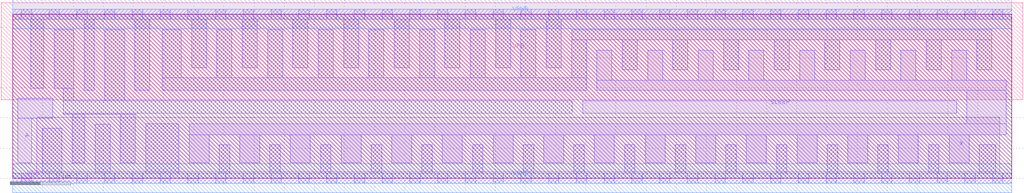
<source format=lef>
# Copyright 2020 The SkyWater PDK Authors
#
# Licensed under the Apache License, Version 2.0 (the "License");
# you may not use this file except in compliance with the License.
# You may obtain a copy of the License at
#
#     https://www.apache.org/licenses/LICENSE-2.0
#
# Unless required by applicable law or agreed to in writing, software
# distributed under the License is distributed on an "AS IS" BASIS,
# WITHOUT WARRANTIES OR CONDITIONS OF ANY KIND, either express or implied.
# See the License for the specific language governing permissions and
# limitations under the License.
#
# SPDX-License-Identifier: Apache-2.0

VERSION 5.7 ;

BUSBITCHARS "[]" ;
DIVIDERCHAR "/" ;

UNITS
  TIME NANOSECONDS 1 ;
  CAPACITANCE PICOFARADS 1 ;
  RESISTANCE OHMS 1 ;
  DATABASE MICRONS 1000 ;
END UNITS

MANUFACTURINGGRID 0.005 ;
USEMINSPACING OBS OFF ;

PROPERTYDEFINITIONS
  LAYER LEF58_TYPE STRING ;
END PROPERTYDEFINITIONS

# High density, single height
SITE unithd
  SYMMETRY Y ;
  CLASS CORE ;
  SIZE 0.46 BY 2.72 ;
END unithd

# High density, double height
SITE unithddbl
  SYMMETRY Y ;
  CLASS CORE ;
  SIZE 0.46 BY 5.44 ;
END unithddbl

LAYER nwell
  TYPE MASTERSLICE ;
  PROPERTY LEF58_TYPE "TYPE NWELL ;" ;
END nwell

LAYER pwell
  TYPE MASTERSLICE ;
  PROPERTY LEF58_TYPE "TYPE PWELL ;" ;
END pwell

LAYER li1
  TYPE ROUTING ;
  DIRECTION VERTICAL ;

  PITCH 0.46 0.34 ;
  OFFSET 0.23 0.17 ;

  WIDTH 0.17 ;          # LI 1
  # SPACING  0.17 ;     # LI 2
  SPACINGTABLE
     PARALLELRUNLENGTH 0
     WIDTH 0 0.17 ;
  AREA 0.0561 ;         # LI 6
  THICKNESS 0.1 ;
  EDGECAPACITANCE 40.697E-6 ;
  CAPACITANCE CPERSQDIST 36.9866E-6 ;
  RESISTANCE RPERSQ 17.0 ;

  ANTENNAMODEL OXIDE1 ;
  ANTENNADIFFSIDEAREARATIO PWL ( ( 0 75 ) ( 0.0125 75 ) ( 0.0225 85.125 ) ( 22.5 10200 ) ) ;
END li1

LAYER mcon
  TYPE CUT ;

  WIDTH 0.17 ;                # Mcon 1
  SPACING 0.19 ;              # Mcon 2
  ENCLOSURE BELOW 0 0 ;       # Mcon 4
  ENCLOSURE ABOVE 0.03 0.06 ; # Met1 4 / Met1 5
  RESISTANCE 23.0 ;

  ANTENNADIFFAREARATIO PWL ( ( 0 3 ) ( 0.0125 3 ) ( 0.0225 3.405 ) ( 22.5 408 ) ) ;
  DCCURRENTDENSITY AVERAGE 0.36 ; # mA per via Iavg_max at Tj = 90oC

END mcon

LAYER met1
  TYPE ROUTING ;
  DIRECTION HORIZONTAL ;

  PITCH 0.34 ;
  OFFSET 0.17 ;

  WIDTH 0.14 ;                     # Met1 1
  # SPACING 0.14 ;                 # Met1 2
  # SPACING 0.28 RANGE 3.001 100 ; # Met1 3b
  SPACINGTABLE
     PARALLELRUNLENGTH 0
     WIDTH 0 0.14
     WIDTH 3 0.28 ;
  AREA 0.083 ;                     # Met1 6
  THICKNESS 0.35 ;
  MINENCLOSEDAREA 0.14 ;

  ANTENNAMODEL OXIDE1 ;
  ANTENNADIFFSIDEAREARATIO PWL ( ( 0 400 ) ( 0.0125 400 ) ( 0.0225 2609 ) ( 22.5 11600 ) ) ;

  EDGECAPACITANCE 40.567E-6 ;
  CAPACITANCE CPERSQDIST 25.7784E-6 ;
  DCCURRENTDENSITY AVERAGE 2.8 ; # mA/um Iavg_max at Tj = 90oC
  ACCURRENTDENSITY RMS 6.1 ; # mA/um Irms_max at Tj = 90oC
  MAXIMUMDENSITY 70 ;
  DENSITYCHECKWINDOW 700 700 ;
  DENSITYCHECKSTEP 70 ;

  RESISTANCE RPERSQ 0.145 ;
END met1

LAYER via
  TYPE CUT ;
  WIDTH 0.15 ;                  # Via 1a
  SPACING 0.17 ;                # Via 2
  ENCLOSURE BELOW 0.055 0.085 ; # Via 4a / Via 5a
  ENCLOSURE ABOVE 0.055 0.085 ; # Met2 4 / Met2 5
  RESISTANCE 15.0 ;

  ANTENNADIFFAREARATIO PWL ( ( 0 6 ) ( 0.0125 6 ) ( 0.0225 6.81 ) ( 22.5 816 ) ) ;
  DCCURRENTDENSITY AVERAGE 0.29 ; # mA per via Iavg_max at Tj = 90oC
END via

LAYER met2
  TYPE ROUTING ;
  DIRECTION VERTICAL ;

  PITCH 0.46 ;
  OFFSET 0.23 ;

  WIDTH 0.14 ;                        # Met2 1
  # SPACING  0.14 ;                   # Met2 2
  # SPACING  0.28 RANGE 3.001 100 ;   # Met2 3b
  SPACINGTABLE
     PARALLELRUNLENGTH 0
     WIDTH 0 0.14
     WIDTH 3 0.28 ;
  AREA 0.0676 ;                       # Met2 6
  THICKNESS 0.35 ;
  MINENCLOSEDAREA 0.14 ;

  EDGECAPACITANCE 37.759E-6 ;
  CAPACITANCE CPERSQDIST 16.9423E-6 ;
  RESISTANCE RPERSQ 0.145 ;
  DCCURRENTDENSITY AVERAGE 2.8 ; # mA/um Iavg_max at Tj = 90oC
  ACCURRENTDENSITY RMS 6.1 ; # mA/um Irms_max at Tj = 90oC

  ANTENNAMODEL OXIDE1 ;
  ANTENNADIFFSIDEAREARATIO PWL ( ( 0 400 ) ( 0.0125 400 ) ( 0.0225 2609 ) ( 22.5 11600 ) ) ;

  MAXIMUMDENSITY 70 ;
  DENSITYCHECKWINDOW 700 700 ;
  DENSITYCHECKSTEP 70 ;
END met2

# ******** Layer via2, type routing, number 44 **************
LAYER via2
  TYPE CUT ;
  WIDTH 0.2 ;                   # Via2 1
  SPACING 0.2 ;                 # Via2 2
  ENCLOSURE BELOW 0.04 0.085 ;  # Via2 4
  ENCLOSURE ABOVE 0.065 0.065 ; # Met3 4
  RESISTANCE 8.0 ;
  ANTENNADIFFAREARATIO PWL ( ( 0 6 ) ( 0.0125 6 ) ( 0.0225 6.81 ) ( 22.5 816 ) ) ;
  DCCURRENTDENSITY AVERAGE 0.48 ; # mA per via Iavg_max at Tj = 90oC
END via2

LAYER met3
  TYPE ROUTING ;
  DIRECTION HORIZONTAL ;

  PITCH 0.68 ;
  OFFSET 0.34 ;

  WIDTH 0.3 ;              # Met3 1
  # SPACING 0.3 ;          # Met3 2
  SPACINGTABLE
     PARALLELRUNLENGTH 0
     WIDTH 0 0.3
     WIDTH 3 0.4 ;
  AREA 0.24 ;              # Met3 6
  THICKNESS 0.8 ;

  EDGECAPACITANCE 40.989E-6 ;
  CAPACITANCE CPERSQDIST 12.3729E-6 ;
  RESISTANCE RPERSQ 0.056 ;
  DCCURRENTDENSITY AVERAGE 6.8 ; # mA/um Iavg_max at Tj = 90oC
  ACCURRENTDENSITY RMS 14.9 ; # mA/um Irms_max at Tj = 90oC

  ANTENNAMODEL OXIDE1 ;
  ANTENNADIFFSIDEAREARATIO PWL ( ( 0 400 ) ( 0.0125 400 ) ( 0.0225 2609 ) ( 22.5 11600 ) ) ;

  MAXIMUMDENSITY 70 ;
  DENSITYCHECKWINDOW 700 700 ;
  DENSITYCHECKSTEP 70 ;
END met3

LAYER via3
  TYPE CUT ;
  WIDTH 0.2 ;                   # Via3 1
  SPACING 0.2 ;                 # Via3 2
  ENCLOSURE BELOW 0.06 0.09 ;   # Via3 4 / Via3 5
  ENCLOSURE ABOVE 0.065 0.065 ; # Met4 3
  RESISTANCE 8.0 ;
  ANTENNADIFFAREARATIO PWL ( ( 0 6 ) ( 0.0125 6 ) ( 0.0225 6.81 ) ( 22.5 816 ) ) ;
  DCCURRENTDENSITY AVERAGE 0.48 ; # mA per via Iavg_max at Tj = 90oC
END via3

LAYER met4
  TYPE ROUTING ;
  DIRECTION VERTICAL ;

  PITCH 0.92 ;
  OFFSET 0.46 ;

  WIDTH 0.3 ;             # Met4 1
  # SPACING  0.3 ;             # Met4 2
  SPACINGTABLE
     PARALLELRUNLENGTH 0
     WIDTH 0 0.3
     WIDTH 3 0.4 ;
  AREA 0.24 ;            # Met4 4a

  THICKNESS 0.8 ;

  EDGECAPACITANCE 36.676E-6 ;
  CAPACITANCE CPERSQDIST 8.41537E-6 ;
  RESISTANCE RPERSQ 0.056 ;
  DCCURRENTDENSITY AVERAGE 6.8 ; # mA/um Iavg_max at Tj = 90oC
  ACCURRENTDENSITY RMS 14.9 ; # mA/um Irms_max at Tj = 90oC

  ANTENNAMODEL OXIDE1 ;
  ANTENNADIFFSIDEAREARATIO PWL ( ( 0 400 ) ( 0.0125 400 ) ( 0.0225 2609 ) ( 22.5 11600 ) ) ;

  MAXIMUMDENSITY 70 ;
  DENSITYCHECKWINDOW 700 700 ;
  DENSITYCHECKSTEP 70 ;
END met4

LAYER via4
  TYPE CUT ;

  WIDTH 0.8 ;                 # Via4 1
  SPACING 0.8 ;               # Via4 2
  ENCLOSURE BELOW 0.19 0.19 ; # Via4 4
  ENCLOSURE ABOVE 0.31 0.31 ; # Met5 3
  RESISTANCE 0.891 ;
  ANTENNADIFFAREARATIO PWL ( ( 0 6 ) ( 0.0125 6 ) ( 0.0225 6.81 ) ( 22.5 816 ) ) ;
  DCCURRENTDENSITY AVERAGE 2.49 ; # mA per via Iavg_max at Tj = 90oC
END via4

LAYER met5
  TYPE ROUTING ;
  DIRECTION HORIZONTAL ;

  PITCH 3.4 ;
  OFFSET 1.7 ;

  WIDTH 1.6 ;            # Met5 1
  #SPACING  1.6 ;        # Met5 2
  SPACINGTABLE
     PARALLELRUNLENGTH 0
     WIDTH 0 1.6 ;
  AREA 4 ;               # Met5 4

  THICKNESS 1.2 ;

  EDGECAPACITANCE 38.851E-6 ;
  CAPACITANCE CPERSQDIST 6.32063E-6 ;
  RESISTANCE RPERSQ 0.0358 ;
  DCCURRENTDENSITY AVERAGE 10.17 ; # mA/um Iavg_max at Tj = 90oC
  ACCURRENTDENSITY RMS 22.34 ; # mA/um Irms_max at Tj = 90oC

  ANTENNAMODEL OXIDE1 ;
  ANTENNADIFFSIDEAREARATIO PWL ( ( 0 400 ) ( 0.0125 400 ) ( 0.0225 2609 ) ( 22.5 11600 ) ) ;
END met5


### Routing via cells section   ###
# Plus via rule, metals are along the prefered direction
VIA L1M1_PR DEFAULT
  LAYER mcon ;
  RECT -0.085 -0.085 0.085 0.085 ;
  LAYER li1 ;
  RECT -0.085 -0.085 0.085 0.085 ;
  LAYER met1 ;
  RECT -0.145 -0.115 0.145 0.115 ;
END L1M1_PR

VIARULE L1M1_PR GENERATE
  LAYER li1 ;
  ENCLOSURE 0 0 ;
  LAYER met1 ;
  ENCLOSURE 0.06 0.03 ;
  LAYER mcon ;
  RECT -0.085 -0.085 0.085 0.085 ;
  SPACING 0.36 BY 0.36 ;
END L1M1_PR

# Plus via rule, metals are along the non prefered direction
VIA L1M1_PR_R DEFAULT
  LAYER mcon ;
  RECT -0.085 -0.085 0.085 0.085 ;
  LAYER li1 ;
  RECT -0.085 -0.085 0.085 0.085 ;
  LAYER met1 ;
  RECT -0.115 -0.145 0.115 0.145 ;
END L1M1_PR_R

VIARULE L1M1_PR_R GENERATE
  LAYER li1 ;
  ENCLOSURE 0 0 ;
  LAYER met1 ;
  ENCLOSURE 0.03 0.06 ;
  LAYER mcon ;
  RECT -0.085 -0.085 0.085 0.085 ;
  SPACING 0.36 BY 0.36 ;
END L1M1_PR_R

# Minus via rule, lower layer metal is along prefered direction
VIA L1M1_PR_M DEFAULT
  LAYER mcon ;
  RECT -0.085 -0.085 0.085 0.085 ;
  LAYER li1 ;
  RECT -0.085 -0.085 0.085 0.085 ;
  LAYER met1 ;
  RECT -0.115 -0.145 0.115 0.145 ;
END L1M1_PR_M

VIARULE L1M1_PR_M GENERATE
  LAYER li1 ;
  ENCLOSURE 0 0 ;
  LAYER met1 ;
  ENCLOSURE 0.03 0.06 ;
  LAYER mcon ;
  RECT -0.085 -0.085 0.085 0.085 ;
  SPACING 0.36 BY 0.36 ;
END L1M1_PR_M

# Minus via rule, upper layer metal is along prefered direction
VIA L1M1_PR_MR DEFAULT
  LAYER mcon ;
  RECT -0.085 -0.085 0.085 0.085 ;
  LAYER li1 ;
  RECT -0.085 -0.085 0.085 0.085 ;
  LAYER met1 ;
  RECT -0.145 -0.115 0.145 0.115 ;
END L1M1_PR_MR

VIARULE L1M1_PR_MR GENERATE
  LAYER li1 ;
  ENCLOSURE 0 0 ;
  LAYER met1 ;
  ENCLOSURE 0.06 0.03 ;
  LAYER mcon ;
  RECT -0.085 -0.085 0.085 0.085 ;
  SPACING 0.36 BY 0.36 ;
END L1M1_PR_MR

# Centered via rule, we really do not want to use it
VIA L1M1_PR_C DEFAULT
  LAYER mcon ;
  RECT -0.085 -0.085 0.085 0.085 ;
  LAYER li1 ;
  RECT -0.085 -0.085 0.085 0.085 ;
  LAYER met1 ;
  RECT -0.145 -0.145 0.145 0.145 ;
END L1M1_PR_C

VIARULE L1M1_PR_C GENERATE
  LAYER li1 ;
  ENCLOSURE 0 0 ;
  LAYER met1 ;
  ENCLOSURE 0.06 0.06 ;
  LAYER mcon ;
  RECT -0.085 -0.085 0.085 0.085 ;
  SPACING 0.36 BY 0.36 ;
END L1M1_PR_C

# Plus via rule, metals are along the prefered direction
VIA M1M2_PR DEFAULT
  LAYER via ;
  RECT -0.075 -0.075 0.075 0.075 ;
  LAYER met1 ;
  RECT -0.16 -0.13 0.16 0.13 ;
  LAYER met2 ;
  RECT -0.13 -0.16 0.13 0.16 ;
END M1M2_PR

VIARULE M1M2_PR GENERATE
  LAYER met1 ;
  ENCLOSURE 0.085 0.055 ;
  LAYER met2 ;
  ENCLOSURE 0.055 0.085 ;
  LAYER via ;
  RECT -0.075 -0.075 0.075 0.075 ;
  SPACING 0.32 BY 0.32 ;
END M1M2_PR

# Plus via rule, metals are along the non prefered direction
VIA M1M2_PR_R DEFAULT
  LAYER via ;
  RECT -0.075 -0.075 0.075 0.075 ;
  LAYER met1 ;
  RECT -0.13 -0.16 0.13 0.16 ;
  LAYER met2 ;
  RECT -0.16 -0.13 0.16 0.13 ;
END M1M2_PR_R

VIARULE M1M2_PR_R GENERATE
  LAYER met1 ;
  ENCLOSURE 0.055 0.085 ;
  LAYER met2 ;
  ENCLOSURE 0.085 0.055 ;
  LAYER via ;
  RECT -0.075 -0.075 0.075 0.075 ;
  SPACING 0.32 BY 0.32 ;
END M1M2_PR_R

# Minus via rule, lower layer metal is along prefered direction
VIA M1M2_PR_M DEFAULT
  LAYER via ;
  RECT -0.075 -0.075 0.075 0.075 ;
  LAYER met1 ;
  RECT -0.16 -0.13 0.16 0.13 ;
  LAYER met2 ;
  RECT -0.16 -0.13 0.16 0.13 ;
END M1M2_PR_M

VIARULE M1M2_PR_M GENERATE
  LAYER met1 ;
  ENCLOSURE 0.085 0.055 ;
  LAYER met2 ;
  ENCLOSURE 0.085 0.055 ;
  LAYER via ;
  RECT -0.075 -0.075 0.075 0.075 ;
  SPACING 0.32 BY 0.32 ;
END M1M2_PR_M

# Minus via rule, upper layer metal is along prefered direction
VIA M1M2_PR_MR DEFAULT
  LAYER via ;
  RECT -0.075 -0.075 0.075 0.075 ;
  LAYER met1 ;
  RECT -0.13 -0.16 0.13 0.16 ;
  LAYER met2 ;
  RECT -0.13 -0.16 0.13 0.16 ;
END M1M2_PR_MR

VIARULE M1M2_PR_MR GENERATE
  LAYER met1 ;
  ENCLOSURE 0.055 0.085 ;
  LAYER met2 ;
  ENCLOSURE 0.055 0.085 ;
  LAYER via ;
  RECT -0.075 -0.075 0.075 0.075 ;
  SPACING 0.32 BY 0.32 ;
END M1M2_PR_MR

# Centered via rule, we really do not want to use it
VIA M1M2_PR_C DEFAULT
  LAYER via ;
  RECT -0.075 -0.075 0.075 0.075 ;
  LAYER met1 ;
  RECT -0.16 -0.16 0.16 0.16 ;
  LAYER met2 ;
  RECT -0.16 -0.16 0.16 0.16 ;
END M1M2_PR_C

VIARULE M1M2_PR_C GENERATE
  LAYER met1 ;
  ENCLOSURE 0.085 0.085 ;
  LAYER met2 ;
  ENCLOSURE 0.085 0.085 ;
  LAYER via ;
  RECT -0.075 -0.075 0.075 0.075 ;
  SPACING 0.32 BY 0.32 ;
END M1M2_PR_C

# Plus via rule, metals are along the prefered direction
VIA M2M3_PR DEFAULT
  LAYER via2 ;
  RECT -0.1 -0.1 0.1 0.1 ;
  LAYER met2 ;
  RECT -0.14 -0.185 0.14 0.185 ;
  LAYER met3 ;
  RECT -0.165 -0.165 0.165 0.165 ;
END M2M3_PR

VIARULE M2M3_PR GENERATE
  LAYER met2 ;
  ENCLOSURE 0.04 0.085 ;
  LAYER met3 ;
  ENCLOSURE 0.065 0.065 ;
  LAYER via2 ;
  RECT -0.1 -0.1 0.1 0.1 ;
  SPACING 0.4 BY 0.4 ;
END M2M3_PR

# Plus via rule, metals are along the non prefered direction
VIA M2M3_PR_R DEFAULT
  LAYER via2 ;
  RECT -0.1 -0.1 0.1 0.1 ;
  LAYER met2 ;
  RECT -0.185 -0.14 0.185 0.14 ;
  LAYER met3 ;
  RECT -0.165 -0.165 0.165 0.165 ;
END M2M3_PR_R

VIARULE M2M3_PR_R GENERATE
  LAYER met2 ;
  ENCLOSURE 0.085 0.04 ;
  LAYER met3 ;
  ENCLOSURE 0.065 0.065 ;
  LAYER via2 ;
  RECT -0.1 -0.1 0.1 0.1 ;
  SPACING 0.4 BY 0.4 ;
END M2M3_PR_R

# Minus via rule, lower layer metal is along prefered direction
VIA M2M3_PR_M DEFAULT
  LAYER via2 ;
  RECT -0.1 -0.1 0.1 0.1 ;
  LAYER met2 ;
  RECT -0.14 -0.185 0.14 0.185 ;
  LAYER met3 ;
  RECT -0.165 -0.165 0.165 0.165 ;
END M2M3_PR_M

VIARULE M2M3_PR_M GENERATE
  LAYER met2 ;
  ENCLOSURE 0.04 0.085 ;
  LAYER met3 ;
  ENCLOSURE 0.065 0.065 ;
  LAYER via2 ;
  RECT -0.1 -0.1 0.1 0.1 ;
  SPACING 0.4 BY 0.4 ;
END M2M3_PR_M

# Minus via rule, upper layer metal is along prefered direction
VIA M2M3_PR_MR DEFAULT
  LAYER via2 ;
  RECT -0.1 -0.1 0.1 0.1 ;
  LAYER met2 ;
  RECT -0.185 -0.14 0.185 0.14 ;
  LAYER met3 ;
  RECT -0.165 -0.165 0.165 0.165 ;
END M2M3_PR_MR

VIARULE M2M3_PR_MR GENERATE
  LAYER met2 ;
  ENCLOSURE 0.085 0.04 ;
  LAYER met3 ;
  ENCLOSURE 0.065 0.065 ;
  LAYER via2 ;
  RECT -0.1 -0.1 0.1 0.1 ;
  SPACING 0.4 BY 0.4 ;
END M2M3_PR_MR

# Centered via rule, we really do not want to use it
VIA M2M3_PR_C DEFAULT
  LAYER via2 ;
  RECT -0.1 -0.1 0.1 0.1 ;
  LAYER met2 ;
  RECT -0.185 -0.185 0.185 0.185 ;
  LAYER met3 ;
  RECT -0.165 -0.165 0.165 0.165 ;
END M2M3_PR_C

VIARULE M2M3_PR_C GENERATE
  LAYER met2 ;
  ENCLOSURE 0.085 0.085 ;
  LAYER met3 ;
  ENCLOSURE 0.065 0.065 ;
  LAYER via2 ;
  RECT -0.1 -0.1 0.1 0.1 ;
  SPACING 0.4 BY 0.4 ;
END M2M3_PR_C

# Plus via rule, metals are along the prefered direction
VIA M3M4_PR DEFAULT
  LAYER via3 ;
  RECT -0.1 -0.1 0.1 0.1 ;
  LAYER met3 ;
  RECT -0.19 -0.16 0.19 0.16 ;
  LAYER met4 ;
  RECT -0.165 -0.165 0.165 0.165 ;
END M3M4_PR

VIARULE M3M4_PR GENERATE
  LAYER met3 ;
  ENCLOSURE 0.09 0.06 ;
  LAYER met4 ;
  ENCLOSURE 0.065 0.065 ;
  LAYER via3 ;
  RECT -0.1 -0.1 0.1 0.1 ;
  SPACING 0.4 BY 0.4 ;
END M3M4_PR

# Plus via rule, metals are along the non prefered direction
VIA M3M4_PR_R DEFAULT
  LAYER via3 ;
  RECT -0.1 -0.1 0.1 0.1 ;
  LAYER met3 ;
  RECT -0.16 -0.19 0.16 0.19 ;
  LAYER met4 ;
  RECT -0.165 -0.165 0.165 0.165 ;
END M3M4_PR_R

VIARULE M3M4_PR_R GENERATE
  LAYER met3 ;
  ENCLOSURE 0.06 0.09 ;
  LAYER met4 ;
  ENCLOSURE 0.065 0.065 ;
  LAYER via3 ;
  RECT -0.1 -0.1 0.1 0.1 ;
  SPACING 0.4 BY 0.4 ;
END M3M4_PR_R

# Minus via rule, lower layer metal is along prefered direction
VIA M3M4_PR_M DEFAULT
  LAYER via3 ;
  RECT -0.1 -0.1 0.1 0.1 ;
  LAYER met3 ;
  RECT -0.19 -0.16 0.19 0.16 ;
  LAYER met4 ;
  RECT -0.165 -0.165 0.165 0.165 ;
END M3M4_PR_M

VIARULE M3M4_PR_M GENERATE
  LAYER met3 ;
  ENCLOSURE 0.09 0.06 ;
  LAYER met4 ;
  ENCLOSURE 0.065 0.065 ;
  LAYER via3 ;
  RECT -0.1 -0.1 0.1 0.1 ;
  SPACING 0.4 BY 0.4 ;
END M3M4_PR_M

# Minus via rule, upper layer metal is along prefered direction
VIA M3M4_PR_MR DEFAULT
  LAYER via3 ;
  RECT -0.1 -0.1 0.1 0.1 ;
  LAYER met3 ;
  RECT -0.16 -0.19 0.16 0.19 ;
  LAYER met4 ;
  RECT -0.165 -0.165 0.165 0.165 ;
END M3M4_PR_MR

VIARULE M3M4_PR_MR GENERATE
  LAYER met3 ;
  ENCLOSURE 0.06 0.09 ;
  LAYER met4 ;
  ENCLOSURE 0.065 0.065 ;
  LAYER via3 ;
  RECT -0.1 -0.1 0.1 0.1 ;
  SPACING 0.4 BY 0.4 ;
END M3M4_PR_MR

# Centered via rule, we really do not want to use it
VIA M3M4_PR_C DEFAULT
  LAYER via3 ;
  RECT -0.1 -0.1 0.1 0.1 ;
  LAYER met3 ;
  RECT -0.19 -0.19 0.19 0.19 ;
  LAYER met4 ;
  RECT -0.165 -0.165 0.165 0.165 ;
END M3M4_PR_C

VIARULE M3M4_PR_C GENERATE
  LAYER met3 ;
  ENCLOSURE 0.09 0.09 ;
  LAYER met4 ;
  ENCLOSURE 0.065 0.065 ;
  LAYER via3 ;
  RECT -0.1 -0.1 0.1 0.1 ;
  SPACING 0.4 BY 0.4 ;
END M3M4_PR_C

# Plus via rule, metals are along the prefered direction
VIA M4M5_PR DEFAULT
  LAYER via4 ;
  RECT -0.4 -0.4 0.4 0.4 ;
  LAYER met4 ;
  RECT -0.59 -0.59 0.59 0.59 ;
  LAYER met5 ;
  RECT -0.71 -0.71 0.71 0.71 ;
END M4M5_PR

VIARULE M4M5_PR GENERATE
  LAYER met4 ;
  ENCLOSURE 0.19 0.19 ;
  LAYER met5 ;
  ENCLOSURE 0.31 0.31 ;
  LAYER via4 ;
  RECT -0.4 -0.4 0.4 0.4 ;
  SPACING 1.6 BY 1.6 ;
END M4M5_PR

# Plus via rule, metals are along the non prefered direction
VIA M4M5_PR_R DEFAULT
  LAYER via4 ;
  RECT -0.4 -0.4 0.4 0.4 ;
  LAYER met4 ;
  RECT -0.59 -0.59 0.59 0.59 ;
  LAYER met5 ;
  RECT -0.71 -0.71 0.71 0.71 ;
END M4M5_PR_R

VIARULE M4M5_PR_R GENERATE
  LAYER met4 ;
  ENCLOSURE 0.19 0.19 ;
  LAYER met5 ;
  ENCLOSURE 0.31 0.31 ;
  LAYER via4 ;
  RECT -0.4 -0.4 0.4 0.4 ;
  SPACING 1.6 BY 1.6 ;
END M4M5_PR_R

# Minus via rule, lower layer metal is along prefered direction
VIA M4M5_PR_M DEFAULT
  LAYER via4 ;
  RECT -0.4 -0.4 0.4 0.4 ;
  LAYER met4 ;
  RECT -0.59 -0.59 0.59 0.59 ;
  LAYER met5 ;
  RECT -0.71 -0.71 0.71 0.71 ;
END M4M5_PR_M

VIARULE M4M5_PR_M GENERATE
  LAYER met4 ;
  ENCLOSURE 0.19 0.19 ;
  LAYER met5 ;
  ENCLOSURE 0.31 0.31 ;
  LAYER via4 ;
  RECT -0.4 -0.4 0.4 0.4 ;
  SPACING 1.6 BY 1.6 ;
END M4M5_PR_M

# Minus via rule, upper layer metal is along prefered direction
VIA M4M5_PR_MR DEFAULT
  LAYER via4 ;
  RECT -0.4 -0.4 0.4 0.4 ;
  LAYER met4 ;
  RECT -0.59 -0.59 0.59 0.59 ;
  LAYER met5 ;
  RECT -0.71 -0.71 0.71 0.71 ;
END M4M5_PR_MR

VIARULE M4M5_PR_MR GENERATE
  LAYER met4 ;
  ENCLOSURE 0.19 0.19 ;
  LAYER met5 ;
  ENCLOSURE 0.31 0.31 ;
  LAYER via4 ;
  RECT -0.4 -0.4 0.4 0.4 ;
  SPACING 1.6 BY 1.6 ;
END M4M5_PR_MR

# Centered via rule, we really do not want to use it
VIA M4M5_PR_C DEFAULT
  LAYER via4 ;
  RECT -0.4 -0.4 0.4 0.4 ;
  LAYER met4 ;
  RECT -0.59 -0.59 0.59 0.59 ;
  LAYER met5 ;
  RECT -0.71 -0.71 0.71 0.71 ;
END M4M5_PR_C

VIARULE M4M5_PR_C GENERATE
  LAYER met4 ;
  ENCLOSURE 0.19 0.19 ;
  LAYER met5 ;
  ENCLOSURE 0.31 0.31 ;
  LAYER via4 ;
  RECT -0.4 -0.4 0.4 0.4 ;
  SPACING 1.6 BY 1.6 ;
END M4M5_PR_C
###  end of single via cells   ###


MACRO sky130_fd_sc_hd__a2bb2o_1
  CLASS CORE ;
  FOREIGN sky130_fd_sc_hd__a2bb2o_1 ;
  ORIGIN 0.000 0.000 ;
  SIZE 3.680 BY 2.720 ;
  SYMMETRY X Y R90 ;
  SITE unithd ;
  PIN A1_N
    DIRECTION INPUT ;
    USE SIGNAL ;
    ANTENNAGATEAREA 0.126000 ;
    PORT
      LAYER li1 ;
        RECT 0.910 0.995 1.240 1.615 ;
    END
  END A1_N
  PIN A2_N
    DIRECTION INPUT ;
    USE SIGNAL ;
    ANTENNAGATEAREA 0.126000 ;
    PORT
      LAYER li1 ;
        RECT 1.410 0.995 1.700 1.375 ;
    END
  END A2_N
  PIN B1
    DIRECTION INPUT ;
    USE SIGNAL ;
    ANTENNAGATEAREA 0.126000 ;
    PORT
      LAYER li1 ;
        RECT 3.280 0.765 3.540 1.655 ;
    END
  END B1
  PIN B2
    DIRECTION INPUT ;
    USE SIGNAL ;
    ANTENNAGATEAREA 0.126000 ;
    PORT
      LAYER li1 ;
        RECT 2.600 1.355 3.080 1.655 ;
        RECT 2.820 0.765 3.080 1.355 ;
    END
  END B2
  PIN VGND
    DIRECTION INOUT ;
    USE GROUND ;
    SHAPE ABUTMENT ;
    PORT
      LAYER met1 ;
        RECT 0.000 -0.240 3.680 0.240 ;
    END
  END VGND
  PIN VNB
    DIRECTION INOUT ;
    USE GROUND ;
    PORT
      LAYER pwell ;
        RECT 0.005 0.785 0.925 1.015 ;
        RECT 0.005 0.105 3.590 0.785 ;
        RECT 0.150 -0.085 0.320 0.105 ;
    END
  END VNB
  PIN VPB
    DIRECTION INOUT ;
    USE POWER ;
    PORT
      LAYER nwell ;
        RECT -0.190 1.305 3.870 2.910 ;
    END
  END VPB
  PIN VPWR
    DIRECTION INOUT ;
    USE POWER ;
    SHAPE ABUTMENT ;
    PORT
      LAYER met1 ;
        RECT 0.000 2.480 3.680 2.960 ;
    END
  END VPWR
  PIN X
    DIRECTION OUTPUT ;
    USE SIGNAL ;
    ANTENNADIFFAREA 0.429000 ;
    PORT
      LAYER li1 ;
        RECT 0.085 1.525 0.345 2.465 ;
        RECT 0.085 0.810 0.260 1.525 ;
        RECT 0.085 0.255 0.345 0.810 ;
    END
  END X
  OBS
      LAYER li1 ;
        RECT 0.000 2.635 3.680 2.805 ;
        RECT 0.515 2.235 0.845 2.635 ;
        RECT 1.990 2.370 2.245 2.465 ;
        RECT 1.105 2.200 2.245 2.370 ;
        RECT 2.415 2.255 2.745 2.425 ;
        RECT 1.105 1.975 1.275 2.200 ;
        RECT 0.515 1.805 1.275 1.975 ;
        RECT 1.990 2.065 2.245 2.200 ;
        RECT 0.515 1.325 0.685 1.805 ;
        RECT 1.540 1.715 1.710 1.905 ;
        RECT 1.990 1.895 2.400 2.065 ;
        RECT 1.540 1.545 2.060 1.715 ;
        RECT 0.430 0.995 0.685 1.325 ;
        RECT 1.890 0.825 2.060 1.545 ;
        RECT 1.180 0.655 2.060 0.825 ;
        RECT 2.230 0.870 2.400 1.895 ;
        RECT 2.575 2.005 2.745 2.255 ;
        RECT 2.915 2.175 3.165 2.635 ;
        RECT 3.335 2.005 3.515 2.465 ;
        RECT 2.575 1.835 3.515 2.005 ;
        RECT 2.230 0.700 2.580 0.870 ;
        RECT 0.515 0.085 0.945 0.530 ;
        RECT 1.180 0.255 1.350 0.655 ;
        RECT 1.520 0.085 2.240 0.485 ;
        RECT 2.410 0.255 2.580 0.700 ;
        RECT 3.155 0.085 3.555 0.595 ;
        RECT 0.000 -0.085 3.680 0.085 ;
      LAYER mcon ;
        RECT 0.145 2.635 0.315 2.805 ;
        RECT 0.605 2.635 0.775 2.805 ;
        RECT 1.065 2.635 1.235 2.805 ;
        RECT 1.525 2.635 1.695 2.805 ;
        RECT 1.985 2.635 2.155 2.805 ;
        RECT 2.445 2.635 2.615 2.805 ;
        RECT 2.905 2.635 3.075 2.805 ;
        RECT 3.365 2.635 3.535 2.805 ;
        RECT 0.145 -0.085 0.315 0.085 ;
        RECT 0.605 -0.085 0.775 0.085 ;
        RECT 1.065 -0.085 1.235 0.085 ;
        RECT 1.525 -0.085 1.695 0.085 ;
        RECT 1.985 -0.085 2.155 0.085 ;
        RECT 2.445 -0.085 2.615 0.085 ;
        RECT 2.905 -0.085 3.075 0.085 ;
        RECT 3.365 -0.085 3.535 0.085 ;
  END
END sky130_fd_sc_hd__a2bb2o_1
MACRO sky130_fd_sc_hd__a2bb2o_2
  CLASS CORE ;
  FOREIGN sky130_fd_sc_hd__a2bb2o_2 ;
  ORIGIN 0.000 0.000 ;
  SIZE 4.140 BY 2.720 ;
  SYMMETRY X Y R90 ;
  SITE unithd ;
  PIN A1_N
    DIRECTION INPUT ;
    USE SIGNAL ;
    ANTENNAGATEAREA 0.159000 ;
    PORT
      LAYER li1 ;
        RECT 1.345 0.995 1.675 1.615 ;
    END
  END A1_N
  PIN A2_N
    DIRECTION INPUT ;
    USE SIGNAL ;
    ANTENNAGATEAREA 0.159000 ;
    PORT
      LAYER li1 ;
        RECT 1.845 0.995 2.135 1.375 ;
    END
  END A2_N
  PIN B1
    DIRECTION INPUT ;
    USE SIGNAL ;
    ANTENNAGATEAREA 0.159000 ;
    PORT
      LAYER li1 ;
        RECT 3.730 0.765 3.990 1.655 ;
    END
  END B1
  PIN B2
    DIRECTION INPUT ;
    USE SIGNAL ;
    ANTENNAGATEAREA 0.159000 ;
    PORT
      LAYER li1 ;
        RECT 3.050 1.355 3.530 1.655 ;
        RECT 3.270 0.765 3.530 1.355 ;
    END
  END B2
  PIN VGND
    DIRECTION INOUT ;
    USE GROUND ;
    SHAPE ABUTMENT ;
    PORT
      LAYER met1 ;
        RECT 0.000 -0.240 4.140 0.240 ;
    END
  END VGND
  PIN VNB
    DIRECTION INOUT ;
    USE GROUND ;
    PORT
      LAYER pwell ;
        RECT 0.015 0.785 1.360 1.015 ;
        RECT 0.015 0.105 4.040 0.785 ;
        RECT 0.125 -0.085 0.295 0.105 ;
    END
  END VNB
  PIN VPB
    DIRECTION INOUT ;
    USE POWER ;
    PORT
      LAYER nwell ;
        RECT -0.190 1.305 4.330 2.910 ;
    END
  END VPB
  PIN VPWR
    DIRECTION INOUT ;
    USE POWER ;
    SHAPE ABUTMENT ;
    PORT
      LAYER met1 ;
        RECT 0.000 2.480 4.140 2.960 ;
    END
  END VPWR
  PIN X
    DIRECTION OUTPUT ;
    USE SIGNAL ;
    ANTENNADIFFAREA 0.445500 ;
    PORT
      LAYER li1 ;
        RECT 0.525 1.525 0.780 2.465 ;
        RECT 0.525 0.810 0.695 1.525 ;
        RECT 0.525 0.255 0.780 0.810 ;
    END
  END X
  OBS
      LAYER li1 ;
        RECT 0.000 2.635 4.140 2.805 ;
        RECT 0.185 1.445 0.355 2.635 ;
        RECT 0.950 2.235 1.280 2.635 ;
        RECT 2.500 2.370 2.670 2.465 ;
        RECT 1.540 2.200 2.670 2.370 ;
        RECT 2.875 2.255 3.205 2.425 ;
        RECT 1.540 1.975 1.710 2.200 ;
        RECT 0.950 1.805 1.710 1.975 ;
        RECT 2.440 2.065 2.670 2.200 ;
        RECT 0.950 1.325 1.120 1.805 ;
        RECT 1.975 1.715 2.145 1.905 ;
        RECT 2.440 1.895 2.850 2.065 ;
        RECT 1.975 1.545 2.510 1.715 ;
        RECT 0.865 0.995 1.120 1.325 ;
        RECT 0.185 0.085 0.355 0.930 ;
        RECT 2.340 0.825 2.510 1.545 ;
        RECT 1.615 0.655 2.510 0.825 ;
        RECT 2.680 0.870 2.850 1.895 ;
        RECT 3.035 2.005 3.205 2.255 ;
        RECT 3.375 2.175 3.625 2.635 ;
        RECT 3.795 2.005 3.965 2.465 ;
        RECT 3.035 1.835 3.965 2.005 ;
        RECT 2.680 0.700 3.030 0.870 ;
        RECT 0.950 0.085 1.380 0.530 ;
        RECT 1.615 0.255 1.785 0.655 ;
        RECT 1.955 0.085 2.690 0.485 ;
        RECT 2.860 0.255 3.030 0.700 ;
        RECT 3.605 0.085 4.005 0.595 ;
        RECT 0.000 -0.085 4.140 0.085 ;
      LAYER mcon ;
        RECT 0.145 2.635 0.315 2.805 ;
        RECT 0.605 2.635 0.775 2.805 ;
        RECT 1.065 2.635 1.235 2.805 ;
        RECT 1.525 2.635 1.695 2.805 ;
        RECT 1.985 2.635 2.155 2.805 ;
        RECT 2.445 2.635 2.615 2.805 ;
        RECT 2.905 2.635 3.075 2.805 ;
        RECT 3.365 2.635 3.535 2.805 ;
        RECT 3.825 2.635 3.995 2.805 ;
        RECT 0.145 -0.085 0.315 0.085 ;
        RECT 0.605 -0.085 0.775 0.085 ;
        RECT 1.065 -0.085 1.235 0.085 ;
        RECT 1.525 -0.085 1.695 0.085 ;
        RECT 1.985 -0.085 2.155 0.085 ;
        RECT 2.445 -0.085 2.615 0.085 ;
        RECT 2.905 -0.085 3.075 0.085 ;
        RECT 3.365 -0.085 3.535 0.085 ;
        RECT 3.825 -0.085 3.995 0.085 ;
  END
END sky130_fd_sc_hd__a2bb2o_2
MACRO sky130_fd_sc_hd__a2bb2o_4
  CLASS CORE ;
  FOREIGN sky130_fd_sc_hd__a2bb2o_4 ;
  ORIGIN 0.000 0.000 ;
  SIZE 7.360 BY 2.720 ;
  SYMMETRY X Y R90 ;
  SITE unithd ;
  PIN A1_N
    DIRECTION INPUT ;
    USE SIGNAL ;
    ANTENNAGATEAREA 0.495000 ;
    PORT
      LAYER li1 ;
        RECT 3.475 1.445 4.965 1.615 ;
        RECT 3.475 1.325 3.645 1.445 ;
        RECT 3.315 1.075 3.645 1.325 ;
        RECT 4.605 1.075 4.965 1.445 ;
    END
  END A1_N
  PIN A2_N
    DIRECTION INPUT ;
    USE SIGNAL ;
    ANTENNAGATEAREA 0.495000 ;
    PORT
      LAYER li1 ;
        RECT 3.815 1.075 4.435 1.275 ;
    END
  END A2_N
  PIN B1
    DIRECTION INPUT ;
    USE SIGNAL ;
    ANTENNAGATEAREA 0.495000 ;
    PORT
      LAYER li1 ;
        RECT 0.085 1.445 1.685 1.615 ;
        RECT 0.085 1.075 0.575 1.445 ;
        RECT 1.515 1.245 1.685 1.445 ;
        RECT 1.515 1.075 1.895 1.245 ;
    END
  END B1
  PIN B2
    DIRECTION INPUT ;
    USE SIGNAL ;
    ANTENNAGATEAREA 0.495000 ;
    PORT
      LAYER li1 ;
        RECT 0.805 1.075 1.345 1.275 ;
    END
  END B2
  PIN VGND
    DIRECTION INOUT ;
    USE GROUND ;
    SHAPE ABUTMENT ;
    PORT
      LAYER met1 ;
        RECT 0.000 -0.240 7.360 0.240 ;
    END
  END VGND
  PIN VNB
    DIRECTION INOUT ;
    USE GROUND ;
    PORT
      LAYER pwell ;
        RECT 0.005 0.105 6.915 1.015 ;
        RECT 0.150 -0.085 0.320 0.105 ;
    END
  END VNB
  PIN VPB
    DIRECTION INOUT ;
    USE POWER ;
    PORT
      LAYER nwell ;
        RECT -0.190 1.305 7.550 2.910 ;
    END
  END VPB
  PIN VPWR
    DIRECTION INOUT ;
    USE POWER ;
    SHAPE ABUTMENT ;
    PORT
      LAYER met1 ;
        RECT 0.000 2.480 7.360 2.960 ;
    END
  END VPWR
  PIN X
    DIRECTION OUTPUT ;
    USE SIGNAL ;
    ANTENNADIFFAREA 0.891000 ;
    PORT
      LAYER li1 ;
        RECT 5.275 1.955 5.525 2.465 ;
        RECT 6.115 1.955 6.365 2.465 ;
        RECT 5.275 1.785 6.365 1.955 ;
        RECT 6.115 1.655 6.365 1.785 ;
        RECT 6.115 1.415 6.920 1.655 ;
        RECT 6.610 0.905 6.920 1.415 ;
        RECT 5.235 0.725 6.920 0.905 ;
        RECT 5.235 0.275 5.565 0.725 ;
        RECT 6.075 0.275 6.405 0.725 ;
    END
  END X
  OBS
      LAYER li1 ;
        RECT 0.000 2.635 7.360 2.805 ;
        RECT 0.135 1.955 0.385 2.465 ;
        RECT 0.555 2.125 0.805 2.635 ;
        RECT 0.975 1.955 1.225 2.465 ;
        RECT 1.395 2.125 1.645 2.635 ;
        RECT 1.815 2.295 2.905 2.465 ;
        RECT 1.815 1.955 2.065 2.295 ;
        RECT 2.655 2.135 2.905 2.295 ;
        RECT 3.175 2.135 3.425 2.635 ;
        RECT 3.595 2.295 4.685 2.465 ;
        RECT 3.595 2.135 3.845 2.295 ;
        RECT 0.135 1.785 2.065 1.955 ;
        RECT 1.855 1.455 2.065 1.785 ;
        RECT 2.235 1.965 2.485 2.125 ;
        RECT 4.015 1.965 4.265 2.125 ;
        RECT 2.235 1.415 2.620 1.965 ;
        RECT 3.135 1.785 4.265 1.965 ;
        RECT 4.435 1.785 4.685 2.295 ;
        RECT 4.855 1.795 5.105 2.635 ;
        RECT 5.695 2.165 5.945 2.635 ;
        RECT 6.535 1.825 6.785 2.635 ;
        RECT 3.135 1.665 3.305 1.785 ;
        RECT 2.955 1.495 3.305 1.665 ;
        RECT 2.235 0.905 2.445 1.415 ;
        RECT 2.955 1.245 3.145 1.495 ;
        RECT 2.615 1.075 3.145 1.245 ;
        RECT 5.135 1.245 5.460 1.615 ;
        RECT 5.135 1.075 6.440 1.245 ;
        RECT 2.955 0.905 3.145 1.075 ;
        RECT 0.175 0.085 0.345 0.895 ;
        RECT 0.515 0.475 0.765 0.905 ;
        RECT 0.935 0.735 2.525 0.905 ;
        RECT 0.935 0.645 1.270 0.735 ;
        RECT 0.515 0.255 1.685 0.475 ;
        RECT 1.855 0.085 2.025 0.555 ;
        RECT 2.195 0.255 2.525 0.735 ;
        RECT 2.955 0.725 4.725 0.905 ;
        RECT 2.695 0.085 3.385 0.555 ;
        RECT 3.555 0.255 3.885 0.725 ;
        RECT 4.055 0.085 4.225 0.555 ;
        RECT 4.395 0.255 4.725 0.725 ;
        RECT 4.895 0.085 5.065 0.895 ;
        RECT 5.735 0.085 5.905 0.555 ;
        RECT 6.575 0.085 6.745 0.555 ;
        RECT 0.000 -0.085 7.360 0.085 ;
      LAYER mcon ;
        RECT 0.145 2.635 0.315 2.805 ;
        RECT 0.605 2.635 0.775 2.805 ;
        RECT 1.065 2.635 1.235 2.805 ;
        RECT 1.525 2.635 1.695 2.805 ;
        RECT 1.985 2.635 2.155 2.805 ;
        RECT 2.445 2.635 2.615 2.805 ;
        RECT 2.905 2.635 3.075 2.805 ;
        RECT 3.365 2.635 3.535 2.805 ;
        RECT 3.825 2.635 3.995 2.805 ;
        RECT 4.285 2.635 4.455 2.805 ;
        RECT 4.745 2.635 4.915 2.805 ;
        RECT 5.205 2.635 5.375 2.805 ;
        RECT 5.665 2.635 5.835 2.805 ;
        RECT 6.125 2.635 6.295 2.805 ;
        RECT 6.585 2.635 6.755 2.805 ;
        RECT 7.045 2.635 7.215 2.805 ;
        RECT 2.450 1.445 2.620 1.615 ;
        RECT 5.230 1.445 5.400 1.615 ;
        RECT 0.145 -0.085 0.315 0.085 ;
        RECT 0.605 -0.085 0.775 0.085 ;
        RECT 1.065 -0.085 1.235 0.085 ;
        RECT 1.525 -0.085 1.695 0.085 ;
        RECT 1.985 -0.085 2.155 0.085 ;
        RECT 2.445 -0.085 2.615 0.085 ;
        RECT 2.905 -0.085 3.075 0.085 ;
        RECT 3.365 -0.085 3.535 0.085 ;
        RECT 3.825 -0.085 3.995 0.085 ;
        RECT 4.285 -0.085 4.455 0.085 ;
        RECT 4.745 -0.085 4.915 0.085 ;
        RECT 5.205 -0.085 5.375 0.085 ;
        RECT 5.665 -0.085 5.835 0.085 ;
        RECT 6.125 -0.085 6.295 0.085 ;
        RECT 6.585 -0.085 6.755 0.085 ;
        RECT 7.045 -0.085 7.215 0.085 ;
      LAYER met1 ;
        RECT 2.390 1.600 2.680 1.645 ;
        RECT 5.170 1.600 5.460 1.645 ;
        RECT 2.390 1.460 5.460 1.600 ;
        RECT 2.390 1.415 2.680 1.460 ;
        RECT 5.170 1.415 5.460 1.460 ;
  END
END sky130_fd_sc_hd__a2bb2o_4
MACRO sky130_fd_sc_hd__a2bb2oi_1
  CLASS CORE ;
  FOREIGN sky130_fd_sc_hd__a2bb2oi_1 ;
  ORIGIN 0.000 0.000 ;
  SIZE 3.220 BY 2.720 ;
  SYMMETRY X Y R90 ;
  SITE unithd ;
  PIN A1_N
    DIRECTION INPUT ;
    USE SIGNAL ;
    ANTENNAGATEAREA 0.247500 ;
    PORT
      LAYER li1 ;
        RECT 0.150 0.995 0.520 1.615 ;
    END
  END A1_N
  PIN A2_N
    DIRECTION INPUT ;
    USE SIGNAL ;
    ANTENNAGATEAREA 0.247500 ;
    PORT
      LAYER li1 ;
        RECT 0.725 1.010 1.240 1.275 ;
    END
  END A2_N
  PIN B1
    DIRECTION INPUT ;
    USE SIGNAL ;
    ANTENNAGATEAREA 0.247500 ;
    PORT
      LAYER li1 ;
        RECT 2.780 0.995 3.070 1.615 ;
    END
  END B1
  PIN B2
    DIRECTION INPUT ;
    USE SIGNAL ;
    ANTENNAGATEAREA 0.247500 ;
    PORT
      LAYER li1 ;
        RECT 2.245 0.995 2.610 1.615 ;
        RECT 2.440 0.425 2.610 0.995 ;
    END
  END B2
  PIN VGND
    DIRECTION INOUT ;
    USE GROUND ;
    SHAPE ABUTMENT ;
    PORT
      LAYER met1 ;
        RECT 0.000 -0.240 3.220 0.240 ;
    END
  END VGND
  PIN VNB
    DIRECTION INOUT ;
    USE GROUND ;
    PORT
      LAYER pwell ;
        RECT 0.005 0.105 3.215 1.015 ;
        RECT 0.145 -0.085 0.315 0.105 ;
    END
  END VNB
  PIN VPB
    DIRECTION INOUT ;
    USE POWER ;
    PORT
      LAYER nwell ;
        RECT -0.190 1.305 3.410 2.910 ;
    END
  END VPB
  PIN VPWR
    DIRECTION INOUT ;
    USE POWER ;
    SHAPE ABUTMENT ;
    PORT
      LAYER met1 ;
        RECT 0.000 2.480 3.220 2.960 ;
    END
  END VPWR
  PIN Y
    DIRECTION OUTPUT ;
    USE SIGNAL ;
    ANTENNADIFFAREA 0.515500 ;
    PORT
      LAYER li1 ;
        RECT 1.420 1.955 1.785 2.465 ;
        RECT 1.420 1.785 1.945 1.955 ;
        RECT 1.775 0.825 1.945 1.785 ;
        RECT 1.775 0.255 2.205 0.825 ;
    END
  END Y
  OBS
      LAYER li1 ;
        RECT 0.000 2.635 3.220 2.805 ;
        RECT 0.095 1.805 0.425 2.635 ;
        RECT 0.875 1.615 1.205 2.465 ;
        RECT 1.955 2.235 2.285 2.465 ;
        RECT 2.115 1.955 2.285 2.235 ;
        RECT 2.455 2.135 2.705 2.635 ;
        RECT 2.875 1.955 3.130 2.465 ;
        RECT 2.115 1.785 3.130 1.955 ;
        RECT 0.875 1.445 1.580 1.615 ;
        RECT 1.410 0.830 1.580 1.445 ;
        RECT 0.095 0.085 0.425 0.825 ;
        RECT 0.595 0.660 1.580 0.830 ;
        RECT 0.595 0.255 0.765 0.660 ;
        RECT 0.935 0.085 1.605 0.490 ;
        RECT 2.795 0.085 3.125 0.825 ;
        RECT 0.000 -0.085 3.220 0.085 ;
      LAYER mcon ;
        RECT 0.145 2.635 0.315 2.805 ;
        RECT 0.605 2.635 0.775 2.805 ;
        RECT 1.065 2.635 1.235 2.805 ;
        RECT 1.525 2.635 1.695 2.805 ;
        RECT 1.985 2.635 2.155 2.805 ;
        RECT 2.445 2.635 2.615 2.805 ;
        RECT 2.905 2.635 3.075 2.805 ;
        RECT 0.145 -0.085 0.315 0.085 ;
        RECT 0.605 -0.085 0.775 0.085 ;
        RECT 1.065 -0.085 1.235 0.085 ;
        RECT 1.525 -0.085 1.695 0.085 ;
        RECT 1.985 -0.085 2.155 0.085 ;
        RECT 2.445 -0.085 2.615 0.085 ;
        RECT 2.905 -0.085 3.075 0.085 ;
  END
END sky130_fd_sc_hd__a2bb2oi_1
MACRO sky130_fd_sc_hd__a2bb2oi_2
  CLASS CORE ;
  FOREIGN sky130_fd_sc_hd__a2bb2oi_2 ;
  ORIGIN 0.000 0.000 ;
  SIZE 5.520 BY 2.720 ;
  SYMMETRY X Y R90 ;
  SITE unithd ;
  PIN A1_N
    DIRECTION INPUT ;
    USE SIGNAL ;
    ANTENNAGATEAREA 0.495000 ;
    PORT
      LAYER li1 ;
        RECT 3.310 1.075 4.205 1.275 ;
    END
  END A1_N
  PIN A2_N
    DIRECTION INPUT ;
    USE SIGNAL ;
    ANTENNAGATEAREA 0.495000 ;
    PORT
      LAYER li1 ;
        RECT 4.455 1.075 5.435 1.275 ;
    END
  END A2_N
  PIN B1
    DIRECTION INPUT ;
    USE SIGNAL ;
    ANTENNAGATEAREA 0.495000 ;
    PORT
      LAYER li1 ;
        RECT 0.085 1.445 2.030 1.615 ;
        RECT 0.085 1.075 0.710 1.445 ;
        RECT 1.700 1.075 2.030 1.445 ;
    END
  END B1
  PIN B2
    DIRECTION INPUT ;
    USE SIGNAL ;
    ANTENNAGATEAREA 0.495000 ;
    PORT
      LAYER li1 ;
        RECT 0.940 1.075 1.480 1.275 ;
    END
  END B2
  PIN VGND
    DIRECTION INOUT ;
    USE GROUND ;
    SHAPE ABUTMENT ;
    PORT
      LAYER met1 ;
        RECT 0.000 -0.240 5.520 0.240 ;
    END
  END VGND
  PIN VNB
    DIRECTION INOUT ;
    USE GROUND ;
    PORT
      LAYER pwell ;
        RECT 0.140 0.105 5.390 1.015 ;
        RECT 0.145 -0.085 0.315 0.105 ;
    END
  END VNB
  PIN VPB
    DIRECTION INOUT ;
    USE POWER ;
    PORT
      LAYER nwell ;
        RECT -0.190 1.305 5.710 2.910 ;
    END
  END VPB
  PIN VPWR
    DIRECTION INOUT ;
    USE POWER ;
    SHAPE ABUTMENT ;
    PORT
      LAYER met1 ;
        RECT 0.000 2.480 5.520 2.960 ;
    END
  END VPWR
  PIN Y
    DIRECTION OUTPUT ;
    USE SIGNAL ;
    ANTENNADIFFAREA 0.621000 ;
    PORT
      LAYER li1 ;
        RECT 2.370 1.660 2.620 2.125 ;
        RECT 2.370 0.905 2.660 1.660 ;
        RECT 1.070 0.725 2.660 0.905 ;
        RECT 1.070 0.645 1.400 0.725 ;
        RECT 2.330 0.255 2.660 0.725 ;
    END
  END Y
  OBS
      LAYER li1 ;
        RECT 0.000 2.635 5.520 2.805 ;
        RECT 0.270 1.955 0.520 2.465 ;
        RECT 0.690 2.135 0.940 2.635 ;
        RECT 1.110 1.955 1.360 2.465 ;
        RECT 1.530 2.135 1.780 2.635 ;
        RECT 1.950 2.295 3.040 2.465 ;
        RECT 1.950 1.955 2.200 2.295 ;
        RECT 0.270 1.785 2.200 1.955 ;
        RECT 2.790 1.795 3.040 2.295 ;
        RECT 3.310 1.965 3.560 2.465 ;
        RECT 3.730 2.135 3.980 2.635 ;
        RECT 4.150 2.295 5.240 2.465 ;
        RECT 4.150 1.965 4.400 2.295 ;
        RECT 3.310 1.785 4.400 1.965 ;
        RECT 4.570 1.615 4.820 2.125 ;
        RECT 2.950 1.445 4.820 1.615 ;
        RECT 4.990 1.455 5.240 2.295 ;
        RECT 2.950 1.325 3.120 1.445 ;
        RECT 2.830 0.995 3.120 1.325 ;
        RECT 2.950 0.905 3.120 0.995 ;
        RECT 0.310 0.085 0.480 0.895 ;
        RECT 0.650 0.475 0.900 0.895 ;
        RECT 2.950 0.725 4.860 0.905 ;
        RECT 0.650 0.255 1.820 0.475 ;
        RECT 1.990 0.085 2.160 0.555 ;
        RECT 2.830 0.085 3.520 0.555 ;
        RECT 3.690 0.255 4.020 0.725 ;
        RECT 4.190 0.085 4.360 0.555 ;
        RECT 4.530 0.255 4.860 0.725 ;
        RECT 5.030 0.085 5.200 0.905 ;
        RECT 0.000 -0.085 5.520 0.085 ;
      LAYER mcon ;
        RECT 0.145 2.635 0.315 2.805 ;
        RECT 0.605 2.635 0.775 2.805 ;
        RECT 1.065 2.635 1.235 2.805 ;
        RECT 1.525 2.635 1.695 2.805 ;
        RECT 1.985 2.635 2.155 2.805 ;
        RECT 2.445 2.635 2.615 2.805 ;
        RECT 2.905 2.635 3.075 2.805 ;
        RECT 3.365 2.635 3.535 2.805 ;
        RECT 3.825 2.635 3.995 2.805 ;
        RECT 4.285 2.635 4.455 2.805 ;
        RECT 4.745 2.635 4.915 2.805 ;
        RECT 5.205 2.635 5.375 2.805 ;
        RECT 0.145 -0.085 0.315 0.085 ;
        RECT 0.605 -0.085 0.775 0.085 ;
        RECT 1.065 -0.085 1.235 0.085 ;
        RECT 1.525 -0.085 1.695 0.085 ;
        RECT 1.985 -0.085 2.155 0.085 ;
        RECT 2.445 -0.085 2.615 0.085 ;
        RECT 2.905 -0.085 3.075 0.085 ;
        RECT 3.365 -0.085 3.535 0.085 ;
        RECT 3.825 -0.085 3.995 0.085 ;
        RECT 4.285 -0.085 4.455 0.085 ;
        RECT 4.745 -0.085 4.915 0.085 ;
        RECT 5.205 -0.085 5.375 0.085 ;
  END
END sky130_fd_sc_hd__a2bb2oi_2
MACRO sky130_fd_sc_hd__a2bb2oi_4
  CLASS CORE ;
  FOREIGN sky130_fd_sc_hd__a2bb2oi_4 ;
  ORIGIN 0.000 0.000 ;
  SIZE 9.660 BY 2.720 ;
  SYMMETRY X Y R90 ;
  SITE unithd ;
  PIN A1_N
    DIRECTION INPUT ;
    USE SIGNAL ;
    ANTENNAGATEAREA 0.990000 ;
    PORT
      LAYER li1 ;
        RECT 5.945 1.075 7.320 1.275 ;
    END
  END A1_N
  PIN A2_N
    DIRECTION INPUT ;
    USE SIGNAL ;
    ANTENNAGATEAREA 0.990000 ;
    PORT
      LAYER li1 ;
        RECT 7.595 1.075 9.045 1.275 ;
    END
  END A2_N
  PIN B1
    DIRECTION INPUT ;
    USE SIGNAL ;
    ANTENNAGATEAREA 0.990000 ;
    PORT
      LAYER li1 ;
        RECT 1.385 1.445 3.575 1.615 ;
        RECT 1.385 1.285 1.555 1.445 ;
        RECT 0.100 1.075 1.555 1.285 ;
        RECT 3.245 1.075 3.575 1.445 ;
    END
  END B1
  PIN B2
    DIRECTION INPUT ;
    USE SIGNAL ;
    ANTENNAGATEAREA 0.990000 ;
    PORT
      LAYER li1 ;
        RECT 1.725 1.075 3.075 1.275 ;
    END
  END B2
  PIN VGND
    DIRECTION INOUT ;
    USE GROUND ;
    SHAPE ABUTMENT ;
    PORT
      LAYER met1 ;
        RECT 0.000 -0.240 9.660 0.240 ;
    END
  END VGND
  PIN VNB
    DIRECTION INOUT ;
    USE GROUND ;
    PORT
      LAYER pwell ;
        RECT 0.005 0.105 9.435 1.015 ;
        RECT 0.150 -0.085 0.320 0.105 ;
    END
  END VNB
  PIN VPB
    DIRECTION INOUT ;
    USE POWER ;
    PORT
      LAYER nwell ;
        RECT -0.190 1.305 9.850 2.910 ;
    END
  END VPB
  PIN VPWR
    DIRECTION INOUT ;
    USE POWER ;
    SHAPE ABUTMENT ;
    PORT
      LAYER met1 ;
        RECT 0.000 2.480 9.660 2.960 ;
    END
  END VPWR
  PIN Y
    DIRECTION OUTPUT ;
    USE SIGNAL ;
    ANTENNADIFFAREA 1.242000 ;
    PORT
      LAYER li1 ;
        RECT 3.915 1.615 4.165 2.125 ;
        RECT 4.745 1.615 4.965 2.125 ;
        RECT 3.745 1.415 4.965 1.615 ;
        RECT 3.745 0.905 3.915 1.415 ;
        RECT 1.775 0.725 5.045 0.905 ;
        RECT 1.775 0.645 2.995 0.725 ;
        RECT 3.875 0.275 4.205 0.725 ;
        RECT 4.715 0.275 5.045 0.725 ;
    END
  END Y
  OBS
      LAYER li1 ;
        RECT 0.000 2.635 9.660 2.805 ;
        RECT 0.085 1.625 0.425 2.465 ;
        RECT 0.595 1.795 0.805 2.635 ;
        RECT 0.975 1.965 1.215 2.465 ;
        RECT 1.395 2.135 1.645 2.635 ;
        RECT 1.815 1.965 2.065 2.465 ;
        RECT 2.235 2.135 2.485 2.635 ;
        RECT 2.655 1.965 2.905 2.465 ;
        RECT 3.075 2.135 3.325 2.635 ;
        RECT 3.495 2.295 5.465 2.465 ;
        RECT 3.495 1.965 3.745 2.295 ;
        RECT 0.975 1.795 3.745 1.965 ;
        RECT 4.335 1.795 4.575 2.295 ;
        RECT 0.975 1.625 1.215 1.795 ;
        RECT 0.085 1.455 1.215 1.625 ;
        RECT 5.135 1.455 5.465 2.295 ;
        RECT 5.655 1.625 5.985 2.465 ;
        RECT 6.155 1.795 6.365 2.635 ;
        RECT 6.540 1.625 6.780 2.465 ;
        RECT 6.955 1.795 7.205 2.635 ;
        RECT 7.375 2.295 9.310 2.465 ;
        RECT 7.375 1.625 7.625 2.295 ;
        RECT 5.655 1.455 7.625 1.625 ;
        RECT 7.795 1.625 8.045 2.125 ;
        RECT 8.215 1.795 8.465 2.295 ;
        RECT 8.635 1.625 8.885 2.125 ;
        RECT 9.060 1.795 9.310 2.295 ;
        RECT 7.795 1.455 9.575 1.625 ;
        RECT 4.085 1.075 5.725 1.245 ;
        RECT 5.555 0.905 5.725 1.075 ;
        RECT 9.215 0.905 9.575 1.455 ;
        RECT 0.175 0.085 0.345 0.895 ;
        RECT 0.515 0.725 1.605 0.905 ;
        RECT 5.555 0.735 9.575 0.905 ;
        RECT 0.515 0.255 0.845 0.725 ;
        RECT 1.015 0.085 1.185 0.555 ;
        RECT 1.355 0.475 1.605 0.725 ;
        RECT 6.075 0.725 8.925 0.735 ;
        RECT 1.355 0.255 3.365 0.475 ;
        RECT 3.535 0.085 3.705 0.555 ;
        RECT 4.375 0.085 4.545 0.555 ;
        RECT 5.215 0.085 5.905 0.555 ;
        RECT 6.075 0.255 6.405 0.725 ;
        RECT 6.575 0.085 6.745 0.555 ;
        RECT 6.915 0.255 7.245 0.725 ;
        RECT 7.415 0.085 7.585 0.555 ;
        RECT 7.755 0.255 8.085 0.725 ;
        RECT 8.255 0.085 8.425 0.555 ;
        RECT 8.595 0.255 8.925 0.725 ;
        RECT 9.095 0.085 9.265 0.555 ;
        RECT 0.000 -0.085 9.660 0.085 ;
      LAYER mcon ;
        RECT 0.145 2.635 0.315 2.805 ;
        RECT 0.605 2.635 0.775 2.805 ;
        RECT 1.065 2.635 1.235 2.805 ;
        RECT 1.525 2.635 1.695 2.805 ;
        RECT 1.985 2.635 2.155 2.805 ;
        RECT 2.445 2.635 2.615 2.805 ;
        RECT 2.905 2.635 3.075 2.805 ;
        RECT 3.365 2.635 3.535 2.805 ;
        RECT 3.825 2.635 3.995 2.805 ;
        RECT 4.285 2.635 4.455 2.805 ;
        RECT 4.745 2.635 4.915 2.805 ;
        RECT 5.205 2.635 5.375 2.805 ;
        RECT 5.665 2.635 5.835 2.805 ;
        RECT 6.125 2.635 6.295 2.805 ;
        RECT 6.585 2.635 6.755 2.805 ;
        RECT 7.045 2.635 7.215 2.805 ;
        RECT 7.505 2.635 7.675 2.805 ;
        RECT 7.965 2.635 8.135 2.805 ;
        RECT 8.425 2.635 8.595 2.805 ;
        RECT 8.885 2.635 9.055 2.805 ;
        RECT 9.345 2.635 9.515 2.805 ;
        RECT 0.145 -0.085 0.315 0.085 ;
        RECT 0.605 -0.085 0.775 0.085 ;
        RECT 1.065 -0.085 1.235 0.085 ;
        RECT 1.525 -0.085 1.695 0.085 ;
        RECT 1.985 -0.085 2.155 0.085 ;
        RECT 2.445 -0.085 2.615 0.085 ;
        RECT 2.905 -0.085 3.075 0.085 ;
        RECT 3.365 -0.085 3.535 0.085 ;
        RECT 3.825 -0.085 3.995 0.085 ;
        RECT 4.285 -0.085 4.455 0.085 ;
        RECT 4.745 -0.085 4.915 0.085 ;
        RECT 5.205 -0.085 5.375 0.085 ;
        RECT 5.665 -0.085 5.835 0.085 ;
        RECT 6.125 -0.085 6.295 0.085 ;
        RECT 6.585 -0.085 6.755 0.085 ;
        RECT 7.045 -0.085 7.215 0.085 ;
        RECT 7.505 -0.085 7.675 0.085 ;
        RECT 7.965 -0.085 8.135 0.085 ;
        RECT 8.425 -0.085 8.595 0.085 ;
        RECT 8.885 -0.085 9.055 0.085 ;
        RECT 9.345 -0.085 9.515 0.085 ;
  END
END sky130_fd_sc_hd__a2bb2oi_4
MACRO sky130_fd_sc_hd__a21bo_1
  CLASS CORE ;
  FOREIGN sky130_fd_sc_hd__a21bo_1 ;
  ORIGIN 0.000 0.000 ;
  SIZE 3.680 BY 2.720 ;
  SYMMETRY X Y R90 ;
  SITE unithd ;
  PIN A1
    DIRECTION INPUT ;
    USE SIGNAL ;
    ANTENNAGATEAREA 0.247500 ;
    PORT
      LAYER li1 ;
        RECT 1.750 0.995 2.175 1.615 ;
    END
  END A1
  PIN A2
    DIRECTION INPUT ;
    USE SIGNAL ;
    ANTENNAGATEAREA 0.247500 ;
    PORT
      LAYER li1 ;
        RECT 2.370 0.995 2.630 1.615 ;
    END
  END A2
  PIN B1_N
    DIRECTION INPUT ;
    USE SIGNAL ;
    ANTENNAGATEAREA 0.126000 ;
    PORT
      LAYER li1 ;
        RECT 0.105 0.325 0.335 1.665 ;
    END
  END B1_N
  PIN VGND
    DIRECTION INOUT ;
    USE GROUND ;
    SHAPE ABUTMENT ;
    PORT
      LAYER met1 ;
        RECT 0.000 -0.240 3.680 0.240 ;
    END
  END VGND
  PIN VNB
    DIRECTION INOUT ;
    USE GROUND ;
    PORT
      LAYER pwell ;
        RECT 0.145 -0.085 0.315 0.085 ;
    END
  END VNB
  PIN VPB
    DIRECTION INOUT ;
    USE POWER ;
    PORT
      LAYER nwell ;
        RECT -0.190 1.305 3.870 2.910 ;
    END
  END VPB
  PIN VPWR
    DIRECTION INOUT ;
    USE POWER ;
    SHAPE ABUTMENT ;
    PORT
      LAYER met1 ;
        RECT 0.000 2.480 3.680 2.960 ;
    END
  END VPWR
  PIN X
    DIRECTION OUTPUT ;
    USE SIGNAL ;
    ANTENNADIFFAREA 0.429000 ;
    PORT
      LAYER li1 ;
        RECT 3.300 0.265 3.580 2.455 ;
    END
  END X
  OBS
      LAYER pwell ;
        RECT 0.850 0.785 3.675 1.015 ;
        RECT 0.345 0.105 3.675 0.785 ;
      LAYER li1 ;
        RECT 0.000 2.635 3.680 2.805 ;
        RECT 0.105 2.045 0.345 2.435 ;
        RECT 0.515 2.225 0.865 2.635 ;
        RECT 0.105 1.845 0.855 2.045 ;
        RECT 0.515 1.165 0.855 1.845 ;
        RECT 1.035 1.345 1.365 2.455 ;
        RECT 1.535 1.985 1.715 2.455 ;
        RECT 1.885 2.155 2.215 2.635 ;
        RECT 2.390 1.985 2.560 2.455 ;
        RECT 1.535 1.785 2.560 1.985 ;
        RECT 2.825 1.495 3.110 2.635 ;
        RECT 0.515 0.265 0.745 1.165 ;
        RECT 1.035 1.045 1.580 1.345 ;
        RECT 0.945 0.085 1.190 0.865 ;
        RECT 1.360 0.815 1.580 1.045 ;
        RECT 2.840 0.815 3.100 1.325 ;
        RECT 1.360 0.625 3.100 0.815 ;
        RECT 1.360 0.265 1.790 0.625 ;
        RECT 2.370 0.085 3.100 0.455 ;
        RECT 0.000 -0.085 3.680 0.085 ;
      LAYER mcon ;
        RECT 0.145 2.635 0.315 2.805 ;
        RECT 0.605 2.635 0.775 2.805 ;
        RECT 1.065 2.635 1.235 2.805 ;
        RECT 1.525 2.635 1.695 2.805 ;
        RECT 1.985 2.635 2.155 2.805 ;
        RECT 2.445 2.635 2.615 2.805 ;
        RECT 2.905 2.635 3.075 2.805 ;
        RECT 3.365 2.635 3.535 2.805 ;
        RECT 0.145 -0.085 0.315 0.085 ;
        RECT 0.605 -0.085 0.775 0.085 ;
        RECT 1.065 -0.085 1.235 0.085 ;
        RECT 1.525 -0.085 1.695 0.085 ;
        RECT 1.985 -0.085 2.155 0.085 ;
        RECT 2.445 -0.085 2.615 0.085 ;
        RECT 2.905 -0.085 3.075 0.085 ;
        RECT 3.365 -0.085 3.535 0.085 ;
  END
END sky130_fd_sc_hd__a21bo_1
MACRO sky130_fd_sc_hd__a21bo_2
  CLASS CORE ;
  FOREIGN sky130_fd_sc_hd__a21bo_2 ;
  ORIGIN 0.000 0.000 ;
  SIZE 3.680 BY 2.720 ;
  SYMMETRY X Y R90 ;
  SITE unithd ;
  PIN A1
    DIRECTION INPUT ;
    USE SIGNAL ;
    ANTENNAGATEAREA 0.247500 ;
    PORT
      LAYER li1 ;
        RECT 2.685 0.995 3.100 1.615 ;
    END
  END A1
  PIN A2
    DIRECTION INPUT ;
    USE SIGNAL ;
    ANTENNAGATEAREA 0.247500 ;
    PORT
      LAYER li1 ;
        RECT 3.270 0.995 3.560 1.615 ;
    END
  END A2
  PIN B1_N
    DIRECTION INPUT ;
    USE SIGNAL ;
    ANTENNAGATEAREA 0.126000 ;
    PORT
      LAYER li1 ;
        RECT 1.070 1.035 1.525 1.325 ;
        RECT 1.330 0.995 1.525 1.035 ;
    END
  END B1_N
  PIN VGND
    DIRECTION INOUT ;
    USE GROUND ;
    SHAPE ABUTMENT ;
    PORT
      LAYER met1 ;
        RECT 0.000 -0.240 3.680 0.240 ;
    END
  END VGND
  PIN VNB
    DIRECTION INOUT ;
    USE GROUND ;
    PORT
      LAYER pwell ;
        RECT 0.005 0.105 3.655 1.015 ;
        RECT 0.150 -0.085 0.320 0.105 ;
    END
  END VNB
  PIN VPB
    DIRECTION INOUT ;
    USE POWER ;
    PORT
      LAYER nwell ;
        RECT -0.190 1.305 3.870 2.910 ;
    END
  END VPB
  PIN VPWR
    DIRECTION INOUT ;
    USE POWER ;
    SHAPE ABUTMENT ;
    PORT
      LAYER met1 ;
        RECT 0.000 2.480 3.680 2.960 ;
    END
  END VPWR
  PIN X
    DIRECTION OUTPUT ;
    USE SIGNAL ;
    ANTENNADIFFAREA 0.462000 ;
    PORT
      LAYER li1 ;
        RECT 0.595 2.005 0.850 2.425 ;
        RECT 0.150 1.835 0.850 2.005 ;
        RECT 0.150 0.885 0.380 1.835 ;
        RECT 0.150 0.715 0.850 0.885 ;
        RECT 0.520 0.315 0.850 0.715 ;
    END
  END X
  OBS
      LAYER li1 ;
        RECT 0.000 2.635 3.680 2.805 ;
        RECT 0.090 2.255 0.425 2.635 ;
        RECT 1.040 2.275 1.370 2.635 ;
        RECT 1.975 2.105 2.225 2.465 ;
        RECT 1.115 1.895 2.225 2.105 ;
        RECT 1.115 1.665 1.285 1.895 ;
        RECT 0.570 1.495 1.285 1.665 ;
        RECT 1.455 1.555 1.865 1.725 ;
        RECT 0.570 1.075 0.900 1.495 ;
        RECT 1.695 1.325 1.865 1.555 ;
        RECT 2.055 1.675 2.225 1.895 ;
        RECT 2.395 2.015 2.725 2.465 ;
        RECT 2.895 2.185 3.065 2.635 ;
        RECT 3.235 2.015 3.565 2.465 ;
        RECT 2.395 1.845 3.565 2.015 ;
        RECT 2.055 1.505 2.515 1.675 ;
        RECT 1.695 0.995 2.175 1.325 ;
        RECT 0.090 0.085 0.345 0.545 ;
        RECT 1.020 0.085 1.220 0.865 ;
        RECT 1.695 0.825 1.865 0.995 ;
        RECT 1.455 0.655 1.865 0.825 ;
        RECT 2.345 0.825 2.515 1.505 ;
        RECT 2.345 0.635 2.740 0.825 ;
        RECT 1.975 0.085 2.305 0.465 ;
        RECT 3.235 0.085 3.565 0.825 ;
        RECT 0.000 -0.085 3.680 0.085 ;
      LAYER mcon ;
        RECT 0.145 2.635 0.315 2.805 ;
        RECT 0.605 2.635 0.775 2.805 ;
        RECT 1.065 2.635 1.235 2.805 ;
        RECT 1.525 2.635 1.695 2.805 ;
        RECT 1.985 2.635 2.155 2.805 ;
        RECT 2.445 2.635 2.615 2.805 ;
        RECT 2.905 2.635 3.075 2.805 ;
        RECT 3.365 2.635 3.535 2.805 ;
        RECT 0.145 -0.085 0.315 0.085 ;
        RECT 0.605 -0.085 0.775 0.085 ;
        RECT 1.065 -0.085 1.235 0.085 ;
        RECT 1.525 -0.085 1.695 0.085 ;
        RECT 1.985 -0.085 2.155 0.085 ;
        RECT 2.445 -0.085 2.615 0.085 ;
        RECT 2.905 -0.085 3.075 0.085 ;
        RECT 3.365 -0.085 3.535 0.085 ;
  END
END sky130_fd_sc_hd__a21bo_2
MACRO sky130_fd_sc_hd__a21bo_4
  CLASS CORE ;
  FOREIGN sky130_fd_sc_hd__a21bo_4 ;
  ORIGIN 0.000 0.000 ;
  SIZE 5.980 BY 2.720 ;
  SYMMETRY X Y R90 ;
  SITE unithd ;
  PIN A1
    DIRECTION INPUT ;
    USE SIGNAL ;
    ANTENNAGATEAREA 0.495000 ;
    PORT
      LAYER li1 ;
        RECT 4.590 1.010 4.955 1.360 ;
    END
  END A1
  PIN A2
    DIRECTION INPUT ;
    USE SIGNAL ;
    ANTENNAGATEAREA 0.495000 ;
    PORT
      LAYER li1 ;
        RECT 4.245 1.595 5.390 1.765 ;
        RECT 4.245 1.275 4.420 1.595 ;
        RECT 4.025 1.010 4.420 1.275 ;
        RECT 5.220 1.290 5.390 1.595 ;
        RECT 5.220 1.055 5.700 1.290 ;
    END
  END A2
  PIN B1_N
    DIRECTION INPUT ;
    USE SIGNAL ;
    ANTENNAGATEAREA 0.247500 ;
    PORT
      LAYER li1 ;
        RECT 0.500 1.010 0.830 1.625 ;
    END
  END B1_N
  PIN VGND
    DIRECTION INOUT ;
    USE GROUND ;
    SHAPE ABUTMENT ;
    PORT
      LAYER met1 ;
        RECT 0.000 -0.240 5.980 0.240 ;
    END
  END VGND
  PIN VNB
    DIRECTION INOUT ;
    USE GROUND ;
    PORT
      LAYER pwell ;
        RECT 0.080 0.105 5.915 1.015 ;
        RECT 0.145 -0.085 0.315 0.105 ;
    END
  END VNB
  PIN VPB
    DIRECTION INOUT ;
    USE POWER ;
    PORT
      LAYER nwell ;
        RECT -0.190 1.305 6.170 2.910 ;
    END
  END VPB
  PIN VPWR
    DIRECTION INOUT ;
    USE POWER ;
    SHAPE ABUTMENT ;
    PORT
      LAYER met1 ;
        RECT 0.000 2.480 5.980 2.960 ;
    END
  END VPWR
  PIN X
    DIRECTION OUTPUT ;
    USE SIGNAL ;
    ANTENNADIFFAREA 0.924000 ;
    PORT
      LAYER li1 ;
        RECT 1.000 1.595 2.410 1.765 ;
        RECT 1.000 0.785 1.235 1.595 ;
        RECT 1.000 0.615 2.340 0.785 ;
    END
  END X
  OBS
      LAYER li1 ;
        RECT 0.000 2.635 5.980 2.805 ;
        RECT 0.105 2.105 0.550 2.465 ;
        RECT 0.720 2.275 1.050 2.635 ;
        RECT 1.580 2.275 1.910 2.635 ;
        RECT 2.435 2.275 2.770 2.635 ;
        RECT 3.055 2.210 4.065 2.380 ;
        RECT 4.235 2.275 4.565 2.635 ;
        RECT 5.075 2.275 5.405 2.635 ;
        RECT 0.105 1.935 2.870 2.105 ;
        RECT 0.105 1.795 0.565 1.935 ;
        RECT 0.105 0.840 0.330 1.795 ;
        RECT 2.700 1.525 2.870 1.935 ;
        RECT 3.055 1.695 3.225 2.210 ;
        RECT 3.885 2.105 4.065 2.210 ;
        RECT 3.885 1.935 5.825 2.105 ;
        RECT 2.700 1.355 3.305 1.525 ;
        RECT 1.405 1.185 2.530 1.325 ;
        RECT 1.405 0.995 2.810 1.185 ;
        RECT 2.995 0.995 3.305 1.355 ;
        RECT 0.105 0.255 0.540 0.840 ;
        RECT 2.640 0.800 2.810 0.995 ;
        RECT 3.475 0.840 3.645 1.805 ;
        RECT 3.885 1.445 4.065 1.935 ;
        RECT 5.570 1.460 5.825 1.935 ;
        RECT 2.640 0.785 3.010 0.800 ;
        RECT 3.475 0.785 4.965 0.840 ;
        RECT 2.640 0.670 4.965 0.785 ;
        RECT 2.640 0.615 3.645 0.670 ;
        RECT 0.710 0.085 1.050 0.445 ;
        RECT 1.580 0.085 1.910 0.445 ;
        RECT 2.515 0.085 3.285 0.445 ;
        RECT 3.475 0.255 3.645 0.615 ;
        RECT 3.855 0.085 4.185 0.445 ;
        RECT 4.685 0.405 4.965 0.670 ;
        RECT 5.545 0.085 5.825 0.885 ;
        RECT 0.000 -0.085 5.980 0.085 ;
      LAYER mcon ;
        RECT 0.145 2.635 0.315 2.805 ;
        RECT 0.605 2.635 0.775 2.805 ;
        RECT 1.065 2.635 1.235 2.805 ;
        RECT 1.525 2.635 1.695 2.805 ;
        RECT 1.985 2.635 2.155 2.805 ;
        RECT 2.445 2.635 2.615 2.805 ;
        RECT 2.905 2.635 3.075 2.805 ;
        RECT 3.365 2.635 3.535 2.805 ;
        RECT 3.825 2.635 3.995 2.805 ;
        RECT 4.285 2.635 4.455 2.805 ;
        RECT 4.745 2.635 4.915 2.805 ;
        RECT 5.205 2.635 5.375 2.805 ;
        RECT 5.665 2.635 5.835 2.805 ;
        RECT 0.145 -0.085 0.315 0.085 ;
        RECT 0.605 -0.085 0.775 0.085 ;
        RECT 1.065 -0.085 1.235 0.085 ;
        RECT 1.525 -0.085 1.695 0.085 ;
        RECT 1.985 -0.085 2.155 0.085 ;
        RECT 2.445 -0.085 2.615 0.085 ;
        RECT 2.905 -0.085 3.075 0.085 ;
        RECT 3.365 -0.085 3.535 0.085 ;
        RECT 3.825 -0.085 3.995 0.085 ;
        RECT 4.285 -0.085 4.455 0.085 ;
        RECT 4.745 -0.085 4.915 0.085 ;
        RECT 5.205 -0.085 5.375 0.085 ;
        RECT 5.665 -0.085 5.835 0.085 ;
  END
END sky130_fd_sc_hd__a21bo_4
MACRO sky130_fd_sc_hd__a21boi_0
  CLASS CORE ;
  FOREIGN sky130_fd_sc_hd__a21boi_0 ;
  ORIGIN 0.000 0.000 ;
  SIZE 2.760 BY 2.720 ;
  SYMMETRY X Y R90 ;
  SITE unithd ;
  PIN A1
    DIRECTION INPUT ;
    USE SIGNAL ;
    ANTENNAGATEAREA 0.159000 ;
    PORT
      LAYER li1 ;
        RECT 1.780 0.765 2.170 1.615 ;
    END
  END A1
  PIN A2
    DIRECTION INPUT ;
    USE SIGNAL ;
    ANTENNAGATEAREA 0.159000 ;
    PORT
      LAYER li1 ;
        RECT 2.340 0.765 2.615 1.435 ;
    END
  END A2
  PIN B1_N
    DIRECTION INPUT ;
    USE SIGNAL ;
    ANTENNAGATEAREA 0.126000 ;
    PORT
      LAYER li1 ;
        RECT 0.470 1.200 0.895 1.955 ;
    END
  END B1_N
  PIN VGND
    DIRECTION INOUT ;
    USE GROUND ;
    SHAPE ABUTMENT ;
    PORT
      LAYER met1 ;
        RECT 0.000 -0.240 2.760 0.240 ;
    END
  END VGND
  PIN VNB
    DIRECTION INOUT ;
    USE GROUND ;
    PORT
      LAYER pwell ;
        RECT 0.005 0.105 2.755 0.785 ;
        RECT 0.145 -0.085 0.315 0.105 ;
    END
  END VNB
  PIN VPB
    DIRECTION INOUT ;
    USE POWER ;
    PORT
      LAYER nwell ;
        RECT -0.190 1.305 2.950 2.910 ;
    END
  END VPB
  PIN VPWR
    DIRECTION INOUT ;
    USE POWER ;
    SHAPE ABUTMENT ;
    PORT
      LAYER met1 ;
        RECT 0.000 2.480 2.760 2.960 ;
    END
  END VPWR
  PIN Y
    DIRECTION OUTPUT ;
    USE SIGNAL ;
    ANTENNADIFFAREA 0.392200 ;
    PORT
      LAYER li1 ;
        RECT 1.065 1.655 1.305 2.465 ;
        RECT 1.065 1.200 1.610 1.655 ;
        RECT 1.315 0.255 1.610 1.200 ;
    END
  END Y
  OBS
      LAYER li1 ;
        RECT 0.000 2.635 2.760 2.805 ;
        RECT 0.095 2.085 0.355 2.465 ;
        RECT 0.525 2.175 0.855 2.635 ;
        RECT 0.095 1.030 0.300 2.085 ;
        RECT 1.475 2.005 1.805 2.465 ;
        RECT 1.975 2.175 2.165 2.635 ;
        RECT 2.335 2.005 2.665 2.465 ;
        RECT 1.475 1.825 2.665 2.005 ;
        RECT 0.095 0.780 1.145 1.030 ;
        RECT 0.095 0.280 0.380 0.780 ;
        RECT 0.550 0.085 1.145 0.610 ;
        RECT 2.335 0.085 2.665 0.595 ;
        RECT 0.000 -0.085 2.760 0.085 ;
      LAYER mcon ;
        RECT 0.145 2.635 0.315 2.805 ;
        RECT 0.605 2.635 0.775 2.805 ;
        RECT 1.065 2.635 1.235 2.805 ;
        RECT 1.525 2.635 1.695 2.805 ;
        RECT 1.985 2.635 2.155 2.805 ;
        RECT 2.445 2.635 2.615 2.805 ;
        RECT 0.145 -0.085 0.315 0.085 ;
        RECT 0.605 -0.085 0.775 0.085 ;
        RECT 1.065 -0.085 1.235 0.085 ;
        RECT 1.525 -0.085 1.695 0.085 ;
        RECT 1.985 -0.085 2.155 0.085 ;
        RECT 2.445 -0.085 2.615 0.085 ;
  END
END sky130_fd_sc_hd__a21boi_0
MACRO sky130_fd_sc_hd__a21boi_1
  CLASS CORE ;
  FOREIGN sky130_fd_sc_hd__a21boi_1 ;
  ORIGIN 0.000 0.000 ;
  SIZE 2.760 BY 2.720 ;
  SYMMETRY X Y R90 ;
  SITE unithd ;
  PIN A1
    DIRECTION INPUT ;
    USE SIGNAL ;
    ANTENNAGATEAREA 0.247500 ;
    PORT
      LAYER li1 ;
        RECT 1.760 0.995 2.155 1.345 ;
        RECT 1.945 0.375 2.155 0.995 ;
    END
  END A1
  PIN A2
    DIRECTION INPUT ;
    USE SIGNAL ;
    ANTENNAGATEAREA 0.247500 ;
    PORT
      LAYER li1 ;
        RECT 2.350 0.995 2.640 1.345 ;
    END
  END A2
  PIN B1_N
    DIRECTION INPUT ;
    USE SIGNAL ;
    ANTENNAGATEAREA 0.126000 ;
    PORT
      LAYER li1 ;
        RECT 0.105 0.975 0.335 1.665 ;
    END
  END B1_N
  PIN VGND
    DIRECTION INOUT ;
    USE GROUND ;
    SHAPE ABUTMENT ;
    PORT
      LAYER met1 ;
        RECT 0.000 -0.240 2.760 0.240 ;
    END
  END VGND
  PIN VNB
    DIRECTION INOUT ;
    USE GROUND ;
    PORT
      LAYER pwell ;
        RECT 0.785 0.785 2.745 1.015 ;
        RECT 0.295 0.105 2.745 0.785 ;
        RECT 0.295 0.085 0.315 0.105 ;
        RECT 0.145 -0.085 0.315 0.085 ;
    END
  END VNB
  PIN VPB
    DIRECTION INOUT ;
    USE POWER ;
    PORT
      LAYER nwell ;
        RECT -0.190 1.305 2.950 2.910 ;
    END
  END VPB
  PIN VPWR
    DIRECTION INOUT ;
    USE POWER ;
    SHAPE ABUTMENT ;
    PORT
      LAYER met1 ;
        RECT 0.000 2.480 2.760 2.960 ;
    END
  END VPWR
  PIN Y
    DIRECTION OUTPUT ;
    USE SIGNAL ;
    ANTENNADIFFAREA 0.551000 ;
    PORT
      LAYER li1 ;
        RECT 1.045 1.345 1.375 2.455 ;
        RECT 1.045 1.045 1.580 1.345 ;
        RECT 1.335 0.795 1.580 1.045 ;
        RECT 1.335 0.265 1.765 0.795 ;
    END
  END Y
  OBS
      LAYER li1 ;
        RECT 0.000 2.635 2.760 2.805 ;
        RECT 0.095 2.045 0.355 2.435 ;
        RECT 0.525 2.225 0.855 2.635 ;
        RECT 0.095 1.845 0.855 2.045 ;
        RECT 0.515 1.165 0.855 1.845 ;
        RECT 1.545 1.725 1.735 2.455 ;
        RECT 1.905 1.905 2.235 2.635 ;
        RECT 2.415 1.725 2.585 2.455 ;
        RECT 1.545 1.525 2.585 1.725 ;
        RECT 0.515 0.715 0.745 1.165 ;
        RECT 0.365 0.265 0.745 0.715 ;
        RECT 0.925 0.085 1.155 0.865 ;
        RECT 2.325 0.085 2.655 0.815 ;
        RECT 0.000 -0.085 2.760 0.085 ;
      LAYER mcon ;
        RECT 0.145 2.635 0.315 2.805 ;
        RECT 0.605 2.635 0.775 2.805 ;
        RECT 1.065 2.635 1.235 2.805 ;
        RECT 1.525 2.635 1.695 2.805 ;
        RECT 1.985 2.635 2.155 2.805 ;
        RECT 2.445 2.635 2.615 2.805 ;
        RECT 0.145 -0.085 0.315 0.085 ;
        RECT 0.605 -0.085 0.775 0.085 ;
        RECT 1.065 -0.085 1.235 0.085 ;
        RECT 1.525 -0.085 1.695 0.085 ;
        RECT 1.985 -0.085 2.155 0.085 ;
        RECT 2.445 -0.085 2.615 0.085 ;
  END
END sky130_fd_sc_hd__a21boi_1
MACRO sky130_fd_sc_hd__a21boi_2
  CLASS CORE ;
  FOREIGN sky130_fd_sc_hd__a21boi_2 ;
  ORIGIN 0.000 0.000 ;
  SIZE 4.140 BY 2.720 ;
  SYMMETRY X Y R90 ;
  SITE unithd ;
  PIN A1
    DIRECTION INPUT ;
    USE SIGNAL ;
    ANTENNAGATEAREA 0.495000 ;
    PORT
      LAYER li1 ;
        RECT 2.605 0.995 3.215 1.325 ;
    END
  END A1
  PIN A2
    DIRECTION INPUT ;
    USE SIGNAL ;
    ANTENNAGATEAREA 0.495000 ;
    PORT
      LAYER li1 ;
        RECT 2.100 1.495 3.675 1.675 ;
        RECT 2.100 1.245 2.425 1.495 ;
        RECT 2.095 1.075 2.425 1.245 ;
        RECT 3.385 1.295 3.675 1.495 ;
        RECT 3.385 1.035 3.795 1.295 ;
    END
  END A2
  PIN B1_N
    DIRECTION INPUT ;
    USE SIGNAL ;
    ANTENNAGATEAREA 0.126000 ;
    PORT
      LAYER li1 ;
        RECT 0.120 0.765 0.425 1.805 ;
    END
  END B1_N
  PIN VGND
    DIRECTION INOUT ;
    USE GROUND ;
    SHAPE ABUTMENT ;
    PORT
      LAYER met1 ;
        RECT 0.000 -0.240 4.140 0.240 ;
    END
  END VGND
  PIN VNB
    DIRECTION INOUT ;
    USE GROUND ;
    PORT
      LAYER pwell ;
        RECT 0.700 0.785 4.030 1.015 ;
        RECT 0.175 0.105 4.030 0.785 ;
        RECT 0.175 0.085 0.320 0.105 ;
        RECT 0.150 -0.085 0.320 0.085 ;
    END
  END VNB
  PIN VPB
    DIRECTION INOUT ;
    USE POWER ;
    PORT
      LAYER nwell ;
        RECT -0.190 1.305 4.330 2.910 ;
    END
  END VPB
  PIN VPWR
    DIRECTION INOUT ;
    USE POWER ;
    SHAPE ABUTMENT ;
    PORT
      LAYER met1 ;
        RECT 0.000 2.480 4.140 2.960 ;
    END
  END VPWR
  PIN Y
    DIRECTION OUTPUT ;
    USE SIGNAL ;
    ANTENNADIFFAREA 0.627500 ;
    PORT
      LAYER li1 ;
        RECT 1.520 0.785 1.715 2.115 ;
        RECT 1.520 0.615 3.060 0.785 ;
        RECT 1.520 0.255 1.720 0.615 ;
        RECT 2.730 0.255 3.060 0.615 ;
    END
  END Y
  OBS
      LAYER li1 ;
        RECT 0.000 2.635 4.140 2.805 ;
        RECT 0.095 2.080 0.425 2.635 ;
        RECT 1.045 2.285 2.215 2.465 ;
        RECT 0.595 1.285 0.855 2.265 ;
        RECT 1.045 1.795 1.350 2.285 ;
        RECT 1.885 2.025 2.215 2.285 ;
        RECT 2.385 2.195 2.555 2.635 ;
        RECT 2.810 2.105 2.980 2.465 ;
        RECT 3.160 2.275 3.490 2.635 ;
        RECT 3.660 2.105 3.920 2.465 ;
        RECT 2.810 2.025 3.920 2.105 ;
        RECT 1.885 1.855 3.920 2.025 ;
        RECT 0.595 1.070 1.325 1.285 ;
        RECT 0.595 0.530 0.795 1.070 ;
        RECT 0.265 0.360 0.795 0.530 ;
        RECT 0.985 0.085 1.225 0.885 ;
        RECT 1.940 0.085 2.270 0.445 ;
        RECT 3.635 0.085 3.930 0.865 ;
        RECT 0.000 -0.085 4.140 0.085 ;
      LAYER mcon ;
        RECT 0.145 2.635 0.315 2.805 ;
        RECT 0.605 2.635 0.775 2.805 ;
        RECT 1.065 2.635 1.235 2.805 ;
        RECT 1.525 2.635 1.695 2.805 ;
        RECT 1.985 2.635 2.155 2.805 ;
        RECT 2.445 2.635 2.615 2.805 ;
        RECT 2.905 2.635 3.075 2.805 ;
        RECT 3.365 2.635 3.535 2.805 ;
        RECT 3.825 2.635 3.995 2.805 ;
        RECT 0.145 -0.085 0.315 0.085 ;
        RECT 0.605 -0.085 0.775 0.085 ;
        RECT 1.065 -0.085 1.235 0.085 ;
        RECT 1.525 -0.085 1.695 0.085 ;
        RECT 1.985 -0.085 2.155 0.085 ;
        RECT 2.445 -0.085 2.615 0.085 ;
        RECT 2.905 -0.085 3.075 0.085 ;
        RECT 3.365 -0.085 3.535 0.085 ;
        RECT 3.825 -0.085 3.995 0.085 ;
  END
END sky130_fd_sc_hd__a21boi_2
MACRO sky130_fd_sc_hd__a21boi_4
  CLASS CORE ;
  FOREIGN sky130_fd_sc_hd__a21boi_4 ;
  ORIGIN 0.000 0.000 ;
  SIZE 6.900 BY 2.720 ;
  SYMMETRY X Y R90 ;
  SITE unithd ;
  PIN A1
    DIRECTION INPUT ;
    USE SIGNAL ;
    ANTENNAGATEAREA 0.990000 ;
    PORT
      LAYER li1 ;
        RECT 3.545 1.065 4.970 1.310 ;
    END
  END A1
  PIN A2
    DIRECTION INPUT ;
    USE SIGNAL ;
    ANTENNAGATEAREA 0.990000 ;
    PORT
      LAYER li1 ;
        RECT 3.030 1.480 6.450 1.705 ;
        RECT 3.030 1.065 3.375 1.480 ;
        RECT 5.205 1.075 6.450 1.480 ;
    END
  END A2
  PIN B1_N
    DIRECTION INPUT ;
    USE SIGNAL ;
    ANTENNAGATEAREA 0.247500 ;
    PORT
      LAYER li1 ;
        RECT 0.145 1.075 0.650 1.615 ;
        RECT 0.480 0.995 0.650 1.075 ;
    END
  END B1_N
  PIN VGND
    DIRECTION INOUT ;
    USE GROUND ;
    SHAPE ABUTMENT ;
    PORT
      LAYER met1 ;
        RECT 0.000 -0.240 6.900 0.240 ;
    END
  END VGND
  PIN VNB
    DIRECTION INOUT ;
    USE GROUND ;
    PORT
      LAYER pwell ;
        RECT 0.005 0.105 6.695 1.015 ;
        RECT 0.145 -0.085 0.315 0.105 ;
    END
  END VNB
  PIN VPB
    DIRECTION INOUT ;
    USE POWER ;
    PORT
      LAYER nwell ;
        RECT -0.190 1.305 7.090 2.910 ;
    END
  END VPB
  PIN VPWR
    DIRECTION INOUT ;
    USE POWER ;
    SHAPE ABUTMENT ;
    PORT
      LAYER met1 ;
        RECT 0.000 2.480 6.900 2.960 ;
    END
  END VPWR
  PIN Y
    DIRECTION OUTPUT ;
    USE SIGNAL ;
    ANTENNADIFFAREA 1.288000 ;
    PORT
      LAYER li1 ;
        RECT 1.560 1.705 2.725 2.035 ;
        RECT 1.560 1.585 2.860 1.705 ;
        RECT 2.570 0.895 2.860 1.585 ;
        RECT 2.570 0.865 4.885 0.895 ;
        RECT 1.275 0.695 4.885 0.865 ;
        RECT 1.275 0.615 2.325 0.695 ;
        RECT 3.255 0.675 4.885 0.695 ;
        RECT 1.275 0.370 1.465 0.615 ;
        RECT 2.135 0.255 2.325 0.615 ;
    END
  END Y
  OBS
      LAYER li1 ;
        RECT 0.000 2.635 6.900 2.805 ;
        RECT 0.125 2.005 0.455 2.465 ;
        RECT 0.625 2.175 0.885 2.635 ;
        RECT 1.160 2.215 3.095 2.465 ;
        RECT 3.265 2.275 3.595 2.635 ;
        RECT 4.125 2.275 4.455 2.635 ;
        RECT 0.125 1.785 0.990 2.005 ;
        RECT 1.160 1.795 1.355 2.215 ;
        RECT 1.935 2.205 3.095 2.215 ;
        RECT 2.895 2.105 3.095 2.205 ;
        RECT 4.625 2.105 4.815 2.465 ;
        RECT 4.985 2.275 5.315 2.635 ;
        RECT 5.485 2.105 5.665 2.465 ;
        RECT 5.845 2.275 6.175 2.635 ;
        RECT 6.345 2.105 6.605 2.465 ;
        RECT 2.895 1.875 6.605 2.105 ;
        RECT 0.820 1.345 0.990 1.785 ;
        RECT 0.820 1.035 2.400 1.345 ;
        RECT 0.820 0.795 1.105 1.035 ;
        RECT 0.090 0.615 1.105 0.795 ;
        RECT 5.055 0.735 6.175 0.905 ;
        RECT 0.090 0.255 0.445 0.615 ;
        RECT 0.720 0.085 1.105 0.445 ;
        RECT 1.635 0.085 1.965 0.445 ;
        RECT 2.495 0.085 3.085 0.525 ;
        RECT 5.055 0.505 5.315 0.735 ;
        RECT 3.265 0.255 5.315 0.505 ;
        RECT 5.485 0.085 5.675 0.565 ;
        RECT 5.845 0.255 6.175 0.735 ;
        RECT 6.345 0.085 6.605 0.885 ;
        RECT 0.000 -0.085 6.900 0.085 ;
      LAYER mcon ;
        RECT 0.145 2.635 0.315 2.805 ;
        RECT 0.605 2.635 0.775 2.805 ;
        RECT 1.065 2.635 1.235 2.805 ;
        RECT 1.525 2.635 1.695 2.805 ;
        RECT 1.985 2.635 2.155 2.805 ;
        RECT 2.445 2.635 2.615 2.805 ;
        RECT 2.905 2.635 3.075 2.805 ;
        RECT 3.365 2.635 3.535 2.805 ;
        RECT 3.825 2.635 3.995 2.805 ;
        RECT 4.285 2.635 4.455 2.805 ;
        RECT 4.745 2.635 4.915 2.805 ;
        RECT 5.205 2.635 5.375 2.805 ;
        RECT 5.665 2.635 5.835 2.805 ;
        RECT 6.125 2.635 6.295 2.805 ;
        RECT 6.585 2.635 6.755 2.805 ;
        RECT 0.145 -0.085 0.315 0.085 ;
        RECT 0.605 -0.085 0.775 0.085 ;
        RECT 1.065 -0.085 1.235 0.085 ;
        RECT 1.525 -0.085 1.695 0.085 ;
        RECT 1.985 -0.085 2.155 0.085 ;
        RECT 2.445 -0.085 2.615 0.085 ;
        RECT 2.905 -0.085 3.075 0.085 ;
        RECT 3.365 -0.085 3.535 0.085 ;
        RECT 3.825 -0.085 3.995 0.085 ;
        RECT 4.285 -0.085 4.455 0.085 ;
        RECT 4.745 -0.085 4.915 0.085 ;
        RECT 5.205 -0.085 5.375 0.085 ;
        RECT 5.665 -0.085 5.835 0.085 ;
        RECT 6.125 -0.085 6.295 0.085 ;
        RECT 6.585 -0.085 6.755 0.085 ;
  END
END sky130_fd_sc_hd__a21boi_4
MACRO sky130_fd_sc_hd__a21o_1
  CLASS CORE ;
  FOREIGN sky130_fd_sc_hd__a21o_1 ;
  ORIGIN 0.000 0.000 ;
  SIZE 2.760 BY 2.720 ;
  SYMMETRY X Y R90 ;
  SITE unithd ;
  PIN A1
    DIRECTION INPUT ;
    USE SIGNAL ;
    ANTENNAGATEAREA 0.247500 ;
    PORT
      LAYER li1 ;
        RECT 1.660 1.015 2.185 1.325 ;
        RECT 1.955 0.375 2.185 1.015 ;
    END
  END A1
  PIN A2
    DIRECTION INPUT ;
    USE SIGNAL ;
    ANTENNAGATEAREA 0.247500 ;
    PORT
      LAYER li1 ;
        RECT 2.365 0.995 2.665 1.325 ;
    END
  END A2
  PIN B1
    DIRECTION INPUT ;
    USE SIGNAL ;
    ANTENNAGATEAREA 0.247500 ;
    PORT
      LAYER li1 ;
        RECT 1.015 1.015 1.480 1.325 ;
    END
  END B1
  PIN VGND
    DIRECTION INOUT ;
    USE GROUND ;
    SHAPE ABUTMENT ;
    PORT
      LAYER met1 ;
        RECT 0.000 -0.240 2.760 0.240 ;
    END
  END VGND
  PIN VNB
    DIRECTION INOUT ;
    USE GROUND ;
    PORT
      LAYER pwell ;
        RECT 0.015 0.105 2.745 1.015 ;
        RECT 0.145 -0.085 0.315 0.105 ;
    END
  END VNB
  PIN VPB
    DIRECTION INOUT ;
    USE POWER ;
    PORT
      LAYER nwell ;
        RECT -0.190 1.305 2.950 2.910 ;
    END
  END VPB
  PIN VPWR
    DIRECTION INOUT ;
    USE POWER ;
    SHAPE ABUTMENT ;
    PORT
      LAYER met1 ;
        RECT 0.000 2.480 2.760 2.960 ;
    END
  END VPWR
  PIN X
    DIRECTION OUTPUT ;
    USE SIGNAL ;
    ANTENNADIFFAREA 0.429000 ;
    PORT
      LAYER li1 ;
        RECT 0.095 0.265 0.355 2.455 ;
    END
  END X
  OBS
      LAYER li1 ;
        RECT 0.000 2.635 2.760 2.805 ;
        RECT 0.525 1.905 0.865 2.635 ;
        RECT 1.045 1.725 1.315 2.455 ;
        RECT 0.545 1.505 1.315 1.725 ;
        RECT 1.495 1.745 1.725 2.455 ;
        RECT 1.895 1.925 2.225 2.635 ;
        RECT 2.395 1.745 2.655 2.455 ;
        RECT 1.495 1.505 2.655 1.745 ;
        RECT 0.545 0.835 0.835 1.505 ;
        RECT 0.545 0.635 1.775 0.835 ;
        RECT 0.615 0.085 1.285 0.455 ;
        RECT 1.465 0.265 1.775 0.635 ;
        RECT 2.365 0.085 2.655 0.815 ;
        RECT 0.000 -0.085 2.760 0.085 ;
      LAYER mcon ;
        RECT 0.145 2.635 0.315 2.805 ;
        RECT 0.605 2.635 0.775 2.805 ;
        RECT 1.065 2.635 1.235 2.805 ;
        RECT 1.525 2.635 1.695 2.805 ;
        RECT 1.985 2.635 2.155 2.805 ;
        RECT 2.445 2.635 2.615 2.805 ;
        RECT 0.145 -0.085 0.315 0.085 ;
        RECT 0.605 -0.085 0.775 0.085 ;
        RECT 1.065 -0.085 1.235 0.085 ;
        RECT 1.525 -0.085 1.695 0.085 ;
        RECT 1.985 -0.085 2.155 0.085 ;
        RECT 2.445 -0.085 2.615 0.085 ;
  END
END sky130_fd_sc_hd__a21o_1
MACRO sky130_fd_sc_hd__a21o_2
  CLASS CORE ;
  FOREIGN sky130_fd_sc_hd__a21o_2 ;
  ORIGIN 0.000 0.000 ;
  SIZE 3.220 BY 2.720 ;
  SYMMETRY X Y R90 ;
  SITE unithd ;
  PIN A1
    DIRECTION INPUT ;
    USE SIGNAL ;
    ANTENNAGATEAREA 0.247500 ;
    PORT
      LAYER li1 ;
        RECT 2.240 0.365 2.620 1.325 ;
    END
  END A1
  PIN A2
    DIRECTION INPUT ;
    USE SIGNAL ;
    ANTENNAGATEAREA 0.247500 ;
    PORT
      LAYER li1 ;
        RECT 2.810 0.750 3.125 1.325 ;
    END
  END A2
  PIN B1
    DIRECTION INPUT ;
    USE SIGNAL ;
    ANTENNAGATEAREA 0.247500 ;
    PORT
      LAYER li1 ;
        RECT 1.465 0.995 1.790 1.410 ;
    END
  END B1
  PIN VGND
    DIRECTION INOUT ;
    USE GROUND ;
    SHAPE ABUTMENT ;
    PORT
      LAYER met1 ;
        RECT 0.000 -0.240 3.220 0.240 ;
    END
  END VGND
  PIN VNB
    DIRECTION INOUT ;
    USE GROUND ;
    PORT
      LAYER pwell ;
        RECT 0.175 0.105 3.215 1.015 ;
        RECT 0.175 0.085 0.320 0.105 ;
        RECT 0.150 -0.085 0.320 0.085 ;
    END
  END VNB
  PIN VPB
    DIRECTION INOUT ;
    USE POWER ;
    PORT
      LAYER nwell ;
        RECT -0.190 1.305 3.410 2.910 ;
    END
  END VPB
  PIN VPWR
    DIRECTION INOUT ;
    USE POWER ;
    SHAPE ABUTMENT ;
    PORT
      LAYER met1 ;
        RECT 0.000 2.480 3.220 2.960 ;
    END
  END VPWR
  PIN X
    DIRECTION OUTPUT ;
    USE SIGNAL ;
    ANTENNADIFFAREA 0.462000 ;
    PORT
      LAYER li1 ;
        RECT 0.555 0.825 0.785 2.465 ;
        RECT 0.555 0.635 0.955 0.825 ;
        RECT 0.765 0.255 0.955 0.635 ;
    END
  END X
  OBS
      LAYER li1 ;
        RECT 0.000 2.635 3.220 2.805 ;
        RECT 0.095 1.665 0.385 2.635 ;
        RECT 0.955 2.220 1.285 2.635 ;
        RECT 1.475 1.920 1.790 2.465 ;
        RECT 0.955 1.690 1.790 1.920 ;
        RECT 1.960 1.935 2.185 2.465 ;
        RECT 2.355 2.125 2.685 2.635 ;
        RECT 2.855 1.935 3.075 2.465 ;
        RECT 0.955 0.995 1.295 1.690 ;
        RECT 1.960 1.670 3.075 1.935 ;
        RECT 1.125 0.825 1.295 0.995 ;
        RECT 1.125 0.655 1.865 0.825 ;
        RECT 0.265 0.085 0.595 0.465 ;
        RECT 1.125 0.085 1.455 0.445 ;
        RECT 1.675 0.255 1.865 0.655 ;
        RECT 2.805 0.085 3.135 0.565 ;
        RECT 0.000 -0.085 3.220 0.085 ;
      LAYER mcon ;
        RECT 0.145 2.635 0.315 2.805 ;
        RECT 0.605 2.635 0.775 2.805 ;
        RECT 1.065 2.635 1.235 2.805 ;
        RECT 1.525 2.635 1.695 2.805 ;
        RECT 1.985 2.635 2.155 2.805 ;
        RECT 2.445 2.635 2.615 2.805 ;
        RECT 2.905 2.635 3.075 2.805 ;
        RECT 0.145 -0.085 0.315 0.085 ;
        RECT 0.605 -0.085 0.775 0.085 ;
        RECT 1.065 -0.085 1.235 0.085 ;
        RECT 1.525 -0.085 1.695 0.085 ;
        RECT 1.985 -0.085 2.155 0.085 ;
        RECT 2.445 -0.085 2.615 0.085 ;
        RECT 2.905 -0.085 3.075 0.085 ;
  END
END sky130_fd_sc_hd__a21o_2
MACRO sky130_fd_sc_hd__a21o_4
  CLASS CORE ;
  FOREIGN sky130_fd_sc_hd__a21o_4 ;
  ORIGIN 0.000 0.000 ;
  SIZE 5.520 BY 2.720 ;
  SYMMETRY X Y R90 ;
  SITE unithd ;
  PIN A1
    DIRECTION INPUT ;
    USE SIGNAL ;
    ANTENNAGATEAREA 0.495000 ;
    PORT
      LAYER li1 ;
        RECT 3.990 1.010 4.515 1.275 ;
    END
  END A1
  PIN A2
    DIRECTION INPUT ;
    USE SIGNAL ;
    ANTENNAGATEAREA 0.495000 ;
    PORT
      LAYER li1 ;
        RECT 3.645 1.510 4.935 1.680 ;
        RECT 3.645 1.275 3.820 1.510 ;
        RECT 3.425 1.010 3.820 1.275 ;
        RECT 4.685 1.290 4.935 1.510 ;
        RECT 4.685 1.055 5.100 1.290 ;
    END
  END A2
  PIN B1
    DIRECTION INPUT ;
    USE SIGNAL ;
    ANTENNAGATEAREA 0.495000 ;
    PORT
      LAYER li1 ;
        RECT 2.395 0.995 2.705 1.525 ;
    END
  END B1
  PIN VGND
    DIRECTION INOUT ;
    USE GROUND ;
    SHAPE ABUTMENT ;
    PORT
      LAYER met1 ;
        RECT 0.000 -0.240 5.520 0.240 ;
    END
  END VGND
  PIN VNB
    DIRECTION INOUT ;
    USE GROUND ;
    PORT
      LAYER pwell ;
        RECT 0.005 0.105 5.315 1.015 ;
        RECT 0.145 -0.085 0.315 0.105 ;
    END
  END VNB
  PIN VPB
    DIRECTION INOUT ;
    USE POWER ;
    PORT
      LAYER nwell ;
        RECT -0.190 1.305 5.710 2.910 ;
    END
  END VPB
  PIN VPWR
    DIRECTION INOUT ;
    USE POWER ;
    SHAPE ABUTMENT ;
    PORT
      LAYER met1 ;
        RECT 0.000 2.480 5.520 2.960 ;
    END
  END VPWR
  PIN X
    DIRECTION OUTPUT ;
    USE SIGNAL ;
    ANTENNADIFFAREA 0.924000 ;
    PORT
      LAYER li1 ;
        RECT 0.625 1.755 0.795 2.185 ;
        RECT 1.485 1.755 1.735 2.185 ;
        RECT 0.145 1.585 1.735 1.755 ;
        RECT 0.145 0.785 0.630 1.585 ;
        RECT 0.145 0.615 1.735 0.785 ;
    END
  END X
  OBS
      LAYER li1 ;
        RECT 0.000 2.635 5.520 2.805 ;
        RECT 0.115 1.935 0.445 2.635 ;
        RECT 0.975 1.935 1.305 2.635 ;
        RECT 1.915 1.515 2.165 2.635 ;
        RECT 2.455 2.295 3.465 2.465 ;
        RECT 2.455 1.695 2.625 2.295 ;
        RECT 0.800 0.995 2.205 1.325 ;
        RECT 2.035 0.785 2.205 0.995 ;
        RECT 2.875 0.840 3.045 2.125 ;
        RECT 3.285 2.020 3.465 2.295 ;
        RECT 3.635 2.275 3.965 2.635 ;
        RECT 4.135 2.020 4.305 2.465 ;
        RECT 4.475 2.275 4.805 2.635 ;
        RECT 5.030 2.020 5.360 2.395 ;
        RECT 3.285 1.850 5.360 2.020 ;
        RECT 3.285 1.445 3.465 1.850 ;
        RECT 5.105 1.460 5.360 1.850 ;
        RECT 2.875 0.785 4.365 0.840 ;
        RECT 2.035 0.670 4.365 0.785 ;
        RECT 2.035 0.615 3.045 0.670 ;
        RECT 0.105 0.085 0.445 0.445 ;
        RECT 0.975 0.085 1.305 0.445 ;
        RECT 1.910 0.085 2.685 0.445 ;
        RECT 2.875 0.255 3.045 0.615 ;
        RECT 3.255 0.085 3.585 0.445 ;
        RECT 4.085 0.405 4.365 0.670 ;
        RECT 4.945 0.085 5.225 0.885 ;
        RECT 0.000 -0.085 5.520 0.085 ;
      LAYER mcon ;
        RECT 0.145 2.635 0.315 2.805 ;
        RECT 0.605 2.635 0.775 2.805 ;
        RECT 1.065 2.635 1.235 2.805 ;
        RECT 1.525 2.635 1.695 2.805 ;
        RECT 1.985 2.635 2.155 2.805 ;
        RECT 2.445 2.635 2.615 2.805 ;
        RECT 2.905 2.635 3.075 2.805 ;
        RECT 3.365 2.635 3.535 2.805 ;
        RECT 3.825 2.635 3.995 2.805 ;
        RECT 4.285 2.635 4.455 2.805 ;
        RECT 4.745 2.635 4.915 2.805 ;
        RECT 5.205 2.635 5.375 2.805 ;
        RECT 0.145 -0.085 0.315 0.085 ;
        RECT 0.605 -0.085 0.775 0.085 ;
        RECT 1.065 -0.085 1.235 0.085 ;
        RECT 1.525 -0.085 1.695 0.085 ;
        RECT 1.985 -0.085 2.155 0.085 ;
        RECT 2.445 -0.085 2.615 0.085 ;
        RECT 2.905 -0.085 3.075 0.085 ;
        RECT 3.365 -0.085 3.535 0.085 ;
        RECT 3.825 -0.085 3.995 0.085 ;
        RECT 4.285 -0.085 4.455 0.085 ;
        RECT 4.745 -0.085 4.915 0.085 ;
        RECT 5.205 -0.085 5.375 0.085 ;
  END
END sky130_fd_sc_hd__a21o_4
MACRO sky130_fd_sc_hd__a21oi_1
  CLASS CORE ;
  FOREIGN sky130_fd_sc_hd__a21oi_1 ;
  ORIGIN 0.000 0.000 ;
  SIZE 1.840 BY 2.720 ;
  SYMMETRY X Y R90 ;
  SITE unithd ;
  PIN A1
    DIRECTION INPUT ;
    USE SIGNAL ;
    ANTENNAGATEAREA 0.247500 ;
    PORT
      LAYER li1 ;
        RECT 0.850 0.995 1.265 1.325 ;
        RECT 1.035 0.375 1.265 0.995 ;
    END
  END A1
  PIN A2
    DIRECTION INPUT ;
    USE SIGNAL ;
    ANTENNAGATEAREA 0.247500 ;
    PORT
      LAYER li1 ;
        RECT 1.445 0.995 1.740 1.325 ;
    END
  END A2
  PIN B1
    DIRECTION INPUT ;
    USE SIGNAL ;
    ANTENNAGATEAREA 0.247500 ;
    PORT
      LAYER li1 ;
        RECT 0.095 0.675 0.335 1.325 ;
    END
  END B1
  PIN VGND
    DIRECTION INOUT ;
    USE GROUND ;
    SHAPE ABUTMENT ;
    PORT
      LAYER met1 ;
        RECT 0.000 -0.240 1.840 0.240 ;
    END
  END VGND
  PIN VNB
    DIRECTION INOUT ;
    USE GROUND ;
    PORT
      LAYER pwell ;
        RECT 0.020 0.105 1.835 1.015 ;
        RECT 0.145 -0.085 0.315 0.105 ;
    END
  END VNB
  PIN VPB
    DIRECTION INOUT ;
    USE POWER ;
    PORT
      LAYER nwell ;
        RECT -0.190 1.305 2.030 2.910 ;
    END
  END VPB
  PIN VPWR
    DIRECTION INOUT ;
    USE POWER ;
    SHAPE ABUTMENT ;
    PORT
      LAYER met1 ;
        RECT 0.000 2.480 1.840 2.960 ;
    END
  END VPWR
  PIN Y
    DIRECTION OUTPUT ;
    USE SIGNAL ;
    ANTENNADIFFAREA 0.447000 ;
    PORT
      LAYER li1 ;
        RECT 0.095 1.685 0.370 2.455 ;
        RECT 0.095 1.495 0.680 1.685 ;
        RECT 0.505 0.825 0.680 1.495 ;
        RECT 0.505 0.645 0.835 0.825 ;
        RECT 0.610 0.265 0.835 0.645 ;
    END
  END Y
  OBS
      LAYER li1 ;
        RECT 0.000 2.635 1.840 2.805 ;
        RECT 0.540 2.025 0.870 2.455 ;
        RECT 1.040 2.195 1.235 2.635 ;
        RECT 1.415 2.025 1.745 2.455 ;
        RECT 0.540 1.855 1.745 2.025 ;
        RECT 0.850 1.525 1.745 1.855 ;
        RECT 0.110 0.085 0.440 0.475 ;
        RECT 1.445 0.085 1.745 0.815 ;
        RECT 0.000 -0.085 1.840 0.085 ;
      LAYER mcon ;
        RECT 0.145 2.635 0.315 2.805 ;
        RECT 0.605 2.635 0.775 2.805 ;
        RECT 1.065 2.635 1.235 2.805 ;
        RECT 1.525 2.635 1.695 2.805 ;
        RECT 0.145 -0.085 0.315 0.085 ;
        RECT 0.605 -0.085 0.775 0.085 ;
        RECT 1.065 -0.085 1.235 0.085 ;
        RECT 1.525 -0.085 1.695 0.085 ;
  END
END sky130_fd_sc_hd__a21oi_1
MACRO sky130_fd_sc_hd__a21oi_2
  CLASS CORE ;
  FOREIGN sky130_fd_sc_hd__a21oi_2 ;
  ORIGIN 0.000 0.000 ;
  SIZE 3.220 BY 2.720 ;
  SYMMETRY X Y R90 ;
  SITE unithd ;
  PIN A1
    DIRECTION INPUT ;
    USE SIGNAL ;
    ANTENNAGATEAREA 0.495000 ;
    PORT
      LAYER li1 ;
        RECT 0.815 0.995 1.425 1.325 ;
    END
  END A1
  PIN A2
    DIRECTION INPUT ;
    USE SIGNAL ;
    ANTENNAGATEAREA 0.495000 ;
    PORT
      LAYER li1 ;
        RECT 0.145 1.495 1.930 1.675 ;
        RECT 0.145 1.035 0.645 1.495 ;
        RECT 1.605 1.245 1.930 1.495 ;
        RECT 1.605 1.075 1.935 1.245 ;
    END
  END A2
  PIN B1
    DIRECTION INPUT ;
    USE SIGNAL ;
    ANTENNAGATEAREA 0.495000 ;
    PORT
      LAYER li1 ;
        RECT 2.800 0.995 3.075 1.625 ;
    END
  END B1
  PIN VGND
    DIRECTION INOUT ;
    USE GROUND ;
    SHAPE ABUTMENT ;
    PORT
      LAYER met1 ;
        RECT 0.000 -0.240 3.220 0.240 ;
    END
  END VGND
  PIN VNB
    DIRECTION INOUT ;
    USE GROUND ;
    PORT
      LAYER pwell ;
        RECT 0.005 0.105 3.215 1.015 ;
        RECT 0.145 -0.085 0.315 0.105 ;
    END
  END VNB
  PIN VPB
    DIRECTION INOUT ;
    USE POWER ;
    PORT
      LAYER nwell ;
        RECT -0.190 1.305 3.410 2.910 ;
    END
  END VPB
  PIN VPWR
    DIRECTION INOUT ;
    USE POWER ;
    SHAPE ABUTMENT ;
    PORT
      LAYER met1 ;
        RECT 0.000 2.480 3.220 2.960 ;
    END
  END VPWR
  PIN Y
    DIRECTION OUTPUT ;
    USE SIGNAL ;
    ANTENNADIFFAREA 0.627500 ;
    PORT
      LAYER li1 ;
        RECT 2.315 0.785 2.615 2.115 ;
        RECT 0.955 0.615 2.615 0.785 ;
        RECT 0.955 0.255 1.300 0.615 ;
        RECT 2.295 0.255 2.615 0.615 ;
    END
  END Y
  OBS
      LAYER li1 ;
        RECT 0.000 2.635 3.220 2.805 ;
        RECT 0.110 2.105 0.370 2.465 ;
        RECT 0.540 2.275 0.870 2.635 ;
        RECT 1.050 2.105 1.220 2.465 ;
        RECT 1.475 2.195 1.645 2.635 ;
        RECT 1.815 2.285 3.090 2.465 ;
        RECT 0.110 2.025 1.220 2.105 ;
        RECT 1.815 2.025 2.145 2.285 ;
        RECT 0.110 1.855 2.145 2.025 ;
        RECT 2.785 1.795 3.090 2.285 ;
        RECT 0.100 0.085 0.395 0.865 ;
        RECT 1.760 0.085 2.090 0.445 ;
        RECT 2.795 0.085 3.125 0.825 ;
        RECT 0.000 -0.085 3.220 0.085 ;
      LAYER mcon ;
        RECT 0.145 2.635 0.315 2.805 ;
        RECT 0.605 2.635 0.775 2.805 ;
        RECT 1.065 2.635 1.235 2.805 ;
        RECT 1.525 2.635 1.695 2.805 ;
        RECT 1.985 2.635 2.155 2.805 ;
        RECT 2.445 2.635 2.615 2.805 ;
        RECT 2.905 2.635 3.075 2.805 ;
        RECT 0.145 -0.085 0.315 0.085 ;
        RECT 0.605 -0.085 0.775 0.085 ;
        RECT 1.065 -0.085 1.235 0.085 ;
        RECT 1.525 -0.085 1.695 0.085 ;
        RECT 1.985 -0.085 2.155 0.085 ;
        RECT 2.445 -0.085 2.615 0.085 ;
        RECT 2.905 -0.085 3.075 0.085 ;
  END
END sky130_fd_sc_hd__a21oi_2
MACRO sky130_fd_sc_hd__a21oi_4
  CLASS CORE ;
  FOREIGN sky130_fd_sc_hd__a21oi_4 ;
  ORIGIN 0.000 0.000 ;
  SIZE 5.980 BY 2.720 ;
  SYMMETRY X Y R90 ;
  SITE unithd ;
  PIN A1
    DIRECTION INPUT ;
    USE SIGNAL ;
    ANTENNAGATEAREA 0.990000 ;
    PORT
      LAYER li1 ;
        RECT 2.565 1.065 4.000 1.310 ;
    END
  END A1
  PIN A2
    DIRECTION INPUT ;
    USE SIGNAL ;
    ANTENNAGATEAREA 0.990000 ;
    PORT
      LAYER li1 ;
        RECT 2.050 1.480 5.470 1.705 ;
        RECT 2.050 1.065 2.395 1.480 ;
        RECT 4.225 1.075 5.470 1.480 ;
    END
  END A2
  PIN B1
    DIRECTION INPUT ;
    USE SIGNAL ;
    ANTENNAGATEAREA 0.990000 ;
    PORT
      LAYER li1 ;
        RECT 0.090 1.035 1.430 1.415 ;
        RECT 0.090 0.995 0.400 1.035 ;
    END
  END B1
  PIN VGND
    DIRECTION INOUT ;
    USE GROUND ;
    SHAPE ABUTMENT ;
    PORT
      LAYER met1 ;
        RECT 0.000 -0.240 5.980 0.240 ;
    END
  END VGND
  PIN VNB
    DIRECTION INOUT ;
    USE GROUND ;
    PORT
      LAYER pwell ;
        RECT 0.005 0.105 5.715 1.015 ;
        RECT 0.150 -0.085 0.320 0.105 ;
    END
  END VNB
  PIN VPB
    DIRECTION INOUT ;
    USE POWER ;
    PORT
      LAYER nwell ;
        RECT -0.190 1.305 6.170 2.910 ;
    END
  END VPB
  PIN VPWR
    DIRECTION INOUT ;
    USE POWER ;
    SHAPE ABUTMENT ;
    PORT
      LAYER met1 ;
        RECT 0.000 2.480 5.980 2.960 ;
    END
  END VPWR
  PIN Y
    DIRECTION OUTPUT ;
    USE SIGNAL ;
    ANTENNADIFFAREA 1.288000 ;
    PORT
      LAYER li1 ;
        RECT 0.580 1.705 1.745 2.035 ;
        RECT 0.580 1.585 1.880 1.705 ;
        RECT 1.600 0.895 1.880 1.585 ;
        RECT 1.600 0.865 3.905 0.895 ;
        RECT 0.595 0.695 3.905 0.865 ;
        RECT 0.595 0.615 1.645 0.695 ;
        RECT 2.275 0.675 3.905 0.695 ;
        RECT 0.595 0.370 0.785 0.615 ;
        RECT 1.455 0.255 1.645 0.615 ;
    END
  END Y
  OBS
      LAYER li1 ;
        RECT 0.000 2.635 5.980 2.805 ;
        RECT 0.180 2.215 2.115 2.465 ;
        RECT 2.285 2.275 2.615 2.635 ;
        RECT 0.180 1.795 0.375 2.215 ;
        RECT 0.955 2.205 2.115 2.215 ;
        RECT 1.915 2.105 2.115 2.205 ;
        RECT 2.785 2.105 2.975 2.465 ;
        RECT 3.145 2.275 3.475 2.635 ;
        RECT 3.645 2.105 3.835 2.465 ;
        RECT 4.005 2.275 4.335 2.635 ;
        RECT 4.505 2.105 4.685 2.465 ;
        RECT 4.865 2.275 5.195 2.635 ;
        RECT 5.365 2.105 5.625 2.465 ;
        RECT 1.915 1.875 5.625 2.105 ;
        RECT 0.090 0.085 0.425 0.805 ;
        RECT 4.075 0.735 5.195 0.905 ;
        RECT 0.955 0.085 1.285 0.445 ;
        RECT 1.835 0.085 2.115 0.525 ;
        RECT 4.075 0.505 4.335 0.735 ;
        RECT 2.285 0.255 4.335 0.505 ;
        RECT 4.505 0.085 4.695 0.565 ;
        RECT 4.865 0.255 5.195 0.735 ;
        RECT 5.365 0.085 5.625 0.885 ;
        RECT 0.000 -0.085 5.980 0.085 ;
      LAYER mcon ;
        RECT 0.145 2.635 0.315 2.805 ;
        RECT 0.605 2.635 0.775 2.805 ;
        RECT 1.065 2.635 1.235 2.805 ;
        RECT 1.525 2.635 1.695 2.805 ;
        RECT 1.985 2.635 2.155 2.805 ;
        RECT 2.445 2.635 2.615 2.805 ;
        RECT 2.905 2.635 3.075 2.805 ;
        RECT 3.365 2.635 3.535 2.805 ;
        RECT 3.825 2.635 3.995 2.805 ;
        RECT 4.285 2.635 4.455 2.805 ;
        RECT 4.745 2.635 4.915 2.805 ;
        RECT 5.205 2.635 5.375 2.805 ;
        RECT 5.665 2.635 5.835 2.805 ;
        RECT 0.145 -0.085 0.315 0.085 ;
        RECT 0.605 -0.085 0.775 0.085 ;
        RECT 1.065 -0.085 1.235 0.085 ;
        RECT 1.525 -0.085 1.695 0.085 ;
        RECT 1.985 -0.085 2.155 0.085 ;
        RECT 2.445 -0.085 2.615 0.085 ;
        RECT 2.905 -0.085 3.075 0.085 ;
        RECT 3.365 -0.085 3.535 0.085 ;
        RECT 3.825 -0.085 3.995 0.085 ;
        RECT 4.285 -0.085 4.455 0.085 ;
        RECT 4.745 -0.085 4.915 0.085 ;
        RECT 5.205 -0.085 5.375 0.085 ;
        RECT 5.665 -0.085 5.835 0.085 ;
  END
END sky130_fd_sc_hd__a21oi_4
MACRO sky130_fd_sc_hd__a22o_1
  CLASS CORE ;
  FOREIGN sky130_fd_sc_hd__a22o_1 ;
  ORIGIN 0.000 0.000 ;
  SIZE 3.220 BY 2.720 ;
  SYMMETRY X Y R90 ;
  SITE unithd ;
  PIN A1
    DIRECTION INPUT ;
    USE SIGNAL ;
    ANTENNAGATEAREA 0.247500 ;
    PORT
      LAYER li1 ;
        RECT 1.485 1.075 1.815 1.285 ;
        RECT 1.485 0.675 1.695 1.075 ;
    END
  END A1
  PIN A2
    DIRECTION INPUT ;
    USE SIGNAL ;
    ANTENNAGATEAREA 0.247500 ;
    PORT
      LAYER li1 ;
        RECT 1.985 1.040 2.395 1.345 ;
    END
  END A2
  PIN B1
    DIRECTION INPUT ;
    USE SIGNAL ;
    ANTENNAGATEAREA 0.247500 ;
    PORT
      LAYER li1 ;
        RECT 0.765 1.075 1.240 1.285 ;
        RECT 1.020 0.675 1.240 1.075 ;
    END
  END B1
  PIN B2
    DIRECTION INPUT ;
    USE SIGNAL ;
    ANTENNAGATEAREA 0.247500 ;
    PORT
      LAYER li1 ;
        RECT 0.085 1.075 0.575 1.275 ;
    END
  END B2
  PIN VGND
    DIRECTION INOUT ;
    USE GROUND ;
    SHAPE ABUTMENT ;
    PORT
      LAYER met1 ;
        RECT 0.000 -0.240 3.220 0.240 ;
    END
  END VGND
  PIN VNB
    DIRECTION INOUT ;
    USE GROUND ;
    PORT
      LAYER pwell ;
        RECT 0.005 0.105 3.215 1.015 ;
        RECT 0.145 -0.085 0.315 0.105 ;
    END
  END VNB
  PIN VPB
    DIRECTION INOUT ;
    USE POWER ;
    PORT
      LAYER nwell ;
        RECT -0.190 1.305 3.410 2.910 ;
    END
  END VPB
  PIN VPWR
    DIRECTION INOUT ;
    USE POWER ;
    SHAPE ABUTMENT ;
    PORT
      LAYER met1 ;
        RECT 0.000 2.480 3.220 2.960 ;
    END
  END VPWR
  PIN X
    DIRECTION OUTPUT ;
    USE SIGNAL ;
    ANTENNADIFFAREA 0.429000 ;
    PORT
      LAYER li1 ;
        RECT 2.875 1.785 3.135 2.465 ;
        RECT 2.965 0.585 3.135 1.785 ;
        RECT 2.875 0.255 3.135 0.585 ;
    END
  END X
  OBS
      LAYER li1 ;
        RECT 0.000 2.635 3.220 2.805 ;
        RECT 0.090 2.245 0.425 2.465 ;
        RECT 1.430 2.255 1.785 2.635 ;
        RECT 0.090 1.625 0.345 2.245 ;
        RECT 0.595 2.085 0.825 2.125 ;
        RECT 1.955 2.085 2.205 2.465 ;
        RECT 0.595 1.885 2.205 2.085 ;
        RECT 0.595 1.795 0.780 1.885 ;
        RECT 1.370 1.875 2.205 1.885 ;
        RECT 2.455 1.855 2.705 2.635 ;
        RECT 0.935 1.685 1.265 1.715 ;
        RECT 0.935 1.625 2.735 1.685 ;
        RECT 0.090 1.515 2.795 1.625 ;
        RECT 0.090 1.455 1.265 1.515 ;
        RECT 2.595 1.480 2.795 1.515 ;
        RECT 2.625 0.905 2.795 1.480 ;
        RECT 0.090 0.085 0.545 0.850 ;
        RECT 2.525 0.785 2.795 0.905 ;
        RECT 1.950 0.740 2.795 0.785 ;
        RECT 1.950 0.615 2.705 0.740 ;
        RECT 1.950 0.465 2.120 0.615 ;
        RECT 0.820 0.255 2.120 0.465 ;
        RECT 2.375 0.085 2.705 0.445 ;
        RECT 0.000 -0.085 3.220 0.085 ;
      LAYER mcon ;
        RECT 0.145 2.635 0.315 2.805 ;
        RECT 0.605 2.635 0.775 2.805 ;
        RECT 1.065 2.635 1.235 2.805 ;
        RECT 1.525 2.635 1.695 2.805 ;
        RECT 1.985 2.635 2.155 2.805 ;
        RECT 2.445 2.635 2.615 2.805 ;
        RECT 2.905 2.635 3.075 2.805 ;
        RECT 0.145 -0.085 0.315 0.085 ;
        RECT 0.605 -0.085 0.775 0.085 ;
        RECT 1.065 -0.085 1.235 0.085 ;
        RECT 1.525 -0.085 1.695 0.085 ;
        RECT 1.985 -0.085 2.155 0.085 ;
        RECT 2.445 -0.085 2.615 0.085 ;
        RECT 2.905 -0.085 3.075 0.085 ;
  END
END sky130_fd_sc_hd__a22o_1
MACRO sky130_fd_sc_hd__a22o_2
  CLASS CORE ;
  FOREIGN sky130_fd_sc_hd__a22o_2 ;
  ORIGIN 0.000 0.000 ;
  SIZE 3.680 BY 2.720 ;
  SYMMETRY X Y R90 ;
  SITE unithd ;
  PIN A1
    DIRECTION INPUT ;
    USE SIGNAL ;
    ANTENNAGATEAREA 0.247500 ;
    PORT
      LAYER li1 ;
        RECT 1.510 1.075 1.840 1.285 ;
        RECT 1.510 0.675 1.720 1.075 ;
    END
  END A1
  PIN A2
    DIRECTION INPUT ;
    USE SIGNAL ;
    ANTENNAGATEAREA 0.247500 ;
    PORT
      LAYER li1 ;
        RECT 2.010 1.075 2.415 1.275 ;
    END
  END A2
  PIN B1
    DIRECTION INPUT ;
    USE SIGNAL ;
    ANTENNAGATEAREA 0.247500 ;
    PORT
      LAYER li1 ;
        RECT 0.765 1.075 1.240 1.285 ;
        RECT 1.020 0.675 1.240 1.075 ;
    END
  END B1
  PIN B2
    DIRECTION INPUT ;
    USE SIGNAL ;
    ANTENNAGATEAREA 0.247500 ;
    PORT
      LAYER li1 ;
        RECT 0.090 1.075 0.575 1.275 ;
    END
  END B2
  PIN VGND
    DIRECTION INOUT ;
    USE GROUND ;
    SHAPE ABUTMENT ;
    PORT
      LAYER met1 ;
        RECT 0.000 -0.240 3.680 0.240 ;
    END
  END VGND
  PIN VNB
    DIRECTION INOUT ;
    USE GROUND ;
    PORT
      LAYER pwell ;
        RECT 0.005 0.105 3.670 1.015 ;
        RECT 0.150 -0.085 0.320 0.105 ;
    END
  END VNB
  PIN VPB
    DIRECTION INOUT ;
    USE POWER ;
    PORT
      LAYER nwell ;
        RECT -0.190 1.305 3.870 2.910 ;
    END
  END VPB
  PIN VPWR
    DIRECTION INOUT ;
    USE POWER ;
    SHAPE ABUTMENT ;
    PORT
      LAYER met1 ;
        RECT 0.000 2.480 3.680 2.960 ;
    END
  END VPWR
  PIN X
    DIRECTION OUTPUT ;
    USE SIGNAL ;
    ANTENNADIFFAREA 0.445500 ;
    PORT
      LAYER li1 ;
        RECT 2.900 1.785 3.160 2.465 ;
        RECT 2.990 0.585 3.160 1.785 ;
        RECT 2.900 0.255 3.160 0.585 ;
    END
  END X
  OBS
      LAYER li1 ;
        RECT 0.000 2.635 3.680 2.805 ;
        RECT 0.095 2.295 1.265 2.465 ;
        RECT 0.095 1.625 0.425 2.295 ;
        RECT 0.935 2.255 1.265 2.295 ;
        RECT 1.455 2.215 1.810 2.635 ;
        RECT 0.595 2.035 0.825 2.125 ;
        RECT 1.980 2.035 2.230 2.465 ;
        RECT 0.595 1.795 2.230 2.035 ;
        RECT 2.400 1.875 2.730 2.635 ;
        RECT 0.095 1.455 2.815 1.625 ;
        RECT 2.645 0.905 2.815 1.455 ;
        RECT 3.330 1.445 3.500 2.635 ;
        RECT 0.095 0.085 0.545 0.850 ;
        RECT 1.975 0.735 2.815 0.905 ;
        RECT 1.975 0.505 2.145 0.735 ;
        RECT 0.820 0.255 2.145 0.505 ;
        RECT 2.355 0.085 2.685 0.565 ;
        RECT 3.330 0.085 3.500 0.985 ;
        RECT 0.000 -0.085 3.680 0.085 ;
      LAYER mcon ;
        RECT 0.145 2.635 0.315 2.805 ;
        RECT 0.605 2.635 0.775 2.805 ;
        RECT 1.065 2.635 1.235 2.805 ;
        RECT 1.525 2.635 1.695 2.805 ;
        RECT 1.985 2.635 2.155 2.805 ;
        RECT 2.445 2.635 2.615 2.805 ;
        RECT 2.905 2.635 3.075 2.805 ;
        RECT 3.365 2.635 3.535 2.805 ;
        RECT 0.145 -0.085 0.315 0.085 ;
        RECT 0.605 -0.085 0.775 0.085 ;
        RECT 1.065 -0.085 1.235 0.085 ;
        RECT 1.525 -0.085 1.695 0.085 ;
        RECT 1.985 -0.085 2.155 0.085 ;
        RECT 2.445 -0.085 2.615 0.085 ;
        RECT 2.905 -0.085 3.075 0.085 ;
        RECT 3.365 -0.085 3.535 0.085 ;
  END
END sky130_fd_sc_hd__a22o_2
MACRO sky130_fd_sc_hd__a22o_4
  CLASS CORE ;
  FOREIGN sky130_fd_sc_hd__a22o_4 ;
  ORIGIN 0.000 0.000 ;
  SIZE 6.440 BY 2.720 ;
  SYMMETRY X Y R90 ;
  SITE unithd ;
  PIN A1
    DIRECTION INPUT ;
    USE SIGNAL ;
    ANTENNAGATEAREA 0.495000 ;
    PORT
      LAYER li1 ;
        RECT 4.900 1.075 5.395 1.275 ;
    END
  END A1
  PIN A2
    DIRECTION INPUT ;
    USE SIGNAL ;
    ANTENNAGATEAREA 0.495000 ;
    PORT
      LAYER li1 ;
        RECT 4.350 1.445 5.735 1.615 ;
        RECT 4.350 1.075 4.680 1.445 ;
        RECT 5.565 1.275 5.735 1.445 ;
        RECT 5.565 1.075 6.355 1.275 ;
    END
  END A2
  PIN B1
    DIRECTION INPUT ;
    USE SIGNAL ;
    ANTENNAGATEAREA 0.495000 ;
    PORT
      LAYER li1 ;
        RECT 3.125 1.075 3.680 1.275 ;
    END
  END B1
  PIN B2
    DIRECTION INPUT ;
    USE SIGNAL ;
    ANTENNAGATEAREA 0.495000 ;
    PORT
      LAYER li1 ;
        RECT 2.420 1.445 4.180 1.615 ;
        RECT 2.420 1.075 2.955 1.445 ;
        RECT 3.850 1.075 4.180 1.445 ;
    END
  END B2
  PIN VGND
    DIRECTION INOUT ;
    USE GROUND ;
    SHAPE ABUTMENT ;
    PORT
      LAYER met1 ;
        RECT 0.000 -0.240 6.440 0.240 ;
    END
  END VGND
  PIN VNB
    DIRECTION INOUT ;
    USE GROUND ;
    PORT
      LAYER pwell ;
        RECT 0.070 0.105 6.240 1.015 ;
        RECT 0.145 -0.085 0.315 0.105 ;
    END
  END VNB
  PIN VPB
    DIRECTION INOUT ;
    USE POWER ;
    PORT
      LAYER nwell ;
        RECT -0.190 1.305 6.630 2.910 ;
    END
  END VPB
  PIN VPWR
    DIRECTION INOUT ;
    USE POWER ;
    SHAPE ABUTMENT ;
    PORT
      LAYER met1 ;
        RECT 0.000 2.480 6.440 2.960 ;
    END
  END VPWR
  PIN X
    DIRECTION OUTPUT ;
    USE SIGNAL ;
    ANTENNADIFFAREA 0.891000 ;
    PORT
      LAYER li1 ;
        RECT 0.640 1.615 0.890 2.465 ;
        RECT 1.480 1.615 1.730 2.465 ;
        RECT 0.085 1.445 1.730 1.615 ;
        RECT 0.085 0.905 0.370 1.445 ;
        RECT 0.085 0.725 1.770 0.905 ;
        RECT 0.600 0.265 0.930 0.725 ;
        RECT 1.440 0.255 1.770 0.725 ;
    END
  END X
  OBS
      LAYER li1 ;
        RECT 0.000 2.635 6.440 2.805 ;
        RECT 0.220 1.825 0.470 2.635 ;
        RECT 1.060 1.795 1.310 2.635 ;
        RECT 1.900 2.125 2.150 2.635 ;
        RECT 2.420 2.295 4.430 2.465 ;
        RECT 2.420 2.125 2.670 2.295 ;
        RECT 3.260 2.125 3.510 2.295 ;
        RECT 2.840 1.955 3.090 2.125 ;
        RECT 3.680 1.955 3.930 2.125 ;
        RECT 1.900 1.785 3.930 1.955 ;
        RECT 4.100 1.955 4.430 2.295 ;
        RECT 4.600 2.125 4.850 2.635 ;
        RECT 5.020 1.955 5.270 2.465 ;
        RECT 5.440 2.125 5.690 2.635 ;
        RECT 5.905 1.955 6.110 2.465 ;
        RECT 4.100 1.785 6.110 1.955 ;
        RECT 1.900 1.275 2.230 1.785 ;
        RECT 5.905 1.455 6.110 1.785 ;
        RECT 0.540 1.075 2.230 1.275 ;
        RECT 1.940 0.905 2.230 1.075 ;
        RECT 1.940 0.735 5.310 0.905 ;
        RECT 3.170 0.645 3.605 0.735 ;
        RECT 4.935 0.645 5.310 0.735 ;
        RECT 0.260 0.085 0.430 0.555 ;
        RECT 1.100 0.085 1.270 0.555 ;
        RECT 1.940 0.085 2.630 0.555 ;
        RECT 2.800 0.255 3.970 0.475 ;
        RECT 4.185 0.085 4.355 0.555 ;
        RECT 5.480 0.475 5.730 0.895 ;
        RECT 4.560 0.255 5.730 0.475 ;
        RECT 5.900 0.085 6.070 0.895 ;
        RECT 0.000 -0.085 6.440 0.085 ;
      LAYER mcon ;
        RECT 0.145 2.635 0.315 2.805 ;
        RECT 0.605 2.635 0.775 2.805 ;
        RECT 1.065 2.635 1.235 2.805 ;
        RECT 1.525 2.635 1.695 2.805 ;
        RECT 1.985 2.635 2.155 2.805 ;
        RECT 2.445 2.635 2.615 2.805 ;
        RECT 2.905 2.635 3.075 2.805 ;
        RECT 3.365 2.635 3.535 2.805 ;
        RECT 3.825 2.635 3.995 2.805 ;
        RECT 4.285 2.635 4.455 2.805 ;
        RECT 4.745 2.635 4.915 2.805 ;
        RECT 5.205 2.635 5.375 2.805 ;
        RECT 5.665 2.635 5.835 2.805 ;
        RECT 6.125 2.635 6.295 2.805 ;
        RECT 0.145 -0.085 0.315 0.085 ;
        RECT 0.605 -0.085 0.775 0.085 ;
        RECT 1.065 -0.085 1.235 0.085 ;
        RECT 1.525 -0.085 1.695 0.085 ;
        RECT 1.985 -0.085 2.155 0.085 ;
        RECT 2.445 -0.085 2.615 0.085 ;
        RECT 2.905 -0.085 3.075 0.085 ;
        RECT 3.365 -0.085 3.535 0.085 ;
        RECT 3.825 -0.085 3.995 0.085 ;
        RECT 4.285 -0.085 4.455 0.085 ;
        RECT 4.745 -0.085 4.915 0.085 ;
        RECT 5.205 -0.085 5.375 0.085 ;
        RECT 5.665 -0.085 5.835 0.085 ;
        RECT 6.125 -0.085 6.295 0.085 ;
  END
END sky130_fd_sc_hd__a22o_4
MACRO sky130_fd_sc_hd__a22oi_1
  CLASS CORE ;
  FOREIGN sky130_fd_sc_hd__a22oi_1 ;
  ORIGIN 0.000 0.000 ;
  SIZE 2.760 BY 2.720 ;
  SYMMETRY X Y R90 ;
  SITE unithd ;
  PIN A1
    DIRECTION INPUT ;
    USE SIGNAL ;
    ANTENNAGATEAREA 0.247500 ;
    PORT
      LAYER li1 ;
        RECT 1.490 1.075 1.840 1.275 ;
        RECT 1.490 0.675 1.700 1.075 ;
    END
  END A1
  PIN A2
    DIRECTION INPUT ;
    USE SIGNAL ;
    ANTENNAGATEAREA 0.247500 ;
    PORT
      LAYER li1 ;
        RECT 2.010 0.995 2.335 1.325 ;
    END
  END A2
  PIN B1
    DIRECTION INPUT ;
    USE SIGNAL ;
    ANTENNAGATEAREA 0.247500 ;
    PORT
      LAYER li1 ;
        RECT 0.765 1.075 1.240 1.275 ;
        RECT 0.990 0.675 1.240 1.075 ;
    END
  END B1
  PIN B2
    DIRECTION INPUT ;
    USE SIGNAL ;
    ANTENNAGATEAREA 0.247500 ;
    PORT
      LAYER li1 ;
        RECT 0.125 0.765 0.575 1.275 ;
    END
  END B2
  PIN VGND
    DIRECTION INOUT ;
    USE GROUND ;
    SHAPE ABUTMENT ;
    PORT
      LAYER met1 ;
        RECT 0.000 -0.240 2.760 0.240 ;
    END
  END VGND
  PIN VNB
    DIRECTION INOUT ;
    USE GROUND ;
    PORT
      LAYER pwell ;
        RECT 0.005 0.105 2.755 1.015 ;
        RECT 0.150 -0.085 0.320 0.105 ;
    END
  END VNB
  PIN VPB
    DIRECTION INOUT ;
    USE POWER ;
    PORT
      LAYER nwell ;
        RECT -0.190 1.305 2.950 2.910 ;
    END
  END VPB
  PIN VPWR
    DIRECTION INOUT ;
    USE POWER ;
    SHAPE ABUTMENT ;
    PORT
      LAYER met1 ;
        RECT 0.000 2.480 2.760 2.960 ;
    END
  END VPWR
  PIN Y
    DIRECTION OUTPUT ;
    USE SIGNAL ;
    ANTENNADIFFAREA 0.858000 ;
    PORT
      LAYER li1 ;
        RECT 0.095 2.295 1.265 2.465 ;
        RECT 0.095 1.625 0.425 2.295 ;
        RECT 0.935 2.255 1.265 2.295 ;
        RECT 1.615 1.625 2.675 1.665 ;
        RECT 0.095 1.495 2.675 1.625 ;
        RECT 0.095 1.445 1.840 1.495 ;
        RECT 2.505 0.825 2.675 1.495 ;
        RECT 1.945 0.655 2.675 0.825 ;
        RECT 1.945 0.505 2.125 0.655 ;
        RECT 0.820 0.255 2.125 0.505 ;
    END
  END Y
  OBS
      LAYER li1 ;
        RECT 0.000 2.635 2.760 2.805 ;
        RECT 1.435 2.255 1.810 2.635 ;
        RECT 0.595 2.085 0.825 2.125 ;
        RECT 0.595 2.035 1.210 2.085 ;
        RECT 1.955 2.035 2.125 2.165 ;
        RECT 0.595 1.835 2.125 2.035 ;
        RECT 2.360 1.855 2.625 2.635 ;
        RECT 0.595 1.795 1.475 1.835 ;
        RECT 0.095 0.085 0.545 0.595 ;
        RECT 2.305 0.085 2.635 0.485 ;
        RECT 0.000 -0.085 2.760 0.085 ;
      LAYER mcon ;
        RECT 0.145 2.635 0.315 2.805 ;
        RECT 0.605 2.635 0.775 2.805 ;
        RECT 1.065 2.635 1.235 2.805 ;
        RECT 1.525 2.635 1.695 2.805 ;
        RECT 1.985 2.635 2.155 2.805 ;
        RECT 2.445 2.635 2.615 2.805 ;
        RECT 0.145 -0.085 0.315 0.085 ;
        RECT 0.605 -0.085 0.775 0.085 ;
        RECT 1.065 -0.085 1.235 0.085 ;
        RECT 1.525 -0.085 1.695 0.085 ;
        RECT 1.985 -0.085 2.155 0.085 ;
        RECT 2.445 -0.085 2.615 0.085 ;
  END
END sky130_fd_sc_hd__a22oi_1
MACRO sky130_fd_sc_hd__a22oi_2
  CLASS CORE ;
  FOREIGN sky130_fd_sc_hd__a22oi_2 ;
  ORIGIN 0.000 0.000 ;
  SIZE 4.600 BY 2.720 ;
  SYMMETRY X Y R90 ;
  SITE unithd ;
  PIN A1
    DIRECTION INPUT ;
    USE SIGNAL ;
    ANTENNAGATEAREA 0.495000 ;
    PORT
      LAYER li1 ;
        RECT 2.445 1.075 3.100 1.275 ;
    END
  END A1
  PIN A2
    DIRECTION INPUT ;
    USE SIGNAL ;
    ANTENNAGATEAREA 0.495000 ;
    PORT
      LAYER li1 ;
        RECT 3.390 1.075 4.500 1.275 ;
    END
  END A2
  PIN B1
    DIRECTION INPUT ;
    USE SIGNAL ;
    ANTENNAGATEAREA 0.495000 ;
    PORT
      LAYER li1 ;
        RECT 1.070 1.075 1.700 1.275 ;
    END
  END B1
  PIN B2
    DIRECTION INPUT ;
    USE SIGNAL ;
    ANTENNAGATEAREA 0.495000 ;
    PORT
      LAYER li1 ;
        RECT 0.150 1.075 0.780 1.275 ;
    END
  END B2
  PIN VGND
    DIRECTION INOUT ;
    USE GROUND ;
    SHAPE ABUTMENT ;
    PORT
      LAYER met1 ;
        RECT 0.000 -0.240 4.600 0.240 ;
    END
  END VGND
  PIN VNB
    DIRECTION INOUT ;
    USE GROUND ;
    PORT
      LAYER pwell ;
        RECT 0.005 0.105 4.395 1.015 ;
        RECT 0.150 -0.085 0.320 0.105 ;
    END
  END VNB
  PIN VPB
    DIRECTION INOUT ;
    USE POWER ;
    PORT
      LAYER nwell ;
        RECT -0.190 1.305 4.790 2.910 ;
    END
  END VPB
  PIN VPWR
    DIRECTION INOUT ;
    USE POWER ;
    SHAPE ABUTMENT ;
    PORT
      LAYER met1 ;
        RECT 0.000 2.480 4.600 2.960 ;
    END
  END VPWR
  PIN Y
    DIRECTION OUTPUT ;
    USE SIGNAL ;
    ANTENNADIFFAREA 1.141000 ;
    PORT
      LAYER li1 ;
        RECT 0.095 1.655 0.345 2.465 ;
        RECT 0.935 1.655 1.265 2.125 ;
        RECT 1.775 1.655 2.160 2.125 ;
        RECT 0.095 1.485 2.160 1.655 ;
        RECT 1.870 0.845 2.160 1.485 ;
        RECT 1.355 0.675 3.045 0.845 ;
    END
  END Y
  OBS
      LAYER li1 ;
        RECT 0.000 2.635 4.600 2.805 ;
        RECT 0.515 2.295 2.625 2.465 ;
        RECT 0.515 1.825 0.765 2.295 ;
        RECT 1.435 1.825 1.605 2.295 ;
        RECT 2.375 1.655 2.625 2.295 ;
        RECT 2.795 1.825 2.965 2.635 ;
        RECT 3.135 1.655 3.465 2.465 ;
        RECT 3.635 1.825 3.805 2.635 ;
        RECT 3.975 1.655 4.305 2.465 ;
        RECT 2.375 1.485 4.305 1.655 ;
        RECT 0.095 0.680 1.185 0.850 ;
        RECT 0.095 0.255 0.345 0.680 ;
        RECT 0.515 0.085 0.845 0.510 ;
        RECT 1.015 0.505 1.185 0.680 ;
        RECT 3.215 0.680 4.375 0.850 ;
        RECT 3.215 0.505 3.385 0.680 ;
        RECT 1.015 0.255 2.105 0.505 ;
        RECT 2.295 0.255 3.385 0.505 ;
        RECT 3.555 0.085 3.885 0.510 ;
        RECT 4.055 0.255 4.375 0.680 ;
        RECT 0.000 -0.085 4.600 0.085 ;
      LAYER mcon ;
        RECT 0.145 2.635 0.315 2.805 ;
        RECT 0.605 2.635 0.775 2.805 ;
        RECT 1.065 2.635 1.235 2.805 ;
        RECT 1.525 2.635 1.695 2.805 ;
        RECT 1.985 2.635 2.155 2.805 ;
        RECT 2.445 2.635 2.615 2.805 ;
        RECT 2.905 2.635 3.075 2.805 ;
        RECT 3.365 2.635 3.535 2.805 ;
        RECT 3.825 2.635 3.995 2.805 ;
        RECT 4.285 2.635 4.455 2.805 ;
        RECT 0.145 -0.085 0.315 0.085 ;
        RECT 0.605 -0.085 0.775 0.085 ;
        RECT 1.065 -0.085 1.235 0.085 ;
        RECT 1.525 -0.085 1.695 0.085 ;
        RECT 1.985 -0.085 2.155 0.085 ;
        RECT 2.445 -0.085 2.615 0.085 ;
        RECT 2.905 -0.085 3.075 0.085 ;
        RECT 3.365 -0.085 3.535 0.085 ;
        RECT 3.825 -0.085 3.995 0.085 ;
        RECT 4.285 -0.085 4.455 0.085 ;
  END
END sky130_fd_sc_hd__a22oi_2
MACRO sky130_fd_sc_hd__a22oi_4
  CLASS CORE ;
  FOREIGN sky130_fd_sc_hd__a22oi_4 ;
  ORIGIN 0.000 0.000 ;
  SIZE 7.820 BY 2.720 ;
  SYMMETRY X Y R90 ;
  SITE unithd ;
  PIN A1
    DIRECTION INPUT ;
    USE SIGNAL ;
    ANTENNAGATEAREA 0.990000 ;
    PORT
      LAYER li1 ;
        RECT 4.275 1.075 5.685 1.285 ;
    END
  END A1
  PIN A2
    DIRECTION INPUT ;
    USE SIGNAL ;
    ANTENNAGATEAREA 0.990000 ;
    PORT
      LAYER li1 ;
        RECT 5.910 1.075 7.735 1.285 ;
    END
  END A2
  PIN B1
    DIRECTION INPUT ;
    USE SIGNAL ;
    ANTENNAGATEAREA 0.990000 ;
    PORT
      LAYER li1 ;
        RECT 2.615 1.075 4.040 1.275 ;
    END
  END B1
  PIN B2
    DIRECTION INPUT ;
    USE SIGNAL ;
    ANTENNAGATEAREA 0.990000 ;
    PORT
      LAYER li1 ;
        RECT 0.090 1.075 1.895 1.275 ;
    END
  END B2
  PIN VGND
    DIRECTION INOUT ;
    USE GROUND ;
    SHAPE ABUTMENT ;
    PORT
      LAYER met1 ;
        RECT 0.000 -0.240 7.820 0.240 ;
    END
  END VGND
  PIN VNB
    DIRECTION INOUT ;
    USE GROUND ;
    PORT
      LAYER pwell ;
        RECT 0.005 0.105 7.755 1.015 ;
        RECT 0.150 -0.085 0.320 0.105 ;
    END
  END VNB
  PIN VPB
    DIRECTION INOUT ;
    USE POWER ;
    PORT
      LAYER nwell ;
        RECT -0.190 1.305 8.010 2.910 ;
    END
  END VPB
  PIN VPWR
    DIRECTION INOUT ;
    USE POWER ;
    SHAPE ABUTMENT ;
    PORT
      LAYER met1 ;
        RECT 0.000 2.480 7.820 2.960 ;
    END
  END VPWR
  PIN Y
    DIRECTION OUTPUT ;
    USE SIGNAL ;
    ANTENNADIFFAREA 1.782000 ;
    PORT
      LAYER li1 ;
        RECT 0.595 1.625 0.805 2.125 ;
        RECT 1.395 1.625 1.645 2.125 ;
        RECT 2.235 1.625 2.485 2.125 ;
        RECT 3.075 1.625 3.325 2.125 ;
        RECT 0.595 1.445 3.325 1.625 ;
        RECT 2.195 0.885 2.445 1.445 ;
        RECT 2.195 0.645 5.565 0.885 ;
    END
  END Y
  OBS
      LAYER li1 ;
        RECT 0.000 2.635 7.820 2.805 ;
        RECT 0.090 2.295 4.265 2.465 ;
        RECT 0.090 1.455 0.425 2.295 ;
        RECT 0.975 1.795 1.225 2.295 ;
        RECT 1.815 1.795 2.065 2.295 ;
        RECT 2.655 1.795 2.905 2.295 ;
        RECT 3.495 1.625 4.265 2.295 ;
        RECT 4.435 1.795 4.685 2.635 ;
        RECT 4.855 1.625 5.105 2.465 ;
        RECT 5.275 1.795 5.525 2.635 ;
        RECT 5.695 1.625 5.945 2.465 ;
        RECT 6.115 1.795 6.365 2.635 ;
        RECT 6.535 1.625 6.785 2.465 ;
        RECT 6.955 1.795 7.205 2.635 ;
        RECT 7.375 1.625 7.625 2.465 ;
        RECT 3.495 1.455 7.625 1.625 ;
        RECT 0.095 0.725 2.025 0.905 ;
        RECT 0.095 0.255 0.425 0.725 ;
        RECT 0.595 0.085 0.765 0.555 ;
        RECT 0.935 0.255 1.265 0.725 ;
        RECT 1.435 0.085 1.605 0.555 ;
        RECT 1.775 0.475 2.025 0.725 ;
        RECT 5.735 0.725 7.665 0.905 ;
        RECT 5.735 0.475 5.985 0.725 ;
        RECT 1.775 0.255 3.785 0.475 ;
        RECT 3.975 0.255 5.985 0.475 ;
        RECT 6.155 0.085 6.325 0.555 ;
        RECT 6.495 0.255 6.825 0.725 ;
        RECT 6.995 0.085 7.165 0.555 ;
        RECT 7.335 0.255 7.665 0.725 ;
        RECT 0.000 -0.085 7.820 0.085 ;
      LAYER mcon ;
        RECT 0.145 2.635 0.315 2.805 ;
        RECT 0.605 2.635 0.775 2.805 ;
        RECT 1.065 2.635 1.235 2.805 ;
        RECT 1.525 2.635 1.695 2.805 ;
        RECT 1.985 2.635 2.155 2.805 ;
        RECT 2.445 2.635 2.615 2.805 ;
        RECT 2.905 2.635 3.075 2.805 ;
        RECT 3.365 2.635 3.535 2.805 ;
        RECT 3.825 2.635 3.995 2.805 ;
        RECT 4.285 2.635 4.455 2.805 ;
        RECT 4.745 2.635 4.915 2.805 ;
        RECT 5.205 2.635 5.375 2.805 ;
        RECT 5.665 2.635 5.835 2.805 ;
        RECT 6.125 2.635 6.295 2.805 ;
        RECT 6.585 2.635 6.755 2.805 ;
        RECT 7.045 2.635 7.215 2.805 ;
        RECT 7.505 2.635 7.675 2.805 ;
        RECT 0.145 -0.085 0.315 0.085 ;
        RECT 0.605 -0.085 0.775 0.085 ;
        RECT 1.065 -0.085 1.235 0.085 ;
        RECT 1.525 -0.085 1.695 0.085 ;
        RECT 1.985 -0.085 2.155 0.085 ;
        RECT 2.445 -0.085 2.615 0.085 ;
        RECT 2.905 -0.085 3.075 0.085 ;
        RECT 3.365 -0.085 3.535 0.085 ;
        RECT 3.825 -0.085 3.995 0.085 ;
        RECT 4.285 -0.085 4.455 0.085 ;
        RECT 4.745 -0.085 4.915 0.085 ;
        RECT 5.205 -0.085 5.375 0.085 ;
        RECT 5.665 -0.085 5.835 0.085 ;
        RECT 6.125 -0.085 6.295 0.085 ;
        RECT 6.585 -0.085 6.755 0.085 ;
        RECT 7.045 -0.085 7.215 0.085 ;
        RECT 7.505 -0.085 7.675 0.085 ;
  END
END sky130_fd_sc_hd__a22oi_4
MACRO sky130_fd_sc_hd__a31o_1
  CLASS CORE ;
  FOREIGN sky130_fd_sc_hd__a31o_1 ;
  ORIGIN 0.000 0.000 ;
  SIZE 3.220 BY 2.720 ;
  SYMMETRY X Y R90 ;
  SITE unithd ;
  PIN A1
    DIRECTION INPUT ;
    USE SIGNAL ;
    ANTENNAGATEAREA 0.247500 ;
    PORT
      LAYER li1 ;
        RECT 1.895 0.995 2.160 1.655 ;
    END
  END A1
  PIN A2
    DIRECTION INPUT ;
    USE SIGNAL ;
    ANTENNAGATEAREA 0.247500 ;
    PORT
      LAYER li1 ;
        RECT 1.415 0.995 1.700 1.655 ;
    END
  END A2
  PIN A3
    DIRECTION INPUT ;
    USE SIGNAL ;
    ANTENNAGATEAREA 0.247500 ;
    PORT
      LAYER li1 ;
        RECT 1.025 1.325 1.240 1.655 ;
        RECT 0.935 0.995 1.240 1.325 ;
    END
  END A3
  PIN B1
    DIRECTION INPUT ;
    USE SIGNAL ;
    ANTENNAGATEAREA 0.247500 ;
    PORT
      LAYER li1 ;
        RECT 2.375 0.995 2.620 1.655 ;
    END
  END B1
  PIN VGND
    DIRECTION INOUT ;
    USE GROUND ;
    SHAPE ABUTMENT ;
    PORT
      LAYER met1 ;
        RECT 0.000 -0.240 3.220 0.240 ;
    END
  END VGND
  PIN VNB
    DIRECTION INOUT ;
    USE GROUND ;
    PORT
      LAYER pwell ;
        RECT 0.005 0.105 2.925 1.015 ;
        RECT 0.150 -0.085 0.320 0.105 ;
    END
  END VNB
  PIN VPB
    DIRECTION INOUT ;
    USE POWER ;
    PORT
      LAYER nwell ;
        RECT -0.190 1.305 3.410 2.910 ;
    END
  END VPB
  PIN VPWR
    DIRECTION INOUT ;
    USE POWER ;
    SHAPE ABUTMENT ;
    PORT
      LAYER met1 ;
        RECT 0.000 2.480 3.220 2.960 ;
    END
  END VPWR
  PIN X
    DIRECTION OUTPUT ;
    USE SIGNAL ;
    ANTENNADIFFAREA 0.437250 ;
    PORT
      LAYER li1 ;
        RECT 0.095 1.575 0.425 2.425 ;
        RECT 0.095 0.810 0.285 1.575 ;
        RECT 0.095 0.300 0.425 0.810 ;
    END
  END X
  OBS
      LAYER li1 ;
        RECT 0.000 2.635 3.220 2.805 ;
        RECT 0.595 1.495 0.845 2.635 ;
        RECT 1.035 1.995 1.285 2.415 ;
        RECT 1.515 2.165 1.845 2.635 ;
        RECT 2.075 1.995 2.325 2.415 ;
        RECT 1.035 1.825 2.325 1.995 ;
        RECT 2.505 1.995 2.835 2.425 ;
        RECT 2.505 1.825 2.960 1.995 ;
        RECT 0.455 0.995 0.765 1.325 ;
        RECT 0.595 0.825 0.765 0.995 ;
        RECT 2.790 0.825 2.960 1.825 ;
        RECT 0.595 0.655 2.960 0.825 ;
        RECT 0.595 0.085 0.925 0.485 ;
        RECT 1.975 0.315 2.305 0.655 ;
        RECT 2.475 0.085 2.805 0.485 ;
        RECT 0.000 -0.085 3.220 0.085 ;
      LAYER mcon ;
        RECT 0.145 2.635 0.315 2.805 ;
        RECT 0.605 2.635 0.775 2.805 ;
        RECT 1.065 2.635 1.235 2.805 ;
        RECT 1.525 2.635 1.695 2.805 ;
        RECT 1.985 2.635 2.155 2.805 ;
        RECT 2.445 2.635 2.615 2.805 ;
        RECT 2.905 2.635 3.075 2.805 ;
        RECT 0.145 -0.085 0.315 0.085 ;
        RECT 0.605 -0.085 0.775 0.085 ;
        RECT 1.065 -0.085 1.235 0.085 ;
        RECT 1.525 -0.085 1.695 0.085 ;
        RECT 1.985 -0.085 2.155 0.085 ;
        RECT 2.445 -0.085 2.615 0.085 ;
        RECT 2.905 -0.085 3.075 0.085 ;
  END
END sky130_fd_sc_hd__a31o_1
MACRO sky130_fd_sc_hd__a31o_2
  CLASS CORE ;
  FOREIGN sky130_fd_sc_hd__a31o_2 ;
  ORIGIN 0.000 0.000 ;
  SIZE 3.220 BY 2.720 ;
  SYMMETRY X Y R90 ;
  SITE unithd ;
  PIN A1
    DIRECTION INPUT ;
    USE SIGNAL ;
    ANTENNAGATEAREA 0.247500 ;
    PORT
      LAYER li1 ;
        RECT 2.185 0.870 2.355 1.325 ;
        RECT 1.965 0.700 2.355 0.870 ;
        RECT 1.965 0.415 2.175 0.700 ;
    END
  END A1
  PIN A2
    DIRECTION INPUT ;
    USE SIGNAL ;
    ANTENNAGATEAREA 0.247500 ;
    PORT
      LAYER li1 ;
        RECT 1.625 1.245 1.795 1.260 ;
        RECT 1.625 1.075 1.955 1.245 ;
        RECT 1.625 0.865 1.795 1.075 ;
        RECT 1.530 0.695 1.795 0.865 ;
        RECT 1.530 0.400 1.700 0.695 ;
    END
  END A2
  PIN A3
    DIRECTION INPUT ;
    USE SIGNAL ;
    ANTENNAGATEAREA 0.247500 ;
    PORT
      LAYER li1 ;
        RECT 1.065 0.995 1.395 1.325 ;
        RECT 1.065 0.760 1.270 0.995 ;
    END
  END A3
  PIN B1
    DIRECTION INPUT ;
    USE SIGNAL ;
    ANTENNAGATEAREA 0.247500 ;
    PORT
      LAYER li1 ;
        RECT 2.895 0.755 3.090 1.325 ;
    END
  END B1
  PIN VGND
    DIRECTION INOUT ;
    USE GROUND ;
    SHAPE ABUTMENT ;
    PORT
      LAYER met1 ;
        RECT 0.000 -0.240 3.220 0.240 ;
    END
  END VGND
  PIN VNB
    DIRECTION INOUT ;
    USE GROUND ;
    PORT
      LAYER pwell ;
        RECT 0.005 0.105 3.215 1.015 ;
        RECT 0.150 -0.085 0.320 0.105 ;
    END
  END VNB
  PIN VPB
    DIRECTION INOUT ;
    USE POWER ;
    PORT
      LAYER nwell ;
        RECT -0.190 1.305 3.410 2.910 ;
    END
  END VPB
  PIN VPWR
    DIRECTION INOUT ;
    USE POWER ;
    SHAPE ABUTMENT ;
    PORT
      LAYER met1 ;
        RECT 0.000 2.480 3.220 2.960 ;
    END
  END VPWR
  PIN X
    DIRECTION OUTPUT ;
    USE SIGNAL ;
    ANTENNADIFFAREA 0.445500 ;
    PORT
      LAYER li1 ;
        RECT 0.595 2.005 0.765 2.465 ;
        RECT 0.090 1.835 0.765 2.005 ;
        RECT 0.090 0.885 0.345 1.835 ;
        RECT 0.090 0.715 0.765 0.885 ;
        RECT 0.595 0.255 0.765 0.715 ;
    END
  END X
  OBS
      LAYER li1 ;
        RECT 0.000 2.635 3.220 2.805 ;
        RECT 0.135 2.175 0.385 2.635 ;
        RECT 0.935 1.835 1.185 2.635 ;
        RECT 1.355 2.005 1.605 2.425 ;
        RECT 1.815 2.175 2.145 2.635 ;
        RECT 2.335 2.005 2.585 2.425 ;
        RECT 1.355 1.835 2.645 2.005 ;
        RECT 2.875 1.665 3.045 2.465 ;
        RECT 0.555 1.495 3.045 1.665 ;
        RECT 0.555 1.245 0.725 1.495 ;
        RECT 0.555 1.075 0.885 1.245 ;
        RECT 0.090 0.085 0.345 0.545 ;
        RECT 1.015 0.465 1.185 0.545 ;
        RECT 2.535 0.505 2.705 1.495 ;
        RECT 0.955 0.085 1.285 0.465 ;
        RECT 2.375 0.335 2.705 0.505 ;
        RECT 2.460 0.255 2.705 0.335 ;
        RECT 2.875 0.085 3.135 0.565 ;
        RECT 0.000 -0.085 3.220 0.085 ;
      LAYER mcon ;
        RECT 0.145 2.635 0.315 2.805 ;
        RECT 0.605 2.635 0.775 2.805 ;
        RECT 1.065 2.635 1.235 2.805 ;
        RECT 1.525 2.635 1.695 2.805 ;
        RECT 1.985 2.635 2.155 2.805 ;
        RECT 2.445 2.635 2.615 2.805 ;
        RECT 2.905 2.635 3.075 2.805 ;
        RECT 0.145 -0.085 0.315 0.085 ;
        RECT 0.605 -0.085 0.775 0.085 ;
        RECT 1.065 -0.085 1.235 0.085 ;
        RECT 1.525 -0.085 1.695 0.085 ;
        RECT 1.985 -0.085 2.155 0.085 ;
        RECT 2.445 -0.085 2.615 0.085 ;
        RECT 2.905 -0.085 3.075 0.085 ;
  END
END sky130_fd_sc_hd__a31o_2
MACRO sky130_fd_sc_hd__a31o_4
  CLASS CORE ;
  FOREIGN sky130_fd_sc_hd__a31o_4 ;
  ORIGIN 0.000 0.000 ;
  SIZE 6.440 BY 2.720 ;
  SYMMETRY X Y R90 ;
  SITE unithd ;
  PIN A1
    DIRECTION INPUT ;
    USE SIGNAL ;
    ANTENNAGATEAREA 0.495000 ;
    PORT
      LAYER li1 ;
        RECT 1.355 1.075 1.705 1.275 ;
    END
  END A1
  PIN A2
    DIRECTION INPUT ;
    USE SIGNAL ;
    ANTENNAGATEAREA 0.495000 ;
    PORT
      LAYER li1 ;
        RECT 0.725 1.075 1.055 1.245 ;
        RECT 1.985 1.075 2.315 1.275 ;
        RECT 0.805 0.905 0.975 1.075 ;
        RECT 1.985 0.905 2.170 1.075 ;
        RECT 0.805 0.735 2.170 0.905 ;
    END
  END A2
  PIN A3
    DIRECTION INPUT ;
    USE SIGNAL ;
    ANTENNAGATEAREA 0.495000 ;
    PORT
      LAYER li1 ;
        RECT 0.150 1.445 2.855 1.615 ;
        RECT 0.150 1.075 0.525 1.445 ;
        RECT 2.525 1.075 2.855 1.445 ;
    END
  END A3
  PIN B1
    DIRECTION INPUT ;
    USE SIGNAL ;
    ANTENNAGATEAREA 0.495000 ;
    PORT
      LAYER li1 ;
        RECT 3.575 1.075 4.030 1.285 ;
        RECT 3.815 0.745 4.030 1.075 ;
    END
  END B1
  PIN VGND
    DIRECTION INOUT ;
    USE GROUND ;
    SHAPE ABUTMENT ;
    PORT
      LAYER met1 ;
        RECT 0.000 -0.240 6.440 0.240 ;
    END
  END VGND
  PIN VNB
    DIRECTION INOUT ;
    USE GROUND ;
    PORT
      LAYER pwell ;
        RECT 0.005 0.105 6.195 1.015 ;
        RECT 0.150 -0.085 0.320 0.105 ;
    END
  END VNB
  PIN VPB
    DIRECTION INOUT ;
    USE POWER ;
    PORT
      LAYER nwell ;
        RECT -0.190 1.305 6.630 2.910 ;
    END
  END VPB
  PIN VPWR
    DIRECTION INOUT ;
    USE POWER ;
    SHAPE ABUTMENT ;
    PORT
      LAYER met1 ;
        RECT 0.000 2.480 6.440 2.960 ;
    END
  END VPWR
  PIN X
    DIRECTION OUTPUT ;
    USE SIGNAL ;
    ANTENNADIFFAREA 0.891000 ;
    PORT
      LAYER li1 ;
        RECT 4.595 1.955 4.765 2.465 ;
        RECT 5.435 1.955 5.605 2.465 ;
        RECT 4.535 1.785 6.295 1.955 ;
        RECT 6.125 0.825 6.295 1.785 ;
        RECT 4.505 0.655 6.295 0.825 ;
    END
  END X
  OBS
      LAYER li1 ;
        RECT 0.000 2.635 6.440 2.805 ;
        RECT 0.175 1.955 0.345 2.465 ;
        RECT 0.515 2.125 0.845 2.635 ;
        RECT 1.015 1.955 1.185 2.465 ;
        RECT 1.355 2.125 1.685 2.635 ;
        RECT 1.855 1.955 2.025 2.465 ;
        RECT 2.195 2.125 2.525 2.635 ;
        RECT 2.815 2.295 3.825 2.465 ;
        RECT 2.815 1.955 2.985 2.295 ;
        RECT 0.175 1.785 2.985 1.955 ;
        RECT 3.155 1.625 3.485 2.115 ;
        RECT 3.655 1.795 3.825 2.295 ;
        RECT 4.095 2.125 4.425 2.635 ;
        RECT 4.935 2.125 5.265 2.635 ;
        RECT 5.775 2.125 6.105 2.635 ;
        RECT 3.155 1.455 4.395 1.625 ;
        RECT 0.175 0.085 0.345 0.905 ;
        RECT 3.155 0.870 3.345 1.455 ;
        RECT 4.225 1.325 4.395 1.455 ;
        RECT 4.225 0.995 5.935 1.325 ;
        RECT 2.350 0.805 3.345 0.870 ;
        RECT 2.350 0.700 3.485 0.805 ;
        RECT 2.350 0.565 2.520 0.700 ;
        RECT 1.355 0.395 2.520 0.565 ;
        RECT 2.700 0.085 2.985 0.530 ;
        RECT 3.155 0.295 3.485 0.700 ;
        RECT 3.735 0.085 4.265 0.565 ;
        RECT 4.935 0.085 5.265 0.485 ;
        RECT 5.775 0.085 6.105 0.485 ;
        RECT 0.000 -0.085 6.440 0.085 ;
      LAYER mcon ;
        RECT 0.145 2.635 0.315 2.805 ;
        RECT 0.605 2.635 0.775 2.805 ;
        RECT 1.065 2.635 1.235 2.805 ;
        RECT 1.525 2.635 1.695 2.805 ;
        RECT 1.985 2.635 2.155 2.805 ;
        RECT 2.445 2.635 2.615 2.805 ;
        RECT 2.905 2.635 3.075 2.805 ;
        RECT 3.365 2.635 3.535 2.805 ;
        RECT 3.825 2.635 3.995 2.805 ;
        RECT 4.285 2.635 4.455 2.805 ;
        RECT 4.745 2.635 4.915 2.805 ;
        RECT 5.205 2.635 5.375 2.805 ;
        RECT 5.665 2.635 5.835 2.805 ;
        RECT 6.125 2.635 6.295 2.805 ;
        RECT 0.145 -0.085 0.315 0.085 ;
        RECT 0.605 -0.085 0.775 0.085 ;
        RECT 1.065 -0.085 1.235 0.085 ;
        RECT 1.525 -0.085 1.695 0.085 ;
        RECT 1.985 -0.085 2.155 0.085 ;
        RECT 2.445 -0.085 2.615 0.085 ;
        RECT 2.905 -0.085 3.075 0.085 ;
        RECT 3.365 -0.085 3.535 0.085 ;
        RECT 3.825 -0.085 3.995 0.085 ;
        RECT 4.285 -0.085 4.455 0.085 ;
        RECT 4.745 -0.085 4.915 0.085 ;
        RECT 5.205 -0.085 5.375 0.085 ;
        RECT 5.665 -0.085 5.835 0.085 ;
        RECT 6.125 -0.085 6.295 0.085 ;
  END
END sky130_fd_sc_hd__a31o_4
MACRO sky130_fd_sc_hd__a31oi_1
  CLASS CORE ;
  FOREIGN sky130_fd_sc_hd__a31oi_1 ;
  ORIGIN 0.000 0.000 ;
  SIZE 2.300 BY 2.720 ;
  SYMMETRY X Y R90 ;
  SITE unithd ;
  PIN A1
    DIRECTION INPUT ;
    USE SIGNAL ;
    ANTENNAGATEAREA 0.247500 ;
    PORT
      LAYER li1 ;
        RECT 1.070 1.445 1.455 1.665 ;
        RECT 1.270 0.995 1.455 1.445 ;
    END
  END A1
  PIN A2
    DIRECTION INPUT ;
    USE SIGNAL ;
    ANTENNAGATEAREA 0.247500 ;
    PORT
      LAYER li1 ;
        RECT 0.610 0.335 1.055 1.275 ;
    END
  END A2
  PIN A3
    DIRECTION INPUT ;
    USE SIGNAL ;
    ANTENNAGATEAREA 0.247500 ;
    PORT
      LAYER li1 ;
        RECT 0.085 0.995 0.365 1.325 ;
    END
  END A3
  PIN B1
    DIRECTION INPUT ;
    USE SIGNAL ;
    ANTENNAGATEAREA 0.247500 ;
    PORT
      LAYER li1 ;
        RECT 1.965 0.995 2.215 1.325 ;
    END
  END B1
  PIN VGND
    DIRECTION INOUT ;
    USE GROUND ;
    SHAPE ABUTMENT ;
    PORT
      LAYER met1 ;
        RECT 0.000 -0.240 2.300 0.240 ;
    END
  END VGND
  PIN VNB
    DIRECTION INOUT ;
    USE GROUND ;
    PORT
      LAYER pwell ;
        RECT 0.005 0.105 2.295 1.015 ;
        RECT 0.150 -0.085 0.320 0.105 ;
    END
  END VNB
  PIN VPB
    DIRECTION INOUT ;
    USE POWER ;
    PORT
      LAYER nwell ;
        RECT -0.190 1.305 2.490 2.910 ;
    END
  END VPB
  PIN VPWR
    DIRECTION INOUT ;
    USE POWER ;
    SHAPE ABUTMENT ;
    PORT
      LAYER met1 ;
        RECT 0.000 2.480 2.300 2.960 ;
    END
  END VPWR
  PIN Y
    DIRECTION OUTPUT ;
    USE SIGNAL ;
    ANTENNADIFFAREA 0.481250 ;
    PORT
      LAYER li1 ;
        RECT 1.875 1.665 2.210 2.445 ;
        RECT 1.625 1.495 2.210 1.665 ;
        RECT 1.625 0.825 1.795 1.495 ;
        RECT 1.380 0.715 1.795 0.825 ;
        RECT 1.380 0.295 1.785 0.715 ;
    END
  END Y
  OBS
      LAYER li1 ;
        RECT 0.000 2.635 2.300 2.805 ;
        RECT 0.090 1.495 0.420 2.635 ;
        RECT 0.590 2.005 0.765 2.415 ;
        RECT 0.935 2.175 1.265 2.635 ;
        RECT 1.470 2.005 1.695 2.415 ;
        RECT 0.590 1.835 1.695 2.005 ;
        RECT 0.090 0.085 0.430 0.815 ;
        RECT 1.955 0.085 2.215 0.565 ;
        RECT 0.000 -0.085 2.300 0.085 ;
      LAYER mcon ;
        RECT 0.145 2.635 0.315 2.805 ;
        RECT 0.605 2.635 0.775 2.805 ;
        RECT 1.065 2.635 1.235 2.805 ;
        RECT 1.525 2.635 1.695 2.805 ;
        RECT 1.985 2.635 2.155 2.805 ;
        RECT 0.145 -0.085 0.315 0.085 ;
        RECT 0.605 -0.085 0.775 0.085 ;
        RECT 1.065 -0.085 1.235 0.085 ;
        RECT 1.525 -0.085 1.695 0.085 ;
        RECT 1.985 -0.085 2.155 0.085 ;
  END
END sky130_fd_sc_hd__a31oi_1
MACRO sky130_fd_sc_hd__a31oi_2
  CLASS CORE ;
  FOREIGN sky130_fd_sc_hd__a31oi_2 ;
  ORIGIN 0.000 0.000 ;
  SIZE 4.600 BY 2.720 ;
  SYMMETRY X Y R90 ;
  SITE unithd ;
  PIN A1
    DIRECTION INPUT ;
    USE SIGNAL ;
    ANTENNAGATEAREA 0.495000 ;
    PORT
      LAYER li1 ;
        RECT 1.955 0.995 2.665 1.615 ;
        RECT 2.905 0.995 3.075 1.325 ;
    END
  END A1
  PIN A2
    DIRECTION INPUT ;
    USE SIGNAL ;
    ANTENNAGATEAREA 0.495000 ;
    PORT
      LAYER li1 ;
        RECT 1.050 0.995 1.755 1.615 ;
    END
  END A2
  PIN A3
    DIRECTION INPUT ;
    USE SIGNAL ;
    ANTENNAGATEAREA 0.495000 ;
    PORT
      LAYER li1 ;
        RECT 0.145 0.995 0.820 1.615 ;
    END
  END A3
  PIN B1
    DIRECTION INPUT ;
    USE SIGNAL ;
    ANTENNAGATEAREA 0.495000 ;
    PORT
      LAYER li1 ;
        RECT 4.265 1.275 4.490 1.625 ;
        RECT 3.820 1.075 4.490 1.275 ;
    END
  END B1
  PIN VGND
    DIRECTION INOUT ;
    USE GROUND ;
    SHAPE ABUTMENT ;
    PORT
      LAYER met1 ;
        RECT 0.000 -0.240 4.600 0.240 ;
    END
  END VGND
  PIN VNB
    DIRECTION INOUT ;
    USE GROUND ;
    PORT
      LAYER pwell ;
        RECT 0.005 0.105 4.595 1.015 ;
        RECT 0.150 -0.085 0.320 0.105 ;
    END
  END VNB
  PIN VPB
    DIRECTION INOUT ;
    USE POWER ;
    PORT
      LAYER nwell ;
        RECT -0.190 1.305 4.790 2.910 ;
    END
  END VPB
  PIN VPWR
    DIRECTION INOUT ;
    USE POWER ;
    SHAPE ABUTMENT ;
    PORT
      LAYER met1 ;
        RECT 0.000 2.480 4.600 2.960 ;
    END
  END VPWR
  PIN Y
    DIRECTION OUTPUT ;
    USE SIGNAL ;
    ANTENNADIFFAREA 0.922000 ;
    PORT
      LAYER li1 ;
        RECT 3.755 1.615 4.085 2.115 ;
        RECT 3.255 1.445 4.085 1.615 ;
        RECT 3.255 0.825 3.570 1.445 ;
        RECT 2.295 0.655 4.505 0.825 ;
        RECT 3.255 0.255 3.425 0.655 ;
        RECT 4.175 0.295 4.505 0.655 ;
    END
  END Y
  OBS
      LAYER li1 ;
        RECT 0.000 2.635 4.600 2.805 ;
        RECT 0.175 1.955 0.345 2.465 ;
        RECT 0.515 2.125 0.845 2.635 ;
        RECT 1.015 1.955 1.185 2.465 ;
        RECT 1.355 2.125 1.685 2.635 ;
        RECT 1.855 1.955 2.025 2.465 ;
        RECT 2.310 2.125 2.980 2.635 ;
        RECT 3.335 2.295 4.425 2.465 ;
        RECT 3.335 1.955 3.505 2.295 ;
        RECT 0.175 1.785 3.505 1.955 ;
        RECT 4.255 1.795 4.425 2.295 ;
        RECT 0.095 0.655 2.105 0.825 ;
        RECT 0.515 0.085 0.845 0.465 ;
        RECT 1.355 0.295 3.075 0.465 ;
        RECT 3.675 0.085 4.005 0.465 ;
        RECT 0.000 -0.085 4.600 0.085 ;
      LAYER mcon ;
        RECT 0.145 2.635 0.315 2.805 ;
        RECT 0.605 2.635 0.775 2.805 ;
        RECT 1.065 2.635 1.235 2.805 ;
        RECT 1.525 2.635 1.695 2.805 ;
        RECT 1.985 2.635 2.155 2.805 ;
        RECT 2.445 2.635 2.615 2.805 ;
        RECT 2.905 2.635 3.075 2.805 ;
        RECT 3.365 2.635 3.535 2.805 ;
        RECT 3.825 2.635 3.995 2.805 ;
        RECT 4.285 2.635 4.455 2.805 ;
        RECT 0.145 -0.085 0.315 0.085 ;
        RECT 0.605 -0.085 0.775 0.085 ;
        RECT 1.065 -0.085 1.235 0.085 ;
        RECT 1.525 -0.085 1.695 0.085 ;
        RECT 1.985 -0.085 2.155 0.085 ;
        RECT 2.445 -0.085 2.615 0.085 ;
        RECT 2.905 -0.085 3.075 0.085 ;
        RECT 3.365 -0.085 3.535 0.085 ;
        RECT 3.825 -0.085 3.995 0.085 ;
        RECT 4.285 -0.085 4.455 0.085 ;
  END
END sky130_fd_sc_hd__a31oi_2
MACRO sky130_fd_sc_hd__a31oi_4
  CLASS CORE ;
  FOREIGN sky130_fd_sc_hd__a31oi_4 ;
  ORIGIN 0.000 0.000 ;
  SIZE 7.820 BY 2.720 ;
  SYMMETRY X Y R90 ;
  SITE unithd ;
  PIN A1
    DIRECTION INPUT ;
    USE SIGNAL ;
    ANTENNAGATEAREA 0.990000 ;
    PORT
      LAYER li1 ;
        RECT 3.825 0.995 5.420 1.325 ;
    END
  END A1
  PIN A2
    DIRECTION INPUT ;
    USE SIGNAL ;
    ANTENNAGATEAREA 0.990000 ;
    PORT
      LAYER li1 ;
        RECT 1.935 0.995 3.550 1.325 ;
    END
  END A2
  PIN A3
    DIRECTION INPUT ;
    USE SIGNAL ;
    ANTENNAGATEAREA 0.990000 ;
    PORT
      LAYER li1 ;
        RECT 0.120 0.995 1.735 1.325 ;
    END
  END A3
  PIN B1
    DIRECTION INPUT ;
    USE SIGNAL ;
    ANTENNAGATEAREA 0.990000 ;
    PORT
      LAYER li1 ;
        RECT 5.670 0.995 6.855 1.630 ;
    END
  END B1
  PIN VGND
    DIRECTION INOUT ;
    USE GROUND ;
    SHAPE ABUTMENT ;
    PORT
      LAYER met1 ;
        RECT 0.000 -0.240 7.820 0.240 ;
    END
  END VGND
  PIN VNB
    DIRECTION INOUT ;
    USE GROUND ;
    PORT
      LAYER pwell ;
        RECT 0.005 0.105 7.815 1.015 ;
        RECT 0.150 -0.085 0.320 0.105 ;
    END
  END VNB
  PIN VPB
    DIRECTION INOUT ;
    USE POWER ;
    PORT
      LAYER nwell ;
        RECT -0.190 1.305 8.010 2.910 ;
    END
  END VPB
  PIN VPWR
    DIRECTION INOUT ;
    USE POWER ;
    SHAPE ABUTMENT ;
    PORT
      LAYER met1 ;
        RECT 0.000 2.480 7.820 2.960 ;
    END
  END VPWR
  PIN Y
    DIRECTION OUTPUT ;
    USE SIGNAL ;
    ANTENNADIFFAREA 1.443500 ;
    PORT
      LAYER li1 ;
        RECT 6.075 1.915 7.245 2.085 ;
        RECT 7.045 0.805 7.245 1.915 ;
        RECT 3.975 0.635 7.585 0.805 ;
        RECT 6.575 0.255 6.745 0.635 ;
        RECT 7.415 0.255 7.585 0.635 ;
    END
  END Y
  OBS
      LAYER li1 ;
        RECT 0.000 2.635 7.820 2.805 ;
        RECT 0.175 1.665 0.345 2.465 ;
        RECT 0.515 1.915 0.845 2.635 ;
        RECT 1.015 1.665 1.185 2.465 ;
        RECT 1.355 1.915 1.685 2.635 ;
        RECT 1.855 1.665 2.025 2.465 ;
        RECT 2.195 1.915 2.525 2.635 ;
        RECT 2.695 1.665 2.865 2.465 ;
        RECT 3.035 1.915 3.365 2.635 ;
        RECT 3.535 1.665 3.705 2.465 ;
        RECT 3.895 1.915 4.225 2.635 ;
        RECT 4.395 1.665 4.565 2.465 ;
        RECT 4.735 2.255 5.065 2.635 ;
        RECT 5.235 2.425 5.405 2.465 ;
        RECT 5.235 2.255 7.665 2.425 ;
        RECT 5.235 1.665 5.405 2.255 ;
        RECT 0.175 1.495 5.405 1.665 ;
        RECT 7.415 1.495 7.665 2.255 ;
        RECT 0.175 0.635 3.785 0.805 ;
        RECT 0.175 0.255 0.345 0.635 ;
        RECT 0.515 0.085 0.845 0.465 ;
        RECT 1.015 0.255 1.185 0.635 ;
        RECT 1.355 0.085 1.685 0.465 ;
        RECT 1.855 0.255 2.025 0.635 ;
        RECT 2.195 0.295 5.565 0.465 ;
        RECT 6.075 0.085 6.405 0.465 ;
        RECT 6.915 0.085 7.245 0.465 ;
        RECT 0.000 -0.085 7.820 0.085 ;
      LAYER mcon ;
        RECT 0.145 2.635 0.315 2.805 ;
        RECT 0.605 2.635 0.775 2.805 ;
        RECT 1.065 2.635 1.235 2.805 ;
        RECT 1.525 2.635 1.695 2.805 ;
        RECT 1.985 2.635 2.155 2.805 ;
        RECT 2.445 2.635 2.615 2.805 ;
        RECT 2.905 2.635 3.075 2.805 ;
        RECT 3.365 2.635 3.535 2.805 ;
        RECT 3.825 2.635 3.995 2.805 ;
        RECT 4.285 2.635 4.455 2.805 ;
        RECT 4.745 2.635 4.915 2.805 ;
        RECT 5.205 2.635 5.375 2.805 ;
        RECT 5.665 2.635 5.835 2.805 ;
        RECT 6.125 2.635 6.295 2.805 ;
        RECT 6.585 2.635 6.755 2.805 ;
        RECT 7.045 2.635 7.215 2.805 ;
        RECT 7.505 2.635 7.675 2.805 ;
        RECT 0.145 -0.085 0.315 0.085 ;
        RECT 0.605 -0.085 0.775 0.085 ;
        RECT 1.065 -0.085 1.235 0.085 ;
        RECT 1.525 -0.085 1.695 0.085 ;
        RECT 1.985 -0.085 2.155 0.085 ;
        RECT 2.445 -0.085 2.615 0.085 ;
        RECT 2.905 -0.085 3.075 0.085 ;
        RECT 3.365 -0.085 3.535 0.085 ;
        RECT 3.825 -0.085 3.995 0.085 ;
        RECT 4.285 -0.085 4.455 0.085 ;
        RECT 4.745 -0.085 4.915 0.085 ;
        RECT 5.205 -0.085 5.375 0.085 ;
        RECT 5.665 -0.085 5.835 0.085 ;
        RECT 6.125 -0.085 6.295 0.085 ;
        RECT 6.585 -0.085 6.755 0.085 ;
        RECT 7.045 -0.085 7.215 0.085 ;
        RECT 7.505 -0.085 7.675 0.085 ;
  END
END sky130_fd_sc_hd__a31oi_4
MACRO sky130_fd_sc_hd__a32o_1
  CLASS CORE ;
  FOREIGN sky130_fd_sc_hd__a32o_1 ;
  ORIGIN 0.000 0.000 ;
  SIZE 3.680 BY 2.720 ;
  SYMMETRY X Y R90 ;
  SITE unithd ;
  PIN A1
    DIRECTION INPUT ;
    USE SIGNAL ;
    ANTENNAGATEAREA 0.247500 ;
    PORT
      LAYER li1 ;
        RECT 1.990 0.665 2.280 1.325 ;
    END
  END A1
  PIN A2
    DIRECTION INPUT ;
    USE SIGNAL ;
    ANTENNAGATEAREA 0.247500 ;
    PORT
      LAYER li1 ;
        RECT 1.530 0.665 1.800 1.325 ;
    END
  END A2
  PIN A3
    DIRECTION INPUT ;
    USE SIGNAL ;
    ANTENNAGATEAREA 0.247500 ;
    PORT
      LAYER li1 ;
        RECT 1.070 0.995 1.320 1.325 ;
    END
  END A3
  PIN B1
    DIRECTION INPUT ;
    USE SIGNAL ;
    ANTENNAGATEAREA 0.247500 ;
    PORT
      LAYER li1 ;
        RECT 2.450 0.660 2.870 1.325 ;
    END
  END B1
  PIN B2
    DIRECTION INPUT ;
    USE SIGNAL ;
    ANTENNAGATEAREA 0.247500 ;
    PORT
      LAYER li1 ;
        RECT 3.325 1.325 3.530 1.615 ;
        RECT 3.180 0.995 3.530 1.325 ;
    END
  END B2
  PIN VGND
    DIRECTION INOUT ;
    USE GROUND ;
    SHAPE ABUTMENT ;
    PORT
      LAYER met1 ;
        RECT 0.000 -0.240 3.680 0.240 ;
    END
  END VGND
  PIN VNB
    DIRECTION INOUT ;
    USE GROUND ;
    PORT
      LAYER pwell ;
        RECT 0.005 0.105 3.675 1.015 ;
        RECT 0.150 -0.085 0.320 0.105 ;
    END
  END VNB
  PIN VPB
    DIRECTION INOUT ;
    USE POWER ;
    PORT
      LAYER nwell ;
        RECT -0.190 1.305 3.870 2.910 ;
    END
  END VPB
  PIN VPWR
    DIRECTION INOUT ;
    USE POWER ;
    SHAPE ABUTMENT ;
    PORT
      LAYER met1 ;
        RECT 0.000 2.480 3.680 2.960 ;
    END
  END VPWR
  PIN X
    DIRECTION OUTPUT ;
    USE SIGNAL ;
    ANTENNADIFFAREA 0.544500 ;
    PORT
      LAYER li1 ;
        RECT 0.090 1.915 0.425 2.425 ;
        RECT 0.090 0.560 0.345 1.915 ;
        RECT 0.090 0.300 0.425 0.560 ;
    END
  END X
  OBS
      LAYER li1 ;
        RECT 0.000 2.635 3.680 2.805 ;
        RECT 0.675 1.835 1.005 2.635 ;
        RECT 1.250 2.045 1.535 2.465 ;
        RECT 1.790 2.215 2.120 2.635 ;
        RECT 2.345 2.295 3.505 2.465 ;
        RECT 2.345 2.045 2.675 2.295 ;
        RECT 1.250 1.875 2.675 2.045 ;
        RECT 2.905 1.665 3.075 2.125 ;
        RECT 3.335 1.795 3.505 2.295 ;
        RECT 0.705 1.495 3.075 1.665 ;
        RECT 0.705 1.325 0.875 1.495 ;
        RECT 0.570 0.995 0.875 1.325 ;
        RECT 0.705 0.825 0.875 0.995 ;
        RECT 0.705 0.655 1.265 0.825 ;
        RECT 1.095 0.485 1.265 0.655 ;
        RECT 0.595 0.085 0.925 0.485 ;
        RECT 1.095 0.315 2.710 0.485 ;
        RECT 3.255 0.085 3.585 0.805 ;
        RECT 0.000 -0.085 3.680 0.085 ;
      LAYER mcon ;
        RECT 0.145 2.635 0.315 2.805 ;
        RECT 0.605 2.635 0.775 2.805 ;
        RECT 1.065 2.635 1.235 2.805 ;
        RECT 1.525 2.635 1.695 2.805 ;
        RECT 1.985 2.635 2.155 2.805 ;
        RECT 2.445 2.635 2.615 2.805 ;
        RECT 2.905 2.635 3.075 2.805 ;
        RECT 3.365 2.635 3.535 2.805 ;
        RECT 0.145 -0.085 0.315 0.085 ;
        RECT 0.605 -0.085 0.775 0.085 ;
        RECT 1.065 -0.085 1.235 0.085 ;
        RECT 1.525 -0.085 1.695 0.085 ;
        RECT 1.985 -0.085 2.155 0.085 ;
        RECT 2.445 -0.085 2.615 0.085 ;
        RECT 2.905 -0.085 3.075 0.085 ;
        RECT 3.365 -0.085 3.535 0.085 ;
  END
END sky130_fd_sc_hd__a32o_1
MACRO sky130_fd_sc_hd__a32o_2
  CLASS CORE ;
  FOREIGN sky130_fd_sc_hd__a32o_2 ;
  ORIGIN 0.000 0.000 ;
  SIZE 4.140 BY 2.720 ;
  SYMMETRY X Y R90 ;
  SITE unithd ;
  PIN A1
    DIRECTION INPUT ;
    USE SIGNAL ;
    ANTENNAGATEAREA 0.247500 ;
    PORT
      LAYER li1 ;
        RECT 2.685 0.955 2.985 1.325 ;
        RECT 2.755 0.610 2.985 0.955 ;
        RECT 2.755 0.415 3.105 0.610 ;
    END
  END A1
  PIN A2
    DIRECTION INPUT ;
    USE SIGNAL ;
    ANTENNAGATEAREA 0.247500 ;
    PORT
      LAYER li1 ;
        RECT 3.305 1.325 3.545 1.625 ;
        RECT 3.165 0.995 3.545 1.325 ;
        RECT 3.305 0.425 3.545 0.995 ;
    END
  END A2
  PIN A3
    DIRECTION INPUT ;
    USE SIGNAL ;
    ANTENNAGATEAREA 0.247500 ;
    PORT
      LAYER li1 ;
        RECT 3.815 0.995 4.055 1.630 ;
    END
  END A3
  PIN B1
    DIRECTION INPUT ;
    USE SIGNAL ;
    ANTENNAGATEAREA 0.247500 ;
    PORT
      LAYER li1 ;
        RECT 2.345 1.445 2.550 1.615 ;
        RECT 2.345 1.245 2.515 1.445 ;
        RECT 2.085 1.075 2.515 1.245 ;
    END
  END B1
  PIN B2
    DIRECTION INPUT ;
    USE SIGNAL ;
    ANTENNAGATEAREA 0.247500 ;
    PORT
      LAYER li1 ;
        RECT 1.115 0.745 1.530 1.275 ;
    END
  END B2
  PIN VGND
    DIRECTION INOUT ;
    USE GROUND ;
    SHAPE ABUTMENT ;
    PORT
      LAYER met1 ;
        RECT 0.000 -0.240 4.140 0.240 ;
    END
  END VGND
  PIN VNB
    DIRECTION INOUT ;
    USE GROUND ;
    PORT
      LAYER pwell ;
        RECT 0.005 0.105 4.135 1.015 ;
        RECT 0.150 -0.085 0.320 0.105 ;
    END
  END VNB
  PIN VPB
    DIRECTION INOUT ;
    USE POWER ;
    PORT
      LAYER nwell ;
        RECT -0.190 1.305 4.330 2.910 ;
    END
  END VPB
  PIN VPWR
    DIRECTION INOUT ;
    USE POWER ;
    SHAPE ABUTMENT ;
    PORT
      LAYER met1 ;
        RECT 0.000 2.480 4.140 2.960 ;
    END
  END VPWR
  PIN X
    DIRECTION OUTPUT ;
    USE SIGNAL ;
    ANTENNADIFFAREA 0.695500 ;
    PORT
      LAYER li1 ;
        RECT 0.135 1.955 0.345 2.465 ;
        RECT 1.015 1.955 1.185 2.465 ;
        RECT 0.135 1.785 1.185 1.955 ;
        RECT 0.135 0.825 0.345 1.785 ;
        RECT 0.135 0.655 0.845 0.825 ;
    END
  END X
  OBS
      LAYER li1 ;
        RECT 0.000 2.635 4.140 2.805 ;
        RECT 0.515 2.125 0.845 2.635 ;
        RECT 1.535 2.295 2.545 2.465 ;
        RECT 1.535 1.785 1.705 2.295 ;
        RECT 1.875 1.945 2.205 2.115 ;
        RECT 2.375 1.965 2.545 2.295 ;
        RECT 2.715 2.140 3.045 2.635 ;
        RECT 3.375 1.965 3.545 2.465 ;
        RECT 1.875 1.615 2.125 1.945 ;
        RECT 2.375 1.795 3.545 1.965 ;
        RECT 3.715 1.915 4.050 2.635 ;
        RECT 0.535 1.445 2.125 1.615 ;
        RECT 0.535 0.995 0.705 1.445 ;
        RECT 1.700 0.785 1.890 1.445 ;
        RECT 1.700 0.615 2.585 0.785 ;
        RECT 0.090 0.085 0.425 0.465 ;
        RECT 0.935 0.085 1.640 0.445 ;
        RECT 2.255 0.275 2.585 0.615 ;
        RECT 3.715 0.085 4.050 0.805 ;
        RECT 0.000 -0.085 4.140 0.085 ;
      LAYER mcon ;
        RECT 0.145 2.635 0.315 2.805 ;
        RECT 0.605 2.635 0.775 2.805 ;
        RECT 1.065 2.635 1.235 2.805 ;
        RECT 1.525 2.635 1.695 2.805 ;
        RECT 1.985 2.635 2.155 2.805 ;
        RECT 2.445 2.635 2.615 2.805 ;
        RECT 2.905 2.635 3.075 2.805 ;
        RECT 3.365 2.635 3.535 2.805 ;
        RECT 3.825 2.635 3.995 2.805 ;
        RECT 0.145 -0.085 0.315 0.085 ;
        RECT 0.605 -0.085 0.775 0.085 ;
        RECT 1.065 -0.085 1.235 0.085 ;
        RECT 1.525 -0.085 1.695 0.085 ;
        RECT 1.985 -0.085 2.155 0.085 ;
        RECT 2.445 -0.085 2.615 0.085 ;
        RECT 2.905 -0.085 3.075 0.085 ;
        RECT 3.365 -0.085 3.535 0.085 ;
        RECT 3.825 -0.085 3.995 0.085 ;
  END
END sky130_fd_sc_hd__a32o_2
MACRO sky130_fd_sc_hd__a32o_4
  CLASS CORE ;
  FOREIGN sky130_fd_sc_hd__a32o_4 ;
  ORIGIN 0.000 0.000 ;
  SIZE 7.820 BY 2.720 ;
  SYMMETRY X Y R90 ;
  SITE unithd ;
  PIN A1
    DIRECTION INPUT ;
    USE SIGNAL ;
    ANTENNAGATEAREA 0.495000 ;
    PORT
      LAYER li1 ;
        RECT 4.280 1.075 5.075 1.325 ;
    END
  END A1
  PIN A2
    DIRECTION INPUT ;
    USE SIGNAL ;
    ANTENNAGATEAREA 0.495000 ;
    PORT
      LAYER li1 ;
        RECT 3.335 1.075 4.030 1.325 ;
    END
  END A2
  PIN A3
    DIRECTION INPUT ;
    USE SIGNAL ;
    ANTENNAGATEAREA 0.495000 ;
    PORT
      LAYER li1 ;
        RECT 2.210 1.075 3.105 1.295 ;
    END
  END A3
  PIN B1
    DIRECTION INPUT ;
    USE SIGNAL ;
    ANTENNAGATEAREA 0.495000 ;
    PORT
      LAYER li1 ;
        RECT 5.630 1.075 6.780 1.625 ;
    END
  END B1
  PIN B2
    DIRECTION INPUT ;
    USE SIGNAL ;
    ANTENNAGATEAREA 0.495000 ;
    PORT
      LAYER li1 ;
        RECT 7.030 1.295 7.225 1.635 ;
        RECT 7.030 1.075 7.710 1.295 ;
    END
  END B2
  PIN VGND
    DIRECTION INOUT ;
    USE GROUND ;
    SHAPE ABUTMENT ;
    PORT
      LAYER met1 ;
        RECT 0.000 -0.240 7.820 0.240 ;
    END
  END VGND
  PIN VNB
    DIRECTION INOUT ;
    USE GROUND ;
    PORT
      LAYER pwell ;
        RECT 0.005 0.105 7.815 1.015 ;
        RECT 0.150 -0.085 0.320 0.105 ;
    END
  END VNB
  PIN VPB
    DIRECTION INOUT ;
    USE POWER ;
    PORT
      LAYER nwell ;
        RECT -0.190 1.305 8.010 2.910 ;
    END
  END VPB
  PIN VPWR
    DIRECTION INOUT ;
    USE POWER ;
    SHAPE ABUTMENT ;
    PORT
      LAYER met1 ;
        RECT 0.000 2.480 7.820 2.960 ;
    END
  END VPWR
  PIN X
    DIRECTION OUTPUT ;
    USE SIGNAL ;
    ANTENNADIFFAREA 0.891000 ;
    PORT
      LAYER li1 ;
        RECT 0.595 1.665 0.765 2.465 ;
        RECT 1.435 1.665 1.605 2.465 ;
        RECT 0.120 1.495 1.605 1.665 ;
        RECT 0.120 0.805 0.340 1.495 ;
        RECT 0.120 0.635 1.605 0.805 ;
        RECT 0.595 0.255 0.765 0.635 ;
        RECT 1.435 0.255 1.605 0.635 ;
    END
  END X
  OBS
      LAYER li1 ;
        RECT 0.000 2.635 7.820 2.805 ;
        RECT 0.095 1.915 0.425 2.635 ;
        RECT 0.935 1.915 1.265 2.635 ;
        RECT 1.775 1.915 2.105 2.635 ;
        RECT 2.275 2.085 2.445 2.465 ;
        RECT 2.615 2.255 2.945 2.635 ;
        RECT 3.215 2.085 3.385 2.465 ;
        RECT 3.555 2.255 3.885 2.635 ;
        RECT 4.055 2.085 4.225 2.465 ;
        RECT 4.395 2.255 4.725 2.635 ;
        RECT 4.895 2.255 7.725 2.425 ;
        RECT 4.895 2.085 5.065 2.255 ;
        RECT 2.275 1.915 5.065 2.085 ;
        RECT 6.135 2.075 7.305 2.085 ;
        RECT 5.280 1.915 7.305 2.075 ;
        RECT 5.280 1.905 6.200 1.915 ;
        RECT 5.280 1.665 5.450 1.905 ;
        RECT 7.475 1.755 7.725 2.255 ;
        RECT 1.800 1.495 5.450 1.665 ;
        RECT 1.800 1.325 1.970 1.495 ;
        RECT 0.570 0.995 1.970 1.325 ;
        RECT 2.275 0.655 3.885 0.825 ;
        RECT 5.280 0.805 5.450 1.495 ;
        RECT 0.095 0.085 0.425 0.465 ;
        RECT 0.935 0.085 1.265 0.465 ;
        RECT 1.775 0.085 2.105 0.465 ;
        RECT 2.275 0.255 2.445 0.655 ;
        RECT 4.395 0.635 6.425 0.805 ;
        RECT 6.635 0.645 7.645 0.815 ;
        RECT 6.635 0.465 6.805 0.645 ;
        RECT 2.615 0.085 2.945 0.465 ;
        RECT 3.135 0.295 5.145 0.465 ;
        RECT 5.670 0.295 6.805 0.465 ;
        RECT 6.635 0.255 6.805 0.295 ;
        RECT 6.975 0.085 7.305 0.465 ;
        RECT 7.475 0.255 7.645 0.645 ;
        RECT 0.000 -0.085 7.820 0.085 ;
      LAYER mcon ;
        RECT 0.145 2.635 0.315 2.805 ;
        RECT 0.605 2.635 0.775 2.805 ;
        RECT 1.065 2.635 1.235 2.805 ;
        RECT 1.525 2.635 1.695 2.805 ;
        RECT 1.985 2.635 2.155 2.805 ;
        RECT 2.445 2.635 2.615 2.805 ;
        RECT 2.905 2.635 3.075 2.805 ;
        RECT 3.365 2.635 3.535 2.805 ;
        RECT 3.825 2.635 3.995 2.805 ;
        RECT 4.285 2.635 4.455 2.805 ;
        RECT 4.745 2.635 4.915 2.805 ;
        RECT 5.205 2.635 5.375 2.805 ;
        RECT 5.665 2.635 5.835 2.805 ;
        RECT 6.125 2.635 6.295 2.805 ;
        RECT 6.585 2.635 6.755 2.805 ;
        RECT 7.045 2.635 7.215 2.805 ;
        RECT 7.505 2.635 7.675 2.805 ;
        RECT 0.145 -0.085 0.315 0.085 ;
        RECT 0.605 -0.085 0.775 0.085 ;
        RECT 1.065 -0.085 1.235 0.085 ;
        RECT 1.525 -0.085 1.695 0.085 ;
        RECT 1.985 -0.085 2.155 0.085 ;
        RECT 2.445 -0.085 2.615 0.085 ;
        RECT 2.905 -0.085 3.075 0.085 ;
        RECT 3.365 -0.085 3.535 0.085 ;
        RECT 3.825 -0.085 3.995 0.085 ;
        RECT 4.285 -0.085 4.455 0.085 ;
        RECT 4.745 -0.085 4.915 0.085 ;
        RECT 5.205 -0.085 5.375 0.085 ;
        RECT 5.665 -0.085 5.835 0.085 ;
        RECT 6.125 -0.085 6.295 0.085 ;
        RECT 6.585 -0.085 6.755 0.085 ;
        RECT 7.045 -0.085 7.215 0.085 ;
        RECT 7.505 -0.085 7.675 0.085 ;
  END
END sky130_fd_sc_hd__a32o_4
MACRO sky130_fd_sc_hd__a32oi_1
  CLASS CORE ;
  FOREIGN sky130_fd_sc_hd__a32oi_1 ;
  ORIGIN 0.000 0.000 ;
  SIZE 3.220 BY 2.720 ;
  SYMMETRY X Y R90 ;
  SITE unithd ;
  PIN A1
    DIRECTION INPUT ;
    USE SIGNAL ;
    ANTENNAGATEAREA 0.247500 ;
    PORT
      LAYER li1 ;
        RECT 1.230 1.075 1.595 1.255 ;
        RECT 1.405 0.765 1.595 1.075 ;
        RECT 1.405 0.345 1.705 0.765 ;
    END
  END A1
  PIN A2
    DIRECTION INPUT ;
    USE SIGNAL ;
    ANTENNAGATEAREA 0.247500 ;
    PORT
      LAYER li1 ;
        RECT 1.805 0.995 2.165 1.325 ;
        RECT 1.965 0.415 2.165 0.995 ;
    END
  END A2
  PIN A3
    DIRECTION INPUT ;
    USE SIGNAL ;
    ANTENNAGATEAREA 0.247500 ;
    PORT
      LAYER li1 ;
        RECT 2.335 1.015 2.750 1.325 ;
    END
  END A3
  PIN B1
    DIRECTION INPUT ;
    USE SIGNAL ;
    ANTENNAGATEAREA 0.247500 ;
    PORT
      LAYER li1 ;
        RECT 0.855 1.425 1.255 1.615 ;
        RECT 0.855 0.995 1.025 1.425 ;
    END
  END B1
  PIN B2
    DIRECTION INPUT ;
    USE SIGNAL ;
    ANTENNAGATEAREA 0.247500 ;
    PORT
      LAYER li1 ;
        RECT 0.085 0.995 0.345 1.325 ;
    END
  END B2
  PIN VGND
    DIRECTION INOUT ;
    USE GROUND ;
    SHAPE ABUTMENT ;
    PORT
      LAYER met1 ;
        RECT 0.000 -0.240 3.220 0.240 ;
    END
  END VGND
  PIN VNB
    DIRECTION INOUT ;
    USE GROUND ;
    PORT
      LAYER pwell ;
        RECT 0.005 0.105 2.785 1.015 ;
        RECT 0.145 -0.085 0.315 0.105 ;
    END
  END VNB
  PIN VPB
    DIRECTION INOUT ;
    USE POWER ;
    PORT
      LAYER nwell ;
        RECT -0.190 1.305 3.410 2.910 ;
    END
  END VPB
  PIN VPWR
    DIRECTION INOUT ;
    USE POWER ;
    SHAPE ABUTMENT ;
    PORT
      LAYER met1 ;
        RECT 0.000 2.480 3.220 2.960 ;
    END
  END VPWR
  PIN Y
    DIRECTION OUTPUT ;
    USE SIGNAL ;
    ANTENNADIFFAREA 0.575500 ;
    PORT
      LAYER li1 ;
        RECT 0.515 1.785 0.865 2.085 ;
        RECT 0.515 0.805 0.685 1.785 ;
        RECT 0.515 0.635 1.165 0.805 ;
        RECT 0.915 0.295 1.165 0.635 ;
    END
  END Y
  OBS
      LAYER li1 ;
        RECT 0.000 2.635 3.220 2.805 ;
        RECT 0.085 2.255 1.345 2.465 ;
        RECT 0.085 1.835 0.345 2.255 ;
        RECT 1.095 1.955 1.345 2.255 ;
        RECT 1.555 2.135 1.805 2.635 ;
        RECT 2.015 1.955 2.185 2.465 ;
        RECT 1.095 1.785 2.185 1.955 ;
        RECT 2.015 1.745 2.185 1.785 ;
        RECT 2.355 1.495 2.695 2.635 ;
        RECT 0.095 0.085 0.425 0.465 ;
        RECT 2.355 0.085 2.695 0.805 ;
        RECT 0.000 -0.085 3.220 0.085 ;
      LAYER mcon ;
        RECT 0.145 2.635 0.315 2.805 ;
        RECT 0.605 2.635 0.775 2.805 ;
        RECT 1.065 2.635 1.235 2.805 ;
        RECT 1.525 2.635 1.695 2.805 ;
        RECT 1.985 2.635 2.155 2.805 ;
        RECT 2.445 2.635 2.615 2.805 ;
        RECT 2.905 2.635 3.075 2.805 ;
        RECT 0.145 -0.085 0.315 0.085 ;
        RECT 0.605 -0.085 0.775 0.085 ;
        RECT 1.065 -0.085 1.235 0.085 ;
        RECT 1.525 -0.085 1.695 0.085 ;
        RECT 1.985 -0.085 2.155 0.085 ;
        RECT 2.445 -0.085 2.615 0.085 ;
        RECT 2.905 -0.085 3.075 0.085 ;
  END
END sky130_fd_sc_hd__a32oi_1
MACRO sky130_fd_sc_hd__a32oi_2
  CLASS CORE ;
  FOREIGN sky130_fd_sc_hd__a32oi_2 ;
  ORIGIN 0.000 0.000 ;
  SIZE 5.980 BY 2.720 ;
  SYMMETRY X Y R90 ;
  SITE unithd ;
  PIN A1
    DIRECTION INPUT ;
    USE SIGNAL ;
    ANTENNAGATEAREA 0.495000 ;
    PORT
      LAYER li1 ;
        RECT 2.415 1.075 3.220 1.625 ;
    END
  END A1
  PIN A2
    DIRECTION INPUT ;
    USE SIGNAL ;
    ANTENNAGATEAREA 0.495000 ;
    PORT
      LAYER li1 ;
        RECT 3.725 1.075 4.480 1.625 ;
    END
  END A2
  PIN A3
    DIRECTION INPUT ;
    USE SIGNAL ;
    ANTENNAGATEAREA 0.495000 ;
    PORT
      LAYER li1 ;
        RECT 4.715 1.075 5.860 1.625 ;
    END
  END A3
  PIN B1
    DIRECTION INPUT ;
    USE SIGNAL ;
    ANTENNAGATEAREA 0.495000 ;
    PORT
      LAYER li1 ;
        RECT 1.045 1.080 1.725 1.285 ;
        RECT 1.175 1.075 1.505 1.080 ;
    END
  END B1
  PIN B2
    DIRECTION INPUT ;
    USE SIGNAL ;
    ANTENNAGATEAREA 0.495000 ;
    PORT
      LAYER li1 ;
        RECT 0.145 1.285 0.325 1.625 ;
        RECT 0.145 1.075 0.825 1.285 ;
    END
  END B2
  PIN VGND
    DIRECTION INOUT ;
    USE GROUND ;
    SHAPE ABUTMENT ;
    PORT
      LAYER met1 ;
        RECT 0.000 -0.240 5.980 0.240 ;
    END
  END VGND
  PIN VNB
    DIRECTION INOUT ;
    USE GROUND ;
    PORT
      LAYER pwell ;
        RECT 0.005 0.105 5.975 1.015 ;
        RECT 0.150 -0.085 0.320 0.105 ;
    END
  END VNB
  PIN VPB
    DIRECTION INOUT ;
    USE POWER ;
    PORT
      LAYER nwell ;
        RECT -0.190 1.305 6.170 2.910 ;
    END
  END VPB
  PIN VPWR
    DIRECTION INOUT ;
    USE POWER ;
    SHAPE ABUTMENT ;
    PORT
      LAYER met1 ;
        RECT 0.000 2.480 5.980 2.960 ;
    END
  END VPWR
  PIN Y
    DIRECTION OUTPUT ;
    USE SIGNAL ;
    ANTENNADIFFAREA 0.891000 ;
    PORT
      LAYER li1 ;
        RECT 0.515 1.955 0.845 2.125 ;
        RECT 0.595 1.625 0.765 1.955 ;
        RECT 1.435 1.625 1.605 2.125 ;
        RECT 0.595 1.455 2.180 1.625 ;
        RECT 1.965 0.825 2.180 1.455 ;
        RECT 1.355 0.655 3.100 0.825 ;
    END
  END Y
  OBS
      LAYER li1 ;
        RECT 0.000 2.635 5.980 2.805 ;
        RECT 0.175 2.295 2.025 2.465 ;
        RECT 0.175 1.795 0.345 2.295 ;
        RECT 1.015 1.795 1.185 2.295 ;
        RECT 1.855 2.085 2.025 2.295 ;
        RECT 2.270 2.255 2.940 2.635 ;
        RECT 3.180 2.085 3.350 2.465 ;
        RECT 3.550 2.255 4.220 2.635 ;
        RECT 4.390 2.085 4.560 2.465 ;
        RECT 4.765 2.255 5.435 2.635 ;
        RECT 5.635 2.085 5.805 2.465 ;
        RECT 1.855 1.915 5.805 2.085 ;
        RECT 1.855 1.795 2.025 1.915 ;
        RECT 3.180 1.795 3.350 1.915 ;
        RECT 4.390 1.795 4.560 1.915 ;
        RECT 5.635 1.795 5.805 1.915 ;
        RECT 0.175 0.715 1.185 0.885 ;
        RECT 0.175 0.465 0.345 0.715 ;
        RECT 0.095 0.295 0.425 0.465 ;
        RECT 0.595 0.085 0.765 0.545 ;
        RECT 1.015 0.465 1.185 0.715 ;
        RECT 3.620 0.635 5.390 0.805 ;
        RECT 0.935 0.295 2.115 0.465 ;
        RECT 2.350 0.295 4.370 0.465 ;
        RECT 4.555 0.085 4.890 0.465 ;
        RECT 5.060 0.275 5.390 0.635 ;
        RECT 5.560 0.085 5.885 0.885 ;
        RECT 0.000 -0.085 5.980 0.085 ;
      LAYER mcon ;
        RECT 0.145 2.635 0.315 2.805 ;
        RECT 0.605 2.635 0.775 2.805 ;
        RECT 1.065 2.635 1.235 2.805 ;
        RECT 1.525 2.635 1.695 2.805 ;
        RECT 1.985 2.635 2.155 2.805 ;
        RECT 2.445 2.635 2.615 2.805 ;
        RECT 2.905 2.635 3.075 2.805 ;
        RECT 3.365 2.635 3.535 2.805 ;
        RECT 3.825 2.635 3.995 2.805 ;
        RECT 4.285 2.635 4.455 2.805 ;
        RECT 4.745 2.635 4.915 2.805 ;
        RECT 5.205 2.635 5.375 2.805 ;
        RECT 5.665 2.635 5.835 2.805 ;
        RECT 0.145 -0.085 0.315 0.085 ;
        RECT 0.605 -0.085 0.775 0.085 ;
        RECT 1.065 -0.085 1.235 0.085 ;
        RECT 1.525 -0.085 1.695 0.085 ;
        RECT 1.985 -0.085 2.155 0.085 ;
        RECT 2.445 -0.085 2.615 0.085 ;
        RECT 2.905 -0.085 3.075 0.085 ;
        RECT 3.365 -0.085 3.535 0.085 ;
        RECT 3.825 -0.085 3.995 0.085 ;
        RECT 4.285 -0.085 4.455 0.085 ;
        RECT 4.745 -0.085 4.915 0.085 ;
        RECT 5.205 -0.085 5.375 0.085 ;
        RECT 5.665 -0.085 5.835 0.085 ;
  END
END sky130_fd_sc_hd__a32oi_2
MACRO sky130_fd_sc_hd__a32oi_4
  CLASS CORE ;
  FOREIGN sky130_fd_sc_hd__a32oi_4 ;
  ORIGIN 0.000 0.000 ;
  SIZE 10.120 BY 2.720 ;
  SYMMETRY X Y R90 ;
  SITE unithd ;
  PIN A1
    DIRECTION INPUT ;
    USE SIGNAL ;
    ANTENNAGATEAREA 0.990000 ;
    PORT
      LAYER li1 ;
        RECT 3.775 1.075 5.465 1.285 ;
    END
  END A1
  PIN A2
    DIRECTION INPUT ;
    USE SIGNAL ;
    ANTENNAGATEAREA 0.990000 ;
    PORT
      LAYER li1 ;
        RECT 6.095 1.075 7.695 1.300 ;
    END
  END A2
  PIN A3
    DIRECTION INPUT ;
    USE SIGNAL ;
    ANTENNAGATEAREA 0.990000 ;
    PORT
      LAYER li1 ;
        RECT 8.295 1.075 9.985 1.280 ;
        RECT 9.805 0.755 9.985 1.075 ;
    END
  END A3
  PIN B1
    DIRECTION INPUT ;
    USE SIGNAL ;
    ANTENNAGATEAREA 0.990000 ;
    PORT
      LAYER li1 ;
        RECT 2.585 0.995 3.555 1.325 ;
    END
  END B1
  PIN B2
    DIRECTION INPUT ;
    USE SIGNAL ;
    ANTENNAGATEAREA 0.990000 ;
    PORT
      LAYER li1 ;
        RECT 0.110 1.305 0.330 1.965 ;
        RECT 0.110 1.075 1.750 1.305 ;
    END
  END B2
  PIN VGND
    DIRECTION INOUT ;
    USE GROUND ;
    SHAPE ABUTMENT ;
    PORT
      LAYER met1 ;
        RECT 0.000 -0.240 10.120 0.240 ;
    END
  END VGND
  PIN VNB
    DIRECTION INOUT ;
    USE GROUND ;
    PORT
      LAYER pwell ;
        RECT 0.005 0.105 10.115 1.015 ;
        RECT 0.150 -0.085 0.320 0.105 ;
    END
  END VNB
  PIN VPB
    DIRECTION INOUT ;
    USE POWER ;
    PORT
      LAYER nwell ;
        RECT -0.190 1.305 10.310 2.910 ;
    END
  END VPB
  PIN VPWR
    DIRECTION INOUT ;
    USE POWER ;
    SHAPE ABUTMENT ;
    PORT
      LAYER met1 ;
        RECT 0.000 2.480 10.120 2.960 ;
    END
  END VPWR
  PIN Y
    DIRECTION OUTPUT ;
    USE SIGNAL ;
    ANTENNADIFFAREA 1.782000 ;
    PORT
      LAYER li1 ;
        RECT 0.515 1.745 0.845 2.085 ;
        RECT 1.355 1.745 1.685 2.085 ;
        RECT 1.975 1.745 2.525 2.085 ;
        RECT 3.035 1.745 3.365 2.085 ;
        RECT 0.515 1.575 3.365 1.745 ;
        RECT 1.975 0.990 2.365 1.575 ;
        RECT 2.195 0.805 2.365 0.990 ;
        RECT 2.195 0.635 5.565 0.805 ;
    END
  END Y
  OBS
      LAYER li1 ;
        RECT 0.000 2.635 10.120 2.805 ;
        RECT 0.095 2.255 3.705 2.425 ;
        RECT 3.535 1.745 3.705 2.255 ;
        RECT 3.895 1.915 4.225 2.635 ;
        RECT 4.395 1.745 4.565 2.465 ;
        RECT 4.770 1.915 5.440 2.635 ;
        RECT 5.640 1.745 5.810 2.465 ;
        RECT 6.215 1.915 6.545 2.635 ;
        RECT 6.715 1.745 6.885 2.465 ;
        RECT 7.055 1.915 7.385 2.635 ;
        RECT 7.555 1.745 7.725 2.465 ;
        RECT 8.415 1.915 8.745 2.635 ;
        RECT 8.915 1.745 9.085 2.465 ;
        RECT 9.255 1.915 9.585 2.635 ;
        RECT 9.755 1.745 9.925 2.465 ;
        RECT 3.535 1.575 9.925 1.745 ;
        RECT 0.175 0.635 2.025 0.805 ;
        RECT 6.215 0.635 9.505 0.805 ;
        RECT 0.175 0.255 0.345 0.635 ;
        RECT 0.515 0.085 0.845 0.465 ;
        RECT 1.015 0.255 1.185 0.635 ;
        RECT 1.855 0.465 2.025 0.635 ;
        RECT 1.355 0.085 1.685 0.465 ;
        RECT 1.855 0.295 3.785 0.465 ;
        RECT 3.975 0.295 7.805 0.465 ;
        RECT 7.995 0.085 8.325 0.465 ;
        RECT 8.495 0.255 8.665 0.635 ;
        RECT 8.835 0.085 9.165 0.465 ;
        RECT 9.335 0.255 9.505 0.635 ;
        RECT 9.685 0.085 10.025 0.465 ;
        RECT 0.000 -0.085 10.120 0.085 ;
      LAYER mcon ;
        RECT 0.145 2.635 0.315 2.805 ;
        RECT 0.605 2.635 0.775 2.805 ;
        RECT 1.065 2.635 1.235 2.805 ;
        RECT 1.525 2.635 1.695 2.805 ;
        RECT 1.985 2.635 2.155 2.805 ;
        RECT 2.445 2.635 2.615 2.805 ;
        RECT 2.905 2.635 3.075 2.805 ;
        RECT 3.365 2.635 3.535 2.805 ;
        RECT 3.825 2.635 3.995 2.805 ;
        RECT 4.285 2.635 4.455 2.805 ;
        RECT 4.745 2.635 4.915 2.805 ;
        RECT 5.205 2.635 5.375 2.805 ;
        RECT 5.665 2.635 5.835 2.805 ;
        RECT 6.125 2.635 6.295 2.805 ;
        RECT 6.585 2.635 6.755 2.805 ;
        RECT 7.045 2.635 7.215 2.805 ;
        RECT 7.505 2.635 7.675 2.805 ;
        RECT 7.965 2.635 8.135 2.805 ;
        RECT 8.425 2.635 8.595 2.805 ;
        RECT 8.885 2.635 9.055 2.805 ;
        RECT 9.345 2.635 9.515 2.805 ;
        RECT 9.805 2.635 9.975 2.805 ;
        RECT 0.145 -0.085 0.315 0.085 ;
        RECT 0.605 -0.085 0.775 0.085 ;
        RECT 1.065 -0.085 1.235 0.085 ;
        RECT 1.525 -0.085 1.695 0.085 ;
        RECT 1.985 -0.085 2.155 0.085 ;
        RECT 2.445 -0.085 2.615 0.085 ;
        RECT 2.905 -0.085 3.075 0.085 ;
        RECT 3.365 -0.085 3.535 0.085 ;
        RECT 3.825 -0.085 3.995 0.085 ;
        RECT 4.285 -0.085 4.455 0.085 ;
        RECT 4.745 -0.085 4.915 0.085 ;
        RECT 5.205 -0.085 5.375 0.085 ;
        RECT 5.665 -0.085 5.835 0.085 ;
        RECT 6.125 -0.085 6.295 0.085 ;
        RECT 6.585 -0.085 6.755 0.085 ;
        RECT 7.045 -0.085 7.215 0.085 ;
        RECT 7.505 -0.085 7.675 0.085 ;
        RECT 7.965 -0.085 8.135 0.085 ;
        RECT 8.425 -0.085 8.595 0.085 ;
        RECT 8.885 -0.085 9.055 0.085 ;
        RECT 9.345 -0.085 9.515 0.085 ;
        RECT 9.805 -0.085 9.975 0.085 ;
  END
END sky130_fd_sc_hd__a32oi_4
MACRO sky130_fd_sc_hd__a41o_1
  CLASS CORE ;
  FOREIGN sky130_fd_sc_hd__a41o_1 ;
  ORIGIN 0.000 0.000 ;
  SIZE 3.680 BY 2.720 ;
  SYMMETRY X Y R90 ;
  SITE unithd ;
  PIN A1
    DIRECTION INPUT ;
    USE SIGNAL ;
    ANTENNAGATEAREA 0.247500 ;
    PORT
      LAYER li1 ;
        RECT 1.535 1.325 1.835 1.620 ;
        RECT 1.535 0.995 1.915 1.325 ;
    END
  END A1
  PIN A2
    DIRECTION INPUT ;
    USE SIGNAL ;
    ANTENNAGATEAREA 0.247500 ;
    PORT
      LAYER li1 ;
        RECT 2.225 0.600 2.445 1.325 ;
        RECT 1.700 0.415 2.650 0.600 ;
    END
  END A2
  PIN A3
    DIRECTION INPUT ;
    USE SIGNAL ;
    ANTENNAGATEAREA 0.247500 ;
    PORT
      LAYER li1 ;
        RECT 2.705 0.995 3.085 1.625 ;
        RECT 2.880 0.395 3.085 0.995 ;
    END
  END A3
  PIN A4
    DIRECTION INPUT ;
    USE SIGNAL ;
    ANTENNAGATEAREA 0.247500 ;
    PORT
      LAYER li1 ;
        RECT 3.315 0.995 3.570 1.625 ;
    END
  END A4
  PIN B1
    DIRECTION INPUT ;
    USE SIGNAL ;
    ANTENNAGATEAREA 0.247500 ;
    PORT
      LAYER li1 ;
        RECT 1.005 1.075 1.335 1.635 ;
    END
  END B1
  PIN VGND
    DIRECTION INOUT ;
    USE GROUND ;
    SHAPE ABUTMENT ;
    PORT
      LAYER met1 ;
        RECT 0.000 -0.240 3.680 0.240 ;
    END
  END VGND
  PIN VNB
    DIRECTION INOUT ;
    USE GROUND ;
    PORT
      LAYER pwell ;
        RECT 0.005 0.105 3.675 1.015 ;
        RECT 0.150 -0.085 0.320 0.105 ;
    END
  END VNB
  PIN VPB
    DIRECTION INOUT ;
    USE POWER ;
    PORT
      LAYER nwell ;
        RECT -0.190 1.305 3.870 2.910 ;
    END
  END VPB
  PIN VPWR
    DIRECTION INOUT ;
    USE POWER ;
    SHAPE ABUTMENT ;
    PORT
      LAYER met1 ;
        RECT 0.000 2.480 3.680 2.960 ;
    END
  END VPWR
  PIN X
    DIRECTION OUTPUT ;
    USE SIGNAL ;
    ANTENNADIFFAREA 0.429000 ;
    PORT
      LAYER li1 ;
        RECT 0.085 2.165 0.425 2.425 ;
        RECT 0.085 0.560 0.345 2.165 ;
        RECT 0.085 0.300 0.425 0.560 ;
    END
  END X
  OBS
      LAYER li1 ;
        RECT 0.000 2.635 3.680 2.805 ;
        RECT 0.595 2.175 0.845 2.635 ;
        RECT 1.035 1.995 1.365 2.425 ;
        RECT 0.515 1.825 1.365 1.995 ;
        RECT 1.535 1.965 1.705 2.465 ;
        RECT 1.915 2.175 2.165 2.635 ;
        RECT 2.375 1.965 2.545 2.465 ;
        RECT 2.845 2.175 3.095 2.635 ;
        RECT 3.335 1.965 3.505 2.465 ;
        RECT 0.515 0.905 0.685 1.825 ;
        RECT 1.535 1.795 3.505 1.965 ;
        RECT 0.515 0.810 1.335 0.905 ;
        RECT 0.515 0.735 1.530 0.810 ;
        RECT 0.595 0.085 0.925 0.565 ;
        RECT 1.115 0.300 1.530 0.735 ;
        RECT 3.255 0.085 3.595 0.810 ;
        RECT 0.000 -0.085 3.680 0.085 ;
      LAYER mcon ;
        RECT 0.145 2.635 0.315 2.805 ;
        RECT 0.605 2.635 0.775 2.805 ;
        RECT 1.065 2.635 1.235 2.805 ;
        RECT 1.525 2.635 1.695 2.805 ;
        RECT 1.985 2.635 2.155 2.805 ;
        RECT 2.445 2.635 2.615 2.805 ;
        RECT 2.905 2.635 3.075 2.805 ;
        RECT 3.365 2.635 3.535 2.805 ;
        RECT 0.145 -0.085 0.315 0.085 ;
        RECT 0.605 -0.085 0.775 0.085 ;
        RECT 1.065 -0.085 1.235 0.085 ;
        RECT 1.525 -0.085 1.695 0.085 ;
        RECT 1.985 -0.085 2.155 0.085 ;
        RECT 2.445 -0.085 2.615 0.085 ;
        RECT 2.905 -0.085 3.075 0.085 ;
        RECT 3.365 -0.085 3.535 0.085 ;
  END
END sky130_fd_sc_hd__a41o_1
MACRO sky130_fd_sc_hd__a41o_2
  CLASS CORE ;
  FOREIGN sky130_fd_sc_hd__a41o_2 ;
  ORIGIN 0.000 0.000 ;
  SIZE 4.140 BY 2.720 ;
  SYMMETRY X Y R90 ;
  SITE unithd ;
  PIN A1
    DIRECTION INPUT ;
    USE SIGNAL ;
    ANTENNAGATEAREA 0.247500 ;
    PORT
      LAYER li1 ;
        RECT 3.785 0.730 4.005 1.625 ;
    END
  END A1
  PIN A2
    DIRECTION INPUT ;
    USE SIGNAL ;
    ANTENNAGATEAREA 0.247500 ;
    PORT
      LAYER li1 ;
        RECT 3.335 1.245 3.550 1.625 ;
        RECT 3.085 1.075 3.550 1.245 ;
        RECT 3.335 0.745 3.550 1.075 ;
    END
  END A2
  PIN A3
    DIRECTION INPUT ;
    USE SIGNAL ;
    ANTENNAGATEAREA 0.247500 ;
    PORT
      LAYER li1 ;
        RECT 2.685 1.435 3.090 1.625 ;
        RECT 2.685 0.995 2.855 1.435 ;
    END
  END A3
  PIN A4
    DIRECTION INPUT ;
    USE SIGNAL ;
    ANTENNAGATEAREA 0.247500 ;
    PORT
      LAYER li1 ;
        RECT 2.000 0.995 2.335 1.625 ;
    END
  END A4
  PIN B1
    DIRECTION INPUT ;
    USE SIGNAL ;
    ANTENNAGATEAREA 0.247500 ;
    PORT
      LAYER li1 ;
        RECT 1.400 1.075 1.730 1.295 ;
    END
  END B1
  PIN VGND
    DIRECTION INOUT ;
    USE GROUND ;
    SHAPE ABUTMENT ;
    PORT
      LAYER met1 ;
        RECT 0.000 -0.240 4.140 0.240 ;
    END
  END VGND
  PIN VNB
    DIRECTION INOUT ;
    USE GROUND ;
    PORT
      LAYER pwell ;
        RECT 0.005 0.105 4.135 1.015 ;
        RECT 0.150 -0.085 0.320 0.105 ;
    END
  END VNB
  PIN VPB
    DIRECTION INOUT ;
    USE POWER ;
    PORT
      LAYER nwell ;
        RECT -0.190 1.305 4.330 2.910 ;
    END
  END VPB
  PIN VPWR
    DIRECTION INOUT ;
    USE POWER ;
    SHAPE ABUTMENT ;
    PORT
      LAYER met1 ;
        RECT 0.000 2.480 4.140 2.960 ;
    END
  END VPWR
  PIN X
    DIRECTION OUTPUT ;
    USE SIGNAL ;
    ANTENNADIFFAREA 0.445500 ;
    PORT
      LAYER li1 ;
        RECT 0.595 0.755 0.785 2.465 ;
        RECT 0.595 0.295 0.765 0.755 ;
    END
  END X
  OBS
      LAYER li1 ;
        RECT 0.000 2.635 4.140 2.805 ;
        RECT 0.095 1.495 0.425 2.635 ;
        RECT 1.015 1.835 1.265 2.635 ;
        RECT 1.455 1.665 1.785 2.425 ;
        RECT 1.955 1.965 2.125 2.465 ;
        RECT 2.335 2.175 2.585 2.635 ;
        RECT 2.795 1.965 2.965 2.465 ;
        RECT 3.335 2.175 3.585 2.635 ;
        RECT 3.795 1.965 3.965 2.465 ;
        RECT 1.955 1.795 3.965 1.965 ;
        RECT 0.980 1.495 1.785 1.665 ;
        RECT 0.980 0.805 1.150 1.495 ;
        RECT 0.095 0.085 0.425 0.805 ;
        RECT 0.980 0.635 2.545 0.805 ;
        RECT 0.935 0.085 1.265 0.465 ;
        RECT 1.495 0.255 1.705 0.635 ;
        RECT 2.375 0.465 2.545 0.635 ;
        RECT 1.875 0.085 2.205 0.465 ;
        RECT 2.375 0.295 4.045 0.465 ;
        RECT 0.000 -0.085 4.140 0.085 ;
      LAYER mcon ;
        RECT 0.145 2.635 0.315 2.805 ;
        RECT 0.605 2.635 0.775 2.805 ;
        RECT 1.065 2.635 1.235 2.805 ;
        RECT 1.525 2.635 1.695 2.805 ;
        RECT 1.985 2.635 2.155 2.805 ;
        RECT 2.445 2.635 2.615 2.805 ;
        RECT 2.905 2.635 3.075 2.805 ;
        RECT 3.365 2.635 3.535 2.805 ;
        RECT 3.825 2.635 3.995 2.805 ;
        RECT 0.145 -0.085 0.315 0.085 ;
        RECT 0.605 -0.085 0.775 0.085 ;
        RECT 1.065 -0.085 1.235 0.085 ;
        RECT 1.525 -0.085 1.695 0.085 ;
        RECT 1.985 -0.085 2.155 0.085 ;
        RECT 2.445 -0.085 2.615 0.085 ;
        RECT 2.905 -0.085 3.075 0.085 ;
        RECT 3.365 -0.085 3.535 0.085 ;
        RECT 3.825 -0.085 3.995 0.085 ;
  END
END sky130_fd_sc_hd__a41o_2
MACRO sky130_fd_sc_hd__a41o_4
  CLASS CORE ;
  FOREIGN sky130_fd_sc_hd__a41o_4 ;
  ORIGIN 0.000 0.000 ;
  SIZE 7.820 BY 2.720 ;
  SYMMETRY X Y R90 ;
  SITE unithd ;
  PIN A1
    DIRECTION INPUT ;
    USE SIGNAL ;
    ANTENNAGATEAREA 0.495000 ;
    PORT
      LAYER li1 ;
        RECT 3.395 1.075 4.065 1.295 ;
    END
  END A1
  PIN A2
    DIRECTION INPUT ;
    USE SIGNAL ;
    ANTENNAGATEAREA 0.495000 ;
    PORT
      LAYER li1 ;
        RECT 4.275 1.075 4.975 1.285 ;
    END
  END A2
  PIN A3
    DIRECTION INPUT ;
    USE SIGNAL ;
    ANTENNAGATEAREA 0.495000 ;
    PORT
      LAYER li1 ;
        RECT 5.155 1.075 6.185 1.295 ;
    END
  END A3
  PIN A4
    DIRECTION INPUT ;
    USE SIGNAL ;
    ANTENNAGATEAREA 0.495000 ;
    PORT
      LAYER li1 ;
        RECT 6.495 1.075 7.505 1.295 ;
    END
  END A4
  PIN B1
    DIRECTION INPUT ;
    USE SIGNAL ;
    ANTENNAGATEAREA 0.495000 ;
    PORT
      LAYER li1 ;
        RECT 2.135 1.075 3.145 1.280 ;
    END
  END B1
  PIN VGND
    DIRECTION INOUT ;
    USE GROUND ;
    SHAPE ABUTMENT ;
    PORT
      LAYER met1 ;
        RECT 0.000 -0.240 7.820 0.240 ;
    END
  END VGND
  PIN VNB
    DIRECTION INOUT ;
    USE GROUND ;
    PORT
      LAYER pwell ;
        RECT 0.005 0.105 7.455 1.015 ;
        RECT 0.150 -0.085 0.320 0.105 ;
    END
  END VNB
  PIN VPB
    DIRECTION INOUT ;
    USE POWER ;
    PORT
      LAYER nwell ;
        RECT -0.190 1.305 8.010 2.910 ;
    END
  END VPB
  PIN VPWR
    DIRECTION INOUT ;
    USE POWER ;
    SHAPE ABUTMENT ;
    PORT
      LAYER met1 ;
        RECT 0.000 2.480 7.820 2.960 ;
    END
  END VPWR
  PIN X
    DIRECTION OUTPUT ;
    USE SIGNAL ;
    ANTENNADIFFAREA 0.891000 ;
    PORT
      LAYER li1 ;
        RECT 0.595 1.745 0.765 2.465 ;
        RECT 1.435 1.745 1.605 2.465 ;
        RECT 0.150 1.575 1.605 1.745 ;
        RECT 0.150 0.805 0.320 1.575 ;
        RECT 0.150 0.635 1.605 0.805 ;
        RECT 0.595 0.255 0.765 0.635 ;
        RECT 1.435 0.255 1.605 0.635 ;
    END
  END X
  OBS
      LAYER li1 ;
        RECT 0.000 2.635 7.820 2.805 ;
        RECT 0.095 1.915 0.425 2.635 ;
        RECT 0.935 1.915 1.265 2.635 ;
        RECT 1.775 1.915 2.125 2.635 ;
        RECT 2.375 2.295 3.405 2.465 ;
        RECT 2.375 1.795 2.545 2.295 ;
        RECT 2.715 1.955 3.045 2.125 ;
        RECT 2.795 1.625 2.965 1.955 ;
        RECT 1.775 1.455 2.965 1.625 ;
        RECT 3.235 1.705 3.405 2.295 ;
        RECT 3.575 1.915 3.905 2.635 ;
        RECT 4.075 1.705 4.245 2.465 ;
        RECT 4.415 1.915 4.745 2.635 ;
        RECT 4.935 1.705 5.105 2.465 ;
        RECT 5.345 1.915 6.035 2.635 ;
        RECT 6.275 1.705 6.445 2.465 ;
        RECT 6.615 1.915 6.945 2.635 ;
        RECT 7.115 1.705 7.285 2.465 ;
        RECT 3.235 1.535 7.370 1.705 ;
        RECT 1.775 1.245 1.945 1.455 ;
        RECT 0.490 1.075 1.945 1.245 ;
        RECT 1.775 0.815 1.945 1.075 ;
        RECT 1.775 0.645 3.905 0.815 ;
        RECT 4.075 0.645 5.165 0.815 ;
        RECT 5.355 0.645 7.285 0.815 ;
        RECT 0.095 0.085 0.425 0.465 ;
        RECT 0.935 0.085 1.265 0.465 ;
        RECT 1.775 0.085 2.125 0.465 ;
        RECT 2.295 0.255 2.465 0.645 ;
        RECT 4.075 0.465 4.245 0.645 ;
        RECT 2.635 0.085 2.965 0.465 ;
        RECT 3.155 0.295 4.245 0.465 ;
        RECT 4.415 0.295 6.105 0.465 ;
        RECT 6.615 0.085 6.945 0.465 ;
        RECT 7.115 0.255 7.285 0.645 ;
        RECT 0.000 -0.085 7.820 0.085 ;
      LAYER mcon ;
        RECT 0.145 2.635 0.315 2.805 ;
        RECT 0.605 2.635 0.775 2.805 ;
        RECT 1.065 2.635 1.235 2.805 ;
        RECT 1.525 2.635 1.695 2.805 ;
        RECT 1.985 2.635 2.155 2.805 ;
        RECT 2.445 2.635 2.615 2.805 ;
        RECT 2.905 2.635 3.075 2.805 ;
        RECT 3.365 2.635 3.535 2.805 ;
        RECT 3.825 2.635 3.995 2.805 ;
        RECT 4.285 2.635 4.455 2.805 ;
        RECT 4.745 2.635 4.915 2.805 ;
        RECT 5.205 2.635 5.375 2.805 ;
        RECT 5.665 2.635 5.835 2.805 ;
        RECT 6.125 2.635 6.295 2.805 ;
        RECT 6.585 2.635 6.755 2.805 ;
        RECT 7.045 2.635 7.215 2.805 ;
        RECT 7.505 2.635 7.675 2.805 ;
        RECT 0.145 -0.085 0.315 0.085 ;
        RECT 0.605 -0.085 0.775 0.085 ;
        RECT 1.065 -0.085 1.235 0.085 ;
        RECT 1.525 -0.085 1.695 0.085 ;
        RECT 1.985 -0.085 2.155 0.085 ;
        RECT 2.445 -0.085 2.615 0.085 ;
        RECT 2.905 -0.085 3.075 0.085 ;
        RECT 3.365 -0.085 3.535 0.085 ;
        RECT 3.825 -0.085 3.995 0.085 ;
        RECT 4.285 -0.085 4.455 0.085 ;
        RECT 4.745 -0.085 4.915 0.085 ;
        RECT 5.205 -0.085 5.375 0.085 ;
        RECT 5.665 -0.085 5.835 0.085 ;
        RECT 6.125 -0.085 6.295 0.085 ;
        RECT 6.585 -0.085 6.755 0.085 ;
        RECT 7.045 -0.085 7.215 0.085 ;
        RECT 7.505 -0.085 7.675 0.085 ;
  END
END sky130_fd_sc_hd__a41o_4
MACRO sky130_fd_sc_hd__a41oi_1
  CLASS CORE ;
  FOREIGN sky130_fd_sc_hd__a41oi_1 ;
  ORIGIN 0.000 0.000 ;
  SIZE 3.220 BY 2.720 ;
  SYMMETRY X Y R90 ;
  SITE unithd ;
  PIN A1
    DIRECTION INPUT ;
    USE SIGNAL ;
    ANTENNAGATEAREA 0.247500 ;
    PORT
      LAYER li1 ;
        RECT 2.780 0.995 3.085 1.615 ;
    END
  END A1
  PIN A2
    DIRECTION INPUT ;
    USE SIGNAL ;
    ANTENNAGATEAREA 0.247500 ;
    PORT
      LAYER li1 ;
        RECT 1.890 0.755 2.210 1.665 ;
    END
  END A2
  PIN A3
    DIRECTION INPUT ;
    USE SIGNAL ;
    ANTENNAGATEAREA 0.247500 ;
    PORT
      LAYER li1 ;
        RECT 1.470 0.755 1.710 1.665 ;
    END
  END A3
  PIN A4
    DIRECTION INPUT ;
    USE SIGNAL ;
    ANTENNAGATEAREA 0.247500 ;
    PORT
      LAYER li1 ;
        RECT 0.960 0.965 1.250 1.665 ;
    END
  END A4
  PIN B1
    DIRECTION INPUT ;
    USE SIGNAL ;
    ANTENNAGATEAREA 0.247500 ;
    PORT
      LAYER li1 ;
        RECT 0.540 0.965 0.780 1.665 ;
    END
  END B1
  PIN VGND
    DIRECTION INOUT ;
    USE GROUND ;
    SHAPE ABUTMENT ;
    PORT
      LAYER met1 ;
        RECT 0.000 -0.240 3.220 0.240 ;
    END
  END VGND
  PIN VNB
    DIRECTION INOUT ;
    USE GROUND ;
    PORT
      LAYER pwell ;
        RECT 0.005 0.105 3.215 1.015 ;
        RECT 0.150 0.065 1.060 0.105 ;
        RECT 0.150 -0.085 0.320 0.065 ;
    END
  END VNB
  PIN VPB
    DIRECTION INOUT ;
    USE POWER ;
    PORT
      LAYER nwell ;
        RECT -0.190 1.305 3.410 2.910 ;
    END
  END VPB
  PIN VPWR
    DIRECTION INOUT ;
    USE POWER ;
    SHAPE ABUTMENT ;
    PORT
      LAYER met1 ;
        RECT 0.000 2.480 3.220 2.960 ;
    END
  END VPWR
  PIN Y
    DIRECTION OUTPUT ;
    USE SIGNAL ;
    ANTENNADIFFAREA 0.669500 ;
    PORT
      LAYER li1 ;
        RECT 0.090 1.845 0.425 2.425 ;
        RECT 0.090 0.785 0.360 1.845 ;
        RECT 0.090 0.615 1.290 0.785 ;
        RECT 0.090 0.285 0.345 0.615 ;
        RECT 1.120 0.465 1.290 0.615 ;
        RECT 2.685 0.465 3.015 0.805 ;
        RECT 1.120 0.295 3.015 0.465 ;
    END
  END Y
  OBS
      LAYER li1 ;
        RECT 0.000 2.635 3.220 2.805 ;
        RECT 0.595 2.015 0.845 2.465 ;
        RECT 1.120 2.195 1.450 2.635 ;
        RECT 1.760 2.015 1.930 2.465 ;
        RECT 2.215 2.195 2.545 2.635 ;
        RECT 2.765 2.015 3.015 2.465 ;
        RECT 0.595 1.845 3.015 2.015 ;
        RECT 0.620 0.085 0.950 0.445 ;
        RECT 0.000 -0.085 3.220 0.085 ;
      LAYER mcon ;
        RECT 0.145 2.635 0.315 2.805 ;
        RECT 0.605 2.635 0.775 2.805 ;
        RECT 1.065 2.635 1.235 2.805 ;
        RECT 1.525 2.635 1.695 2.805 ;
        RECT 1.985 2.635 2.155 2.805 ;
        RECT 2.445 2.635 2.615 2.805 ;
        RECT 2.905 2.635 3.075 2.805 ;
        RECT 0.145 -0.085 0.315 0.085 ;
        RECT 0.605 -0.085 0.775 0.085 ;
        RECT 1.065 -0.085 1.235 0.085 ;
        RECT 1.525 -0.085 1.695 0.085 ;
        RECT 1.985 -0.085 2.155 0.085 ;
        RECT 2.445 -0.085 2.615 0.085 ;
        RECT 2.905 -0.085 3.075 0.085 ;
  END
END sky130_fd_sc_hd__a41oi_1
MACRO sky130_fd_sc_hd__a41oi_2
  CLASS CORE ;
  FOREIGN sky130_fd_sc_hd__a41oi_2 ;
  ORIGIN 0.000 0.000 ;
  SIZE 5.980 BY 2.720 ;
  SYMMETRY X Y R90 ;
  SITE unithd ;
  PIN A1
    DIRECTION INPUT ;
    USE SIGNAL ;
    ANTENNAGATEAREA 0.495000 ;
    PORT
      LAYER li1 ;
        RECT 1.785 1.075 2.455 1.295 ;
    END
  END A1
  PIN A2
    DIRECTION INPUT ;
    USE SIGNAL ;
    ANTENNAGATEAREA 0.495000 ;
    PORT
      LAYER li1 ;
        RECT 2.665 1.075 3.365 1.285 ;
    END
  END A2
  PIN A3
    DIRECTION INPUT ;
    USE SIGNAL ;
    ANTENNAGATEAREA 0.495000 ;
    PORT
      LAYER li1 ;
        RECT 3.545 1.075 4.575 1.295 ;
    END
  END A3
  PIN A4
    DIRECTION INPUT ;
    USE SIGNAL ;
    ANTENNAGATEAREA 0.495000 ;
    PORT
      LAYER li1 ;
        RECT 4.755 1.075 5.895 1.295 ;
    END
  END A4
  PIN B1
    DIRECTION INPUT ;
    USE SIGNAL ;
    ANTENNAGATEAREA 0.495000 ;
    PORT
      LAYER li1 ;
        RECT 0.545 1.075 1.555 1.280 ;
    END
  END B1
  PIN VGND
    DIRECTION INOUT ;
    USE GROUND ;
    SHAPE ABUTMENT ;
    PORT
      LAYER met1 ;
        RECT 0.000 -0.240 5.980 0.240 ;
    END
  END VGND
  PIN VNB
    DIRECTION INOUT ;
    USE GROUND ;
    PORT
      LAYER pwell ;
        RECT 0.095 0.105 5.845 1.015 ;
        RECT 0.145 -0.085 0.315 0.105 ;
    END
  END VNB
  PIN VPB
    DIRECTION INOUT ;
    USE POWER ;
    PORT
      LAYER nwell ;
        RECT -0.190 1.305 6.170 2.910 ;
    END
  END VPB
  PIN VPWR
    DIRECTION INOUT ;
    USE POWER ;
    SHAPE ABUTMENT ;
    PORT
      LAYER met1 ;
        RECT 0.000 2.480 5.980 2.960 ;
    END
  END VPWR
  PIN Y
    DIRECTION OUTPUT ;
    USE SIGNAL ;
    ANTENNADIFFAREA 0.621000 ;
    PORT
      LAYER li1 ;
        RECT 1.125 1.625 1.455 2.125 ;
        RECT 0.145 1.455 1.455 1.625 ;
        RECT 0.145 0.815 0.315 1.455 ;
        RECT 0.145 0.645 2.295 0.815 ;
        RECT 0.685 0.255 0.855 0.645 ;
    END
  END Y
  OBS
      LAYER li1 ;
        RECT 0.000 2.635 5.980 2.805 ;
        RECT 0.785 2.295 1.795 2.465 ;
        RECT 0.785 1.795 0.955 2.295 ;
        RECT 1.625 1.705 1.795 2.295 ;
        RECT 1.965 1.915 2.295 2.635 ;
        RECT 2.465 1.705 2.635 2.465 ;
        RECT 2.805 1.915 3.135 2.635 ;
        RECT 3.325 1.705 3.495 2.465 ;
        RECT 3.755 1.915 4.425 2.635 ;
        RECT 4.665 1.705 4.835 2.465 ;
        RECT 5.005 1.915 5.335 2.635 ;
        RECT 5.505 1.705 5.675 2.465 ;
        RECT 1.625 1.535 5.760 1.705 ;
        RECT 2.465 0.645 3.555 0.815 ;
        RECT 3.745 0.645 5.675 0.815 ;
        RECT 2.465 0.465 2.635 0.645 ;
        RECT 0.185 0.085 0.515 0.465 ;
        RECT 1.025 0.085 1.375 0.465 ;
        RECT 1.545 0.295 2.635 0.465 ;
        RECT 2.805 0.295 4.495 0.465 ;
        RECT 5.005 0.085 5.335 0.465 ;
        RECT 5.505 0.255 5.675 0.645 ;
        RECT 0.000 -0.085 5.980 0.085 ;
      LAYER mcon ;
        RECT 0.145 2.635 0.315 2.805 ;
        RECT 0.605 2.635 0.775 2.805 ;
        RECT 1.065 2.635 1.235 2.805 ;
        RECT 1.525 2.635 1.695 2.805 ;
        RECT 1.985 2.635 2.155 2.805 ;
        RECT 2.445 2.635 2.615 2.805 ;
        RECT 2.905 2.635 3.075 2.805 ;
        RECT 3.365 2.635 3.535 2.805 ;
        RECT 3.825 2.635 3.995 2.805 ;
        RECT 4.285 2.635 4.455 2.805 ;
        RECT 4.745 2.635 4.915 2.805 ;
        RECT 5.205 2.635 5.375 2.805 ;
        RECT 5.665 2.635 5.835 2.805 ;
        RECT 0.145 -0.085 0.315 0.085 ;
        RECT 0.605 -0.085 0.775 0.085 ;
        RECT 1.065 -0.085 1.235 0.085 ;
        RECT 1.525 -0.085 1.695 0.085 ;
        RECT 1.985 -0.085 2.155 0.085 ;
        RECT 2.445 -0.085 2.615 0.085 ;
        RECT 2.905 -0.085 3.075 0.085 ;
        RECT 3.365 -0.085 3.535 0.085 ;
        RECT 3.825 -0.085 3.995 0.085 ;
        RECT 4.285 -0.085 4.455 0.085 ;
        RECT 4.745 -0.085 4.915 0.085 ;
        RECT 5.205 -0.085 5.375 0.085 ;
        RECT 5.665 -0.085 5.835 0.085 ;
  END
END sky130_fd_sc_hd__a41oi_2
MACRO sky130_fd_sc_hd__a41oi_4
  CLASS CORE ;
  FOREIGN sky130_fd_sc_hd__a41oi_4 ;
  ORIGIN 0.000 0.000 ;
  SIZE 10.120 BY 2.720 ;
  SYMMETRY X Y R90 ;
  SITE unithd ;
  PIN A1
    DIRECTION INPUT ;
    USE SIGNAL ;
    ANTENNAGATEAREA 0.990000 ;
    PORT
      LAYER li1 ;
        RECT 2.385 0.995 4.205 1.325 ;
    END
  END A1
  PIN A2
    DIRECTION INPUT ;
    USE SIGNAL ;
    ANTENNAGATEAREA 0.990000 ;
    PORT
      LAYER li1 ;
        RECT 4.405 1.075 6.315 1.285 ;
    END
  END A2
  PIN A3
    DIRECTION INPUT ;
    USE SIGNAL ;
    ANTENNAGATEAREA 0.990000 ;
    PORT
      LAYER li1 ;
        RECT 6.560 1.075 7.955 1.300 ;
    END
  END A3
  PIN A4
    DIRECTION INPUT ;
    USE SIGNAL ;
    ANTENNAGATEAREA 0.990000 ;
    PORT
      LAYER li1 ;
        RECT 8.285 1.075 9.975 1.280 ;
    END
  END A4
  PIN B1
    DIRECTION INPUT ;
    USE SIGNAL ;
    ANTENNAGATEAREA 0.990000 ;
    PORT
      LAYER li1 ;
        RECT 0.105 1.305 0.325 1.965 ;
        RECT 0.105 1.075 1.745 1.305 ;
    END
  END B1
  PIN VGND
    DIRECTION INOUT ;
    USE GROUND ;
    SHAPE ABUTMENT ;
    PORT
      LAYER met1 ;
        RECT 0.000 -0.240 10.120 0.240 ;
    END
  END VGND
  PIN VNB
    DIRECTION INOUT ;
    USE GROUND ;
    PORT
      LAYER pwell ;
        RECT 0.005 0.105 10.115 1.015 ;
        RECT 0.145 -0.085 0.315 0.105 ;
    END
  END VNB
  PIN VPB
    DIRECTION INOUT ;
    USE POWER ;
    PORT
      LAYER nwell ;
        RECT -0.190 1.305 10.310 2.910 ;
    END
  END VPB
  PIN VPWR
    DIRECTION INOUT ;
    USE POWER ;
    SHAPE ABUTMENT ;
    PORT
      LAYER met1 ;
        RECT 0.000 2.480 10.120 2.960 ;
    END
  END VPWR
  PIN Y
    DIRECTION OUTPUT ;
    USE SIGNAL ;
    ANTENNADIFFAREA 1.242000 ;
    PORT
      LAYER li1 ;
        RECT 0.515 1.745 0.845 2.085 ;
        RECT 1.350 1.745 1.685 2.085 ;
        RECT 0.515 1.685 1.685 1.745 ;
        RECT 0.515 1.575 2.155 1.685 ;
        RECT 1.350 1.495 2.155 1.575 ;
        RECT 1.935 0.805 2.155 1.495 ;
        RECT 0.595 0.635 4.015 0.805 ;
        RECT 0.595 0.255 0.765 0.635 ;
        RECT 1.435 0.255 1.605 0.635 ;
    END
  END Y
  OBS
      LAYER li1 ;
        RECT 0.000 2.635 10.120 2.805 ;
        RECT 2.165 2.425 2.335 2.465 ;
        RECT 0.090 2.255 2.335 2.425 ;
        RECT 2.505 2.255 3.175 2.635 ;
        RECT 2.165 2.075 2.335 2.255 ;
        RECT 3.345 2.075 3.515 2.465 ;
        RECT 2.165 1.905 3.515 2.075 ;
        RECT 3.685 1.915 4.015 2.635 ;
        RECT 3.345 1.745 3.515 1.905 ;
        RECT 4.185 1.745 4.355 2.425 ;
        RECT 4.620 1.915 4.950 2.635 ;
        RECT 5.120 1.745 5.290 2.465 ;
        RECT 5.495 1.915 6.165 2.635 ;
        RECT 6.385 1.745 6.555 2.465 ;
        RECT 6.725 1.915 7.055 2.635 ;
        RECT 7.225 1.745 7.395 2.465 ;
        RECT 7.565 1.915 7.895 2.635 ;
        RECT 8.065 1.745 8.235 2.465 ;
        RECT 8.405 1.915 8.735 2.635 ;
        RECT 8.905 1.745 9.075 2.465 ;
        RECT 9.245 1.915 9.575 2.635 ;
        RECT 9.775 1.745 9.945 2.465 ;
        RECT 3.345 1.575 9.945 1.745 ;
        RECT 4.525 0.635 7.895 0.805 ;
        RECT 8.065 0.635 9.915 0.805 ;
        RECT 8.065 0.465 8.235 0.635 ;
        RECT 0.090 0.085 0.425 0.465 ;
        RECT 0.935 0.085 1.265 0.465 ;
        RECT 1.775 0.085 2.105 0.465 ;
        RECT 2.425 0.295 6.115 0.465 ;
        RECT 6.305 0.295 8.235 0.465 ;
        RECT 8.065 0.255 8.235 0.295 ;
        RECT 8.405 0.085 8.735 0.465 ;
        RECT 8.905 0.255 9.075 0.635 ;
        RECT 9.245 0.085 9.575 0.465 ;
        RECT 9.745 0.255 9.915 0.635 ;
        RECT 0.000 -0.085 10.120 0.085 ;
      LAYER mcon ;
        RECT 0.145 2.635 0.315 2.805 ;
        RECT 0.605 2.635 0.775 2.805 ;
        RECT 1.065 2.635 1.235 2.805 ;
        RECT 1.525 2.635 1.695 2.805 ;
        RECT 1.985 2.635 2.155 2.805 ;
        RECT 2.445 2.635 2.615 2.805 ;
        RECT 2.905 2.635 3.075 2.805 ;
        RECT 3.365 2.635 3.535 2.805 ;
        RECT 3.825 2.635 3.995 2.805 ;
        RECT 4.285 2.635 4.455 2.805 ;
        RECT 4.745 2.635 4.915 2.805 ;
        RECT 5.205 2.635 5.375 2.805 ;
        RECT 5.665 2.635 5.835 2.805 ;
        RECT 6.125 2.635 6.295 2.805 ;
        RECT 6.585 2.635 6.755 2.805 ;
        RECT 7.045 2.635 7.215 2.805 ;
        RECT 7.505 2.635 7.675 2.805 ;
        RECT 7.965 2.635 8.135 2.805 ;
        RECT 8.425 2.635 8.595 2.805 ;
        RECT 8.885 2.635 9.055 2.805 ;
        RECT 9.345 2.635 9.515 2.805 ;
        RECT 9.805 2.635 9.975 2.805 ;
        RECT 0.145 -0.085 0.315 0.085 ;
        RECT 0.605 -0.085 0.775 0.085 ;
        RECT 1.065 -0.085 1.235 0.085 ;
        RECT 1.525 -0.085 1.695 0.085 ;
        RECT 1.985 -0.085 2.155 0.085 ;
        RECT 2.445 -0.085 2.615 0.085 ;
        RECT 2.905 -0.085 3.075 0.085 ;
        RECT 3.365 -0.085 3.535 0.085 ;
        RECT 3.825 -0.085 3.995 0.085 ;
        RECT 4.285 -0.085 4.455 0.085 ;
        RECT 4.745 -0.085 4.915 0.085 ;
        RECT 5.205 -0.085 5.375 0.085 ;
        RECT 5.665 -0.085 5.835 0.085 ;
        RECT 6.125 -0.085 6.295 0.085 ;
        RECT 6.585 -0.085 6.755 0.085 ;
        RECT 7.045 -0.085 7.215 0.085 ;
        RECT 7.505 -0.085 7.675 0.085 ;
        RECT 7.965 -0.085 8.135 0.085 ;
        RECT 8.425 -0.085 8.595 0.085 ;
        RECT 8.885 -0.085 9.055 0.085 ;
        RECT 9.345 -0.085 9.515 0.085 ;
        RECT 9.805 -0.085 9.975 0.085 ;
  END
END sky130_fd_sc_hd__a41oi_4
MACRO sky130_fd_sc_hd__a211o_1
  CLASS CORE ;
  FOREIGN sky130_fd_sc_hd__a211o_1 ;
  ORIGIN 0.000 0.000 ;
  SIZE 3.220 BY 2.720 ;
  SYMMETRY X Y R90 ;
  SITE unithd ;
  PIN A1
    DIRECTION INPUT ;
    USE SIGNAL ;
    ANTENNAGATEAREA 0.247500 ;
    PORT
      LAYER li1 ;
        RECT 1.485 0.995 2.060 1.325 ;
    END
  END A1
  PIN A2
    DIRECTION INPUT ;
    USE SIGNAL ;
    ANTENNAGATEAREA 0.247500 ;
    PORT
      LAYER li1 ;
        RECT 1.025 0.995 1.305 1.325 ;
    END
  END A2
  PIN B1
    DIRECTION INPUT ;
    USE SIGNAL ;
    ANTENNAGATEAREA 0.247500 ;
    PORT
      LAYER li1 ;
        RECT 2.240 0.995 2.675 1.325 ;
    END
  END B1
  PIN C1
    DIRECTION INPUT ;
    USE SIGNAL ;
    ANTENNAGATEAREA 0.247500 ;
    PORT
      LAYER li1 ;
        RECT 2.855 0.995 3.125 1.325 ;
    END
  END C1
  PIN VGND
    DIRECTION INOUT ;
    USE GROUND ;
    SHAPE ABUTMENT ;
    PORT
      LAYER met1 ;
        RECT 0.000 -0.240 3.220 0.240 ;
    END
  END VGND
  PIN VNB
    DIRECTION INOUT ;
    USE GROUND ;
    PORT
      LAYER pwell ;
        RECT 0.005 0.105 3.215 1.015 ;
        RECT 0.135 -0.085 0.305 0.105 ;
    END
  END VNB
  PIN VPB
    DIRECTION INOUT ;
    USE POWER ;
    PORT
      LAYER nwell ;
        RECT -0.190 1.305 3.410 2.910 ;
    END
  END VPB
  PIN VPWR
    DIRECTION INOUT ;
    USE POWER ;
    SHAPE ABUTMENT ;
    PORT
      LAYER met1 ;
        RECT 0.000 2.480 3.220 2.960 ;
    END
  END VPWR
  PIN X
    DIRECTION OUTPUT ;
    USE SIGNAL ;
    ANTENNADIFFAREA 0.437250 ;
    PORT
      LAYER li1 ;
        RECT 0.090 1.685 0.355 2.455 ;
        RECT 0.090 0.265 0.425 1.685 ;
    END
  END X
  OBS
      LAYER li1 ;
        RECT 0.000 2.635 3.220 2.805 ;
        RECT 0.525 1.915 0.855 2.635 ;
        RECT 1.045 2.095 1.305 2.455 ;
        RECT 1.475 2.265 1.805 2.635 ;
        RECT 1.975 2.095 2.235 2.455 ;
        RECT 1.045 1.865 2.235 2.095 ;
        RECT 2.805 1.685 3.095 2.455 ;
        RECT 0.600 1.505 3.095 1.685 ;
        RECT 0.600 0.815 0.825 1.505 ;
        RECT 0.600 0.625 3.085 0.815 ;
        RECT 0.605 0.085 1.350 0.455 ;
        RECT 1.915 0.265 2.170 0.625 ;
        RECT 2.350 0.085 2.680 0.455 ;
        RECT 2.860 0.265 3.085 0.625 ;
        RECT 0.000 -0.085 3.220 0.085 ;
      LAYER mcon ;
        RECT 0.145 2.635 0.315 2.805 ;
        RECT 0.605 2.635 0.775 2.805 ;
        RECT 1.065 2.635 1.235 2.805 ;
        RECT 1.525 2.635 1.695 2.805 ;
        RECT 1.985 2.635 2.155 2.805 ;
        RECT 2.445 2.635 2.615 2.805 ;
        RECT 2.905 2.635 3.075 2.805 ;
        RECT 0.145 -0.085 0.315 0.085 ;
        RECT 0.605 -0.085 0.775 0.085 ;
        RECT 1.065 -0.085 1.235 0.085 ;
        RECT 1.525 -0.085 1.695 0.085 ;
        RECT 1.985 -0.085 2.155 0.085 ;
        RECT 2.445 -0.085 2.615 0.085 ;
        RECT 2.905 -0.085 3.075 0.085 ;
  END
END sky130_fd_sc_hd__a211o_1
MACRO sky130_fd_sc_hd__a211o_2
  CLASS CORE ;
  FOREIGN sky130_fd_sc_hd__a211o_2 ;
  ORIGIN 0.000 0.000 ;
  SIZE 3.680 BY 2.720 ;
  SYMMETRY X Y R90 ;
  SITE unithd ;
  PIN A1
    DIRECTION INPUT ;
    USE SIGNAL ;
    ANTENNAGATEAREA 0.247500 ;
    PORT
      LAYER li1 ;
        RECT 1.980 1.045 2.450 1.275 ;
    END
  END A1
  PIN A2
    DIRECTION INPUT ;
    USE SIGNAL ;
    ANTENNAGATEAREA 0.247500 ;
    PORT
      LAYER li1 ;
        RECT 1.480 1.045 1.810 1.275 ;
    END
  END A2
  PIN B1
    DIRECTION INPUT ;
    USE SIGNAL ;
    ANTENNAGATEAREA 0.247500 ;
    PORT
      LAYER li1 ;
        RECT 2.620 1.045 3.070 1.275 ;
    END
  END B1
  PIN C1
    DIRECTION INPUT ;
    USE SIGNAL ;
    ANTENNAGATEAREA 0.247500 ;
    PORT
      LAYER li1 ;
        RECT 3.260 1.045 3.595 1.275 ;
    END
  END C1
  PIN VGND
    DIRECTION INOUT ;
    USE GROUND ;
    SHAPE ABUTMENT ;
    PORT
      LAYER met1 ;
        RECT 0.000 -0.240 3.680 0.240 ;
    END
  END VGND
  PIN VNB
    DIRECTION INOUT ;
    USE GROUND ;
    PORT
      LAYER pwell ;
        RECT 0.005 0.105 3.675 1.015 ;
        RECT 0.150 -0.085 0.320 0.105 ;
    END
  END VNB
  PIN VPB
    DIRECTION INOUT ;
    USE POWER ;
    PORT
      LAYER nwell ;
        RECT -0.190 1.305 3.870 2.910 ;
    END
  END VPB
  PIN VPWR
    DIRECTION INOUT ;
    USE POWER ;
    SHAPE ABUTMENT ;
    PORT
      LAYER met1 ;
        RECT 0.000 2.480 3.680 2.960 ;
    END
  END VPWR
  PIN X
    DIRECTION OUTPUT ;
    USE SIGNAL ;
    ANTENNADIFFAREA 0.452000 ;
    PORT
      LAYER li1 ;
        RECT 0.555 0.635 0.785 2.335 ;
        RECT 0.555 0.255 0.775 0.635 ;
    END
  END X
  OBS
      LAYER li1 ;
        RECT 0.000 2.635 3.680 2.805 ;
        RECT 0.090 1.490 0.385 2.635 ;
        RECT 1.000 1.830 1.255 2.635 ;
        RECT 1.455 2.020 1.785 2.465 ;
        RECT 1.955 2.190 2.230 2.635 ;
        RECT 2.465 2.020 2.795 2.465 ;
        RECT 1.455 1.840 2.795 2.020 ;
        RECT 3.255 1.660 3.585 2.325 ;
        RECT 1.000 1.490 3.585 1.660 ;
        RECT 0.090 0.085 0.385 0.905 ;
        RECT 1.000 0.875 1.310 1.490 ;
        RECT 1.000 0.695 3.585 0.875 ;
        RECT 0.945 0.085 1.795 0.445 ;
        RECT 2.275 0.275 2.605 0.695 ;
        RECT 2.810 0.085 3.085 0.525 ;
        RECT 3.255 0.275 3.585 0.695 ;
        RECT 0.000 -0.085 3.680 0.085 ;
      LAYER mcon ;
        RECT 0.145 2.635 0.315 2.805 ;
        RECT 0.605 2.635 0.775 2.805 ;
        RECT 1.065 2.635 1.235 2.805 ;
        RECT 1.525 2.635 1.695 2.805 ;
        RECT 1.985 2.635 2.155 2.805 ;
        RECT 2.445 2.635 2.615 2.805 ;
        RECT 2.905 2.635 3.075 2.805 ;
        RECT 3.365 2.635 3.535 2.805 ;
        RECT 0.145 -0.085 0.315 0.085 ;
        RECT 0.605 -0.085 0.775 0.085 ;
        RECT 1.065 -0.085 1.235 0.085 ;
        RECT 1.525 -0.085 1.695 0.085 ;
        RECT 1.985 -0.085 2.155 0.085 ;
        RECT 2.445 -0.085 2.615 0.085 ;
        RECT 2.905 -0.085 3.075 0.085 ;
        RECT 3.365 -0.085 3.535 0.085 ;
  END
END sky130_fd_sc_hd__a211o_2
MACRO sky130_fd_sc_hd__a211o_4
  CLASS CORE ;
  FOREIGN sky130_fd_sc_hd__a211o_4 ;
  ORIGIN 0.000 0.000 ;
  SIZE 6.440 BY 2.720 ;
  SYMMETRY X Y R90 ;
  SITE unithd ;
  PIN A1
    DIRECTION INPUT ;
    USE SIGNAL ;
    ANTENNAGATEAREA 0.495000 ;
    PORT
      LAYER li1 ;
        RECT 5.035 1.020 5.380 1.330 ;
    END
  END A1
  PIN A2
    DIRECTION INPUT ;
    USE SIGNAL ;
    ANTENNAGATEAREA 0.495000 ;
    PORT
      LAYER li1 ;
        RECT 4.495 1.510 5.845 1.700 ;
        RECT 4.495 1.020 4.825 1.510 ;
        RECT 5.635 1.320 5.845 1.510 ;
        RECT 5.635 1.020 6.225 1.320 ;
    END
  END A2
  PIN B1
    DIRECTION INPUT ;
    USE SIGNAL ;
    ANTENNAGATEAREA 0.495000 ;
    PORT
      LAYER li1 ;
        RECT 2.625 1.445 4.175 1.700 ;
        RECT 2.625 1.325 2.805 1.445 ;
        RECT 2.540 0.985 2.805 1.325 ;
        RECT 3.845 0.985 4.175 1.445 ;
    END
  END B1
  PIN C1
    DIRECTION INPUT ;
    USE SIGNAL ;
    ANTENNAGATEAREA 0.495000 ;
    PORT
      LAYER li1 ;
        RECT 2.975 0.985 3.645 1.275 ;
    END
  END C1
  PIN VGND
    DIRECTION INOUT ;
    USE GROUND ;
    SHAPE ABUTMENT ;
    PORT
      LAYER met1 ;
        RECT 0.000 -0.240 6.440 0.240 ;
    END
  END VGND
  PIN VNB
    DIRECTION INOUT ;
    USE GROUND ;
    PORT
      LAYER pwell ;
        RECT 0.145 -0.085 0.315 0.085 ;
    END
  END VNB
  PIN VPB
    DIRECTION INOUT ;
    USE POWER ;
    PORT
      LAYER nwell ;
        RECT -0.190 1.305 6.630 2.910 ;
    END
  END VPB
  PIN VPWR
    DIRECTION INOUT ;
    USE POWER ;
    SHAPE ABUTMENT ;
    PORT
      LAYER met1 ;
        RECT 0.000 2.480 6.440 2.960 ;
    END
  END VPWR
  PIN X
    DIRECTION OUTPUT ;
    USE SIGNAL ;
    ANTENNADIFFAREA 0.933750 ;
    PORT
      LAYER li1 ;
        RECT 0.595 1.705 0.780 2.465 ;
        RECT 1.450 1.705 1.640 2.465 ;
        RECT 0.085 1.495 1.640 1.705 ;
        RECT 0.085 0.875 0.340 1.495 ;
        RECT 0.085 0.635 2.025 0.875 ;
        RECT 0.985 0.615 2.025 0.635 ;
        RECT 0.985 0.255 1.175 0.615 ;
        RECT 1.845 0.255 2.025 0.615 ;
    END
  END X
  OBS
      LAYER pwell ;
        RECT 0.395 0.105 6.435 1.015 ;
      LAYER li1 ;
        RECT 0.000 2.635 6.440 2.805 ;
        RECT 0.090 1.875 0.425 2.635 ;
        RECT 0.950 1.875 1.280 2.635 ;
        RECT 1.810 1.835 2.060 2.635 ;
        RECT 2.320 2.210 4.450 2.465 ;
        RECT 4.620 2.275 4.950 2.635 ;
        RECT 4.120 2.105 4.450 2.210 ;
        RECT 5.160 2.105 5.420 2.465 ;
        RECT 5.590 2.275 5.920 2.635 ;
        RECT 6.090 2.105 6.345 2.465 ;
        RECT 2.280 1.870 3.510 2.040 ;
        RECT 4.120 1.880 6.345 2.105 ;
        RECT 2.280 1.675 2.455 1.870 ;
        RECT 2.185 1.505 2.455 1.675 ;
        RECT 6.015 1.535 6.345 1.880 ;
        RECT 2.185 1.325 2.370 1.505 ;
        RECT 0.525 1.045 2.370 1.325 ;
        RECT 2.195 0.805 2.370 1.045 ;
        RECT 2.195 0.615 5.490 0.805 ;
        RECT 0.485 0.085 0.815 0.465 ;
        RECT 1.345 0.085 1.675 0.445 ;
        RECT 2.220 0.085 2.555 0.445 ;
        RECT 2.725 0.255 2.970 0.615 ;
        RECT 3.140 0.085 3.470 0.445 ;
        RECT 3.640 0.255 4.020 0.615 ;
        RECT 4.190 0.085 4.560 0.445 ;
        RECT 5.160 0.275 5.490 0.615 ;
        RECT 6.015 0.085 6.345 0.805 ;
        RECT 0.000 -0.085 6.440 0.085 ;
      LAYER mcon ;
        RECT 0.145 2.635 0.315 2.805 ;
        RECT 0.605 2.635 0.775 2.805 ;
        RECT 1.065 2.635 1.235 2.805 ;
        RECT 1.525 2.635 1.695 2.805 ;
        RECT 1.985 2.635 2.155 2.805 ;
        RECT 2.445 2.635 2.615 2.805 ;
        RECT 2.905 2.635 3.075 2.805 ;
        RECT 3.365 2.635 3.535 2.805 ;
        RECT 3.825 2.635 3.995 2.805 ;
        RECT 4.285 2.635 4.455 2.805 ;
        RECT 4.745 2.635 4.915 2.805 ;
        RECT 5.205 2.635 5.375 2.805 ;
        RECT 5.665 2.635 5.835 2.805 ;
        RECT 6.125 2.635 6.295 2.805 ;
        RECT 0.145 -0.085 0.315 0.085 ;
        RECT 0.605 -0.085 0.775 0.085 ;
        RECT 1.065 -0.085 1.235 0.085 ;
        RECT 1.525 -0.085 1.695 0.085 ;
        RECT 1.985 -0.085 2.155 0.085 ;
        RECT 2.445 -0.085 2.615 0.085 ;
        RECT 2.905 -0.085 3.075 0.085 ;
        RECT 3.365 -0.085 3.535 0.085 ;
        RECT 3.825 -0.085 3.995 0.085 ;
        RECT 4.285 -0.085 4.455 0.085 ;
        RECT 4.745 -0.085 4.915 0.085 ;
        RECT 5.205 -0.085 5.375 0.085 ;
        RECT 5.665 -0.085 5.835 0.085 ;
        RECT 6.125 -0.085 6.295 0.085 ;
  END
END sky130_fd_sc_hd__a211o_4
MACRO sky130_fd_sc_hd__a211oi_1
  CLASS CORE ;
  FOREIGN sky130_fd_sc_hd__a211oi_1 ;
  ORIGIN 0.000 0.000 ;
  SIZE 2.760 BY 2.720 ;
  SYMMETRY X Y R90 ;
  SITE unithd ;
  PIN A1
    DIRECTION INPUT ;
    USE SIGNAL ;
    ANTENNAGATEAREA 0.247500 ;
    PORT
      LAYER li1 ;
        RECT 0.605 0.995 1.245 1.325 ;
        RECT 0.605 0.265 0.855 0.995 ;
    END
  END A1
  PIN A2
    DIRECTION INPUT ;
    USE SIGNAL ;
    ANTENNAGATEAREA 0.247500 ;
    PORT
      LAYER li1 ;
        RECT 0.095 0.765 0.435 1.325 ;
    END
  END A2
  PIN B1
    DIRECTION INPUT ;
    USE SIGNAL ;
    ANTENNAGATEAREA 0.247500 ;
    PORT
      LAYER li1 ;
        RECT 1.525 1.325 1.755 2.455 ;
        RECT 1.425 0.995 1.755 1.325 ;
    END
  END B1
  PIN C1
    DIRECTION INPUT ;
    USE SIGNAL ;
    ANTENNAGATEAREA 0.247500 ;
    PORT
      LAYER li1 ;
        RECT 1.935 0.995 2.235 1.615 ;
    END
  END C1
  PIN VGND
    DIRECTION INOUT ;
    USE GROUND ;
    SHAPE ABUTMENT ;
    PORT
      LAYER met1 ;
        RECT 0.000 -0.240 2.760 0.240 ;
    END
  END VGND
  PIN VNB
    DIRECTION INOUT ;
    USE GROUND ;
    PORT
      LAYER pwell ;
        RECT 0.005 0.105 2.410 1.015 ;
        RECT 0.145 -0.085 0.315 0.105 ;
    END
  END VNB
  PIN VPB
    DIRECTION INOUT ;
    USE POWER ;
    PORT
      LAYER nwell ;
        RECT -0.190 1.305 2.950 2.910 ;
    END
  END VPB
  PIN VPWR
    DIRECTION INOUT ;
    USE POWER ;
    SHAPE ABUTMENT ;
    PORT
      LAYER met1 ;
        RECT 0.000 2.480 2.760 2.960 ;
    END
  END VPWR
  PIN Y
    DIRECTION OUTPUT ;
    USE SIGNAL ;
    ANTENNADIFFAREA 0.619250 ;
    PORT
      LAYER li1 ;
        RECT 1.935 1.785 2.660 2.455 ;
        RECT 2.445 0.815 2.660 1.785 ;
        RECT 1.180 0.625 2.660 0.815 ;
        RECT 1.180 0.265 1.365 0.625 ;
        RECT 2.055 0.265 2.280 0.625 ;
    END
  END Y
  OBS
      LAYER li1 ;
        RECT 0.000 2.635 2.760 2.805 ;
        RECT 0.250 1.725 0.500 2.455 ;
        RECT 0.670 1.905 1.000 2.635 ;
        RECT 1.170 1.725 1.355 2.455 ;
        RECT 0.250 1.525 1.355 1.725 ;
        RECT 0.085 0.085 0.425 0.595 ;
        RECT 1.545 0.085 1.875 0.455 ;
        RECT 0.000 -0.085 2.760 0.085 ;
      LAYER mcon ;
        RECT 0.145 2.635 0.315 2.805 ;
        RECT 0.605 2.635 0.775 2.805 ;
        RECT 1.065 2.635 1.235 2.805 ;
        RECT 1.525 2.635 1.695 2.805 ;
        RECT 1.985 2.635 2.155 2.805 ;
        RECT 2.445 2.635 2.615 2.805 ;
        RECT 0.145 -0.085 0.315 0.085 ;
        RECT 0.605 -0.085 0.775 0.085 ;
        RECT 1.065 -0.085 1.235 0.085 ;
        RECT 1.525 -0.085 1.695 0.085 ;
        RECT 1.985 -0.085 2.155 0.085 ;
        RECT 2.445 -0.085 2.615 0.085 ;
  END
END sky130_fd_sc_hd__a211oi_1
MACRO sky130_fd_sc_hd__a211oi_2
  CLASS CORE ;
  FOREIGN sky130_fd_sc_hd__a211oi_2 ;
  ORIGIN 0.000 0.000 ;
  SIZE 4.600 BY 2.720 ;
  SYMMETRY X Y R90 ;
  SITE unithd ;
  PIN A1
    DIRECTION INPUT ;
    USE SIGNAL ;
    ANTENNAGATEAREA 0.495000 ;
    PORT
      LAYER li1 ;
        RECT 2.370 1.035 3.080 1.285 ;
    END
  END A1
  PIN A2
    DIRECTION INPUT ;
    USE SIGNAL ;
    ANTENNAGATEAREA 0.495000 ;
    PORT
      LAYER li1 ;
        RECT 4.175 1.285 4.500 1.655 ;
        RECT 3.740 1.035 4.500 1.285 ;
    END
  END A2
  PIN B1
    DIRECTION INPUT ;
    USE SIGNAL ;
    ANTENNAGATEAREA 0.495000 ;
    PORT
      LAYER li1 ;
        RECT 1.035 1.285 1.255 1.615 ;
        RECT 1.035 1.035 1.785 1.285 ;
    END
  END B1
  PIN C1
    DIRECTION INPUT ;
    USE SIGNAL ;
    ANTENNAGATEAREA 0.495000 ;
    PORT
      LAYER li1 ;
        RECT 0.100 0.995 0.405 1.615 ;
    END
  END C1
  PIN VGND
    DIRECTION INOUT ;
    USE GROUND ;
    SHAPE ABUTMENT ;
    PORT
      LAYER met1 ;
        RECT 0.000 -0.240 4.600 0.240 ;
    END
  END VGND
  PIN VNB
    DIRECTION INOUT ;
    USE GROUND ;
    PORT
      LAYER pwell ;
        RECT 0.055 0.105 4.525 1.015 ;
        RECT 0.125 -0.085 0.295 0.105 ;
    END
  END VNB
  PIN VPB
    DIRECTION INOUT ;
    USE POWER ;
    PORT
      LAYER nwell ;
        RECT -0.190 1.305 4.790 2.910 ;
    END
  END VPB
  PIN VPWR
    DIRECTION INOUT ;
    USE POWER ;
    SHAPE ABUTMENT ;
    PORT
      LAYER met1 ;
        RECT 0.000 2.480 4.600 2.960 ;
    END
  END VPWR
  PIN Y
    DIRECTION OUTPUT ;
    USE SIGNAL ;
    ANTENNADIFFAREA 0.826000 ;
    PORT
      LAYER li1 ;
        RECT 0.575 1.785 0.905 2.105 ;
        RECT 0.575 0.855 0.855 1.785 ;
        RECT 0.575 0.655 3.145 0.855 ;
        RECT 0.575 0.255 0.835 0.655 ;
        RECT 1.505 0.285 1.695 0.655 ;
    END
  END Y
  OBS
      LAYER li1 ;
        RECT 0.000 2.635 4.600 2.805 ;
        RECT 0.145 2.285 2.215 2.455 ;
        RECT 0.145 1.785 0.405 2.285 ;
        RECT 1.075 2.255 2.215 2.285 ;
        RECT 1.075 1.785 1.265 2.255 ;
        RECT 1.435 1.655 1.765 2.075 ;
        RECT 1.935 1.835 2.215 2.255 ;
        RECT 2.435 1.835 2.665 2.635 ;
        RECT 2.845 1.655 3.115 2.465 ;
        RECT 3.295 1.835 3.525 2.635 ;
        RECT 3.705 1.655 3.975 2.465 ;
        RECT 4.155 1.835 4.385 2.635 ;
        RECT 1.435 1.455 3.975 1.655 ;
        RECT 0.145 0.085 0.395 0.815 ;
        RECT 3.325 0.635 4.435 0.855 ;
        RECT 3.325 0.475 3.495 0.635 ;
        RECT 1.005 0.085 1.335 0.475 ;
        RECT 1.865 0.085 2.195 0.475 ;
        RECT 2.385 0.265 3.495 0.475 ;
        RECT 3.675 0.085 4.005 0.455 ;
        RECT 4.185 0.265 4.435 0.635 ;
        RECT 0.000 -0.085 4.600 0.085 ;
      LAYER mcon ;
        RECT 0.145 2.635 0.315 2.805 ;
        RECT 0.605 2.635 0.775 2.805 ;
        RECT 1.065 2.635 1.235 2.805 ;
        RECT 1.525 2.635 1.695 2.805 ;
        RECT 1.985 2.635 2.155 2.805 ;
        RECT 2.445 2.635 2.615 2.805 ;
        RECT 2.905 2.635 3.075 2.805 ;
        RECT 3.365 2.635 3.535 2.805 ;
        RECT 3.825 2.635 3.995 2.805 ;
        RECT 4.285 2.635 4.455 2.805 ;
        RECT 0.145 -0.085 0.315 0.085 ;
        RECT 0.605 -0.085 0.775 0.085 ;
        RECT 1.065 -0.085 1.235 0.085 ;
        RECT 1.525 -0.085 1.695 0.085 ;
        RECT 1.985 -0.085 2.155 0.085 ;
        RECT 2.445 -0.085 2.615 0.085 ;
        RECT 2.905 -0.085 3.075 0.085 ;
        RECT 3.365 -0.085 3.535 0.085 ;
        RECT 3.825 -0.085 3.995 0.085 ;
        RECT 4.285 -0.085 4.455 0.085 ;
  END
END sky130_fd_sc_hd__a211oi_2
MACRO sky130_fd_sc_hd__a211oi_4
  CLASS CORE ;
  FOREIGN sky130_fd_sc_hd__a211oi_4 ;
  ORIGIN 0.000 0.000 ;
  SIZE 7.360 BY 2.720 ;
  SYMMETRY X Y R90 ;
  SITE unithd ;
  PIN A1
    DIRECTION INPUT ;
    USE SIGNAL ;
    ANTENNAGATEAREA 0.990000 ;
    PORT
      LAYER li1 ;
        RECT 1.660 1.245 3.005 1.275 ;
        RECT 1.655 1.075 3.005 1.245 ;
        RECT 1.660 1.035 3.005 1.075 ;
    END
  END A1
  PIN A2
    DIRECTION INPUT ;
    USE SIGNAL ;
    ANTENNAGATEAREA 0.990000 ;
    PORT
      LAYER li1 ;
        RECT 0.100 1.445 3.575 1.625 ;
        RECT 0.100 1.035 1.385 1.445 ;
        RECT 3.245 1.035 3.575 1.445 ;
    END
  END A2
  PIN B1
    DIRECTION INPUT ;
    USE SIGNAL ;
    ANTENNAGATEAREA 0.990000 ;
    PORT
      LAYER met1 ;
        RECT 3.770 1.600 4.060 1.645 ;
        RECT 6.530 1.600 6.820 1.645 ;
        RECT 3.770 1.460 6.820 1.600 ;
        RECT 3.770 1.415 4.060 1.460 ;
        RECT 6.530 1.415 6.820 1.460 ;
    END
  END B1
  PIN C1
    DIRECTION INPUT ;
    USE SIGNAL ;
    ANTENNAGATEAREA 0.990000 ;
    PORT
      LAYER li1 ;
        RECT 6.130 1.275 6.350 1.695 ;
        RECT 5.000 1.035 6.350 1.275 ;
    END
  END C1
  PIN VGND
    DIRECTION INOUT ;
    USE GROUND ;
    SHAPE ABUTMENT ;
    PORT
      LAYER met1 ;
        RECT 0.000 -0.240 7.360 0.240 ;
    END
  END VGND
  PIN VNB
    DIRECTION INOUT ;
    USE GROUND ;
    PORT
      LAYER pwell ;
        RECT 0.005 0.105 7.355 1.015 ;
        RECT 0.150 -0.085 0.320 0.105 ;
    END
  END VNB
  PIN VPB
    DIRECTION INOUT ;
    USE POWER ;
    PORT
      LAYER nwell ;
        RECT -0.190 1.305 7.550 2.910 ;
    END
  END VPB
  PIN VPWR
    DIRECTION INOUT ;
    USE POWER ;
    SHAPE ABUTMENT ;
    PORT
      LAYER met1 ;
        RECT 0.000 2.480 7.360 2.960 ;
    END
  END VPWR
  PIN Y
    DIRECTION OUTPUT ;
    USE SIGNAL ;
    ANTENNADIFFAREA 1.685000 ;
    PORT
      LAYER li1 ;
        RECT 5.170 1.865 7.275 2.085 ;
        RECT 6.930 1.495 7.275 1.865 ;
        RECT 1.775 0.825 6.355 0.865 ;
        RECT 7.105 0.825 7.275 1.495 ;
        RECT 1.775 0.695 7.275 0.825 ;
        RECT 1.775 0.675 3.330 0.695 ;
        RECT 3.875 0.625 7.275 0.695 ;
        RECT 3.875 0.615 5.045 0.625 ;
        RECT 3.875 0.255 4.195 0.615 ;
        RECT 4.875 0.255 5.045 0.615 ;
        RECT 5.715 0.615 7.275 0.625 ;
        RECT 5.715 0.255 5.885 0.615 ;
    END
  END Y
  OBS
      LAYER li1 ;
        RECT 0.000 2.635 7.360 2.805 ;
        RECT 0.095 2.085 0.345 2.465 ;
        RECT 0.515 2.255 0.845 2.635 ;
        RECT 1.015 2.105 1.185 2.465 ;
        RECT 1.355 2.275 1.685 2.635 ;
        RECT 1.855 2.105 2.025 2.465 ;
        RECT 2.195 2.275 2.525 2.635 ;
        RECT 2.695 2.105 2.865 2.465 ;
        RECT 3.035 2.275 3.365 2.635 ;
        RECT 3.535 2.255 7.270 2.465 ;
        RECT 3.535 2.105 3.705 2.255 ;
        RECT 1.015 2.085 3.705 2.105 ;
        RECT 0.095 1.795 3.705 2.085 ;
        RECT 3.875 1.785 4.910 2.085 ;
        RECT 4.630 1.695 4.910 1.785 ;
        RECT 3.745 1.275 4.460 1.615 ;
        RECT 4.630 1.445 5.960 1.695 ;
        RECT 6.590 1.325 6.760 1.615 ;
        RECT 3.745 1.035 4.755 1.275 ;
        RECT 6.590 0.995 6.935 1.325 ;
        RECT 0.565 0.695 1.605 0.865 ;
        RECT 0.095 0.085 0.395 0.585 ;
        RECT 0.565 0.530 0.775 0.695 ;
        RECT 0.950 0.085 1.185 0.525 ;
        RECT 1.355 0.505 1.605 0.695 ;
        RECT 1.355 0.255 3.365 0.505 ;
        RECT 3.535 0.085 3.705 0.525 ;
        RECT 4.365 0.085 4.695 0.445 ;
        RECT 5.215 0.085 5.545 0.445 ;
        RECT 6.055 0.085 6.385 0.445 ;
        RECT 6.915 0.085 7.270 0.445 ;
        RECT 0.000 -0.085 7.360 0.085 ;
      LAYER mcon ;
        RECT 0.145 2.635 0.315 2.805 ;
        RECT 0.605 2.635 0.775 2.805 ;
        RECT 1.065 2.635 1.235 2.805 ;
        RECT 1.525 2.635 1.695 2.805 ;
        RECT 1.985 2.635 2.155 2.805 ;
        RECT 2.445 2.635 2.615 2.805 ;
        RECT 2.905 2.635 3.075 2.805 ;
        RECT 3.365 2.635 3.535 2.805 ;
        RECT 3.825 2.635 3.995 2.805 ;
        RECT 4.285 2.635 4.455 2.805 ;
        RECT 4.745 2.635 4.915 2.805 ;
        RECT 5.205 2.635 5.375 2.805 ;
        RECT 5.665 2.635 5.835 2.805 ;
        RECT 6.125 2.635 6.295 2.805 ;
        RECT 6.585 2.635 6.755 2.805 ;
        RECT 7.045 2.635 7.215 2.805 ;
        RECT 3.830 1.445 4.000 1.615 ;
        RECT 6.590 1.445 6.760 1.615 ;
        RECT 0.145 -0.085 0.315 0.085 ;
        RECT 0.605 -0.085 0.775 0.085 ;
        RECT 1.065 -0.085 1.235 0.085 ;
        RECT 1.525 -0.085 1.695 0.085 ;
        RECT 1.985 -0.085 2.155 0.085 ;
        RECT 2.445 -0.085 2.615 0.085 ;
        RECT 2.905 -0.085 3.075 0.085 ;
        RECT 3.365 -0.085 3.535 0.085 ;
        RECT 3.825 -0.085 3.995 0.085 ;
        RECT 4.285 -0.085 4.455 0.085 ;
        RECT 4.745 -0.085 4.915 0.085 ;
        RECT 5.205 -0.085 5.375 0.085 ;
        RECT 5.665 -0.085 5.835 0.085 ;
        RECT 6.125 -0.085 6.295 0.085 ;
        RECT 6.585 -0.085 6.755 0.085 ;
        RECT 7.045 -0.085 7.215 0.085 ;
  END
END sky130_fd_sc_hd__a211oi_4
MACRO sky130_fd_sc_hd__a221o_1
  CLASS CORE ;
  FOREIGN sky130_fd_sc_hd__a221o_1 ;
  ORIGIN 0.000 0.000 ;
  SIZE 3.680 BY 2.720 ;
  SYMMETRY X Y R90 ;
  SITE unithd ;
  PIN A1
    DIRECTION INPUT ;
    USE SIGNAL ;
    ANTENNAGATEAREA 0.247500 ;
    PORT
      LAYER li1 ;
        RECT 1.970 1.075 2.300 1.275 ;
        RECT 1.970 0.675 2.255 1.075 ;
    END
  END A1
  PIN A2
    DIRECTION INPUT ;
    USE SIGNAL ;
    ANTENNAGATEAREA 0.247500 ;
    PORT
      LAYER li1 ;
        RECT 2.470 1.075 2.835 1.275 ;
    END
  END A2
  PIN B1
    DIRECTION INPUT ;
    USE SIGNAL ;
    ANTENNAGATEAREA 0.247500 ;
    PORT
      LAYER li1 ;
        RECT 1.225 1.075 1.700 1.275 ;
        RECT 1.420 0.675 1.700 1.075 ;
    END
  END B1
  PIN B2
    DIRECTION INPUT ;
    USE SIGNAL ;
    ANTENNAGATEAREA 0.247500 ;
    PORT
      LAYER li1 ;
        RECT 0.610 1.075 1.055 1.275 ;
    END
  END B2
  PIN C1
    DIRECTION INPUT ;
    USE SIGNAL ;
    ANTENNAGATEAREA 0.247500 ;
    PORT
      LAYER li1 ;
        RECT 0.090 1.075 0.440 1.285 ;
    END
  END C1
  PIN VGND
    DIRECTION INOUT ;
    USE GROUND ;
    SHAPE ABUTMENT ;
    PORT
      LAYER met1 ;
        RECT 0.000 -0.240 3.680 0.240 ;
    END
  END VGND
  PIN VNB
    DIRECTION INOUT ;
    USE GROUND ;
    PORT
      LAYER p
... [1701765 chars truncated]
</source>
